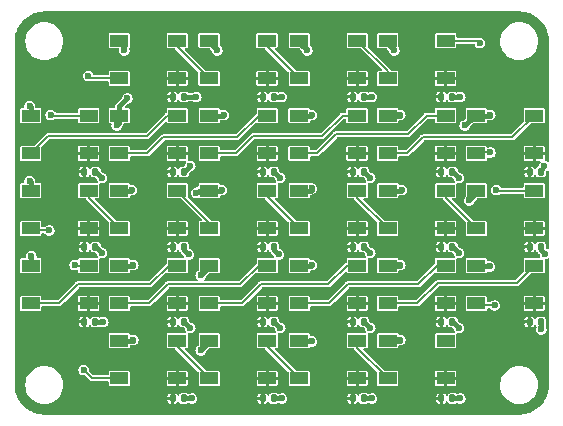
<source format=gtl>
G04 #@! TF.GenerationSoftware,KiCad,Pcbnew,(6.0.0)*
G04 #@! TF.CreationDate,2022-04-16T23:03:05-07:00*
G04 #@! TF.ProjectId,YellCubeLights,59656c6c-4375-4626-954c-69676874732e,rev?*
G04 #@! TF.SameCoordinates,Original*
G04 #@! TF.FileFunction,Copper,L1,Top*
G04 #@! TF.FilePolarity,Positive*
%FSLAX46Y46*%
G04 Gerber Fmt 4.6, Leading zero omitted, Abs format (unit mm)*
G04 Created by KiCad (PCBNEW (6.0.0)) date 2022-04-16 23:03:05*
%MOMM*%
%LPD*%
G01*
G04 APERTURE LIST*
G04 Aperture macros list*
%AMRoundRect*
0 Rectangle with rounded corners*
0 $1 Rounding radius*
0 $2 $3 $4 $5 $6 $7 $8 $9 X,Y pos of 4 corners*
0 Add a 4 corners polygon primitive as box body*
4,1,4,$2,$3,$4,$5,$6,$7,$8,$9,$2,$3,0*
0 Add four circle primitives for the rounded corners*
1,1,$1+$1,$2,$3*
1,1,$1+$1,$4,$5*
1,1,$1+$1,$6,$7*
1,1,$1+$1,$8,$9*
0 Add four rect primitives between the rounded corners*
20,1,$1+$1,$2,$3,$4,$5,0*
20,1,$1+$1,$4,$5,$6,$7,0*
20,1,$1+$1,$6,$7,$8,$9,0*
20,1,$1+$1,$8,$9,$2,$3,0*%
G04 Aperture macros list end*
G04 #@! TA.AperFunction,SMDPad,CuDef*
%ADD10R,1.500000X1.000000*%
G04 #@! TD*
G04 #@! TA.AperFunction,SMDPad,CuDef*
%ADD11RoundRect,0.140000X-0.140000X-0.170000X0.140000X-0.170000X0.140000X0.170000X-0.140000X0.170000X0*%
G04 #@! TD*
G04 #@! TA.AperFunction,ViaPad*
%ADD12C,0.600000*%
G04 #@! TD*
G04 #@! TA.AperFunction,Conductor*
%ADD13C,0.381000*%
G04 #@! TD*
G04 #@! TA.AperFunction,Conductor*
%ADD14C,0.200000*%
G04 #@! TD*
G04 APERTURE END LIST*
D10*
X159602000Y-94412000D03*
X159602000Y-97612000D03*
X164502000Y-97612000D03*
X164502000Y-94412000D03*
X136869000Y-107112000D03*
X136869000Y-110312000D03*
X141769000Y-110312000D03*
X141769000Y-107112000D03*
X144489000Y-107112000D03*
X144489000Y-110312000D03*
X149389000Y-110312000D03*
X149389000Y-107112000D03*
D11*
X171605000Y-105537000D03*
X172565000Y-105537000D03*
D10*
X144489000Y-94412000D03*
X144489000Y-97612000D03*
X149389000Y-97612000D03*
X149389000Y-94412000D03*
D11*
X171605000Y-99187000D03*
X172565000Y-99187000D03*
D10*
X159602000Y-107112000D03*
X159602000Y-110312000D03*
X164502000Y-110312000D03*
X164502000Y-107112000D03*
X159602000Y-81712000D03*
X159602000Y-84912000D03*
X164502000Y-84912000D03*
X164502000Y-81712000D03*
D11*
X148999000Y-92837000D03*
X149959000Y-92837000D03*
X171605000Y-92837000D03*
X172565000Y-92837000D03*
D10*
X136869000Y-81712000D03*
X136869000Y-84912000D03*
X141769000Y-84912000D03*
X141769000Y-81712000D03*
D11*
X148999000Y-112014000D03*
X149959000Y-112014000D03*
X164112000Y-105537000D03*
X165072000Y-105537000D03*
X156619000Y-92837000D03*
X157579000Y-92837000D03*
X148999000Y-86487000D03*
X149959000Y-86487000D03*
D10*
X167095000Y-94412000D03*
X167095000Y-97612000D03*
X171995000Y-97612000D03*
X171995000Y-94412000D03*
X136869000Y-88062000D03*
X136869000Y-91262000D03*
X141769000Y-91262000D03*
X141769000Y-88062000D03*
D11*
X164112000Y-99187000D03*
X165072000Y-99187000D03*
D10*
X136869000Y-94412000D03*
X136869000Y-97612000D03*
X141769000Y-97612000D03*
X141769000Y-94412000D03*
X129376000Y-100762000D03*
X129376000Y-103962000D03*
X134276000Y-103962000D03*
X134276000Y-100762000D03*
X144489000Y-100762000D03*
X144489000Y-103962000D03*
X149389000Y-103962000D03*
X149389000Y-100762000D03*
X144489000Y-88062000D03*
X144489000Y-91262000D03*
X149389000Y-91262000D03*
X149389000Y-88062000D03*
D11*
X156619000Y-99187000D03*
X157579000Y-99187000D03*
X156619000Y-112014000D03*
X157579000Y-112014000D03*
D10*
X152092500Y-88062000D03*
X152092500Y-91262000D03*
X156992500Y-91262000D03*
X156992500Y-88062000D03*
X152109000Y-94412000D03*
X152109000Y-97612000D03*
X157009000Y-97612000D03*
X157009000Y-94412000D03*
D11*
X133886000Y-105537000D03*
X134846000Y-105537000D03*
D10*
X136869000Y-100762000D03*
X136869000Y-103962000D03*
X141769000Y-103962000D03*
X141769000Y-100762000D03*
D11*
X141379000Y-86487000D03*
X142339000Y-86487000D03*
D10*
X152109000Y-81712000D03*
X152109000Y-84912000D03*
X157009000Y-84912000D03*
X157009000Y-81712000D03*
D11*
X133886000Y-92837000D03*
X134846000Y-92837000D03*
X164112000Y-112014000D03*
X165072000Y-112014000D03*
D10*
X159585500Y-88062000D03*
X159585500Y-91262000D03*
X164485500Y-91262000D03*
X164485500Y-88062000D03*
D11*
X156619000Y-105537000D03*
X157579000Y-105537000D03*
D10*
X152109000Y-107112000D03*
X152109000Y-110312000D03*
X157009000Y-110312000D03*
X157009000Y-107112000D03*
D11*
X148999000Y-99187000D03*
X149959000Y-99187000D03*
D10*
X152109000Y-100762000D03*
X152109000Y-103962000D03*
X157009000Y-103962000D03*
X157009000Y-100762000D03*
D11*
X164112000Y-92837000D03*
X165072000Y-92837000D03*
X164112000Y-86487000D03*
X165072000Y-86487000D03*
X133886000Y-99187000D03*
X134846000Y-99187000D03*
D10*
X144472500Y-81712000D03*
X144472500Y-84912000D03*
X149372500Y-84912000D03*
X149372500Y-81712000D03*
X129376000Y-94412000D03*
X129376000Y-97612000D03*
X134276000Y-97612000D03*
X134276000Y-94412000D03*
D11*
X141379000Y-105537000D03*
X142339000Y-105537000D03*
D10*
X129376000Y-88062000D03*
X129376000Y-91262000D03*
X134276000Y-91262000D03*
X134276000Y-88062000D03*
D11*
X141379000Y-92837000D03*
X142339000Y-92837000D03*
X148999000Y-105537000D03*
X149959000Y-105537000D03*
D10*
X167095000Y-88062000D03*
X167095000Y-91262000D03*
X171995000Y-91262000D03*
X171995000Y-88062000D03*
D11*
X156619000Y-86487000D03*
X157579000Y-86487000D03*
X141379000Y-112014000D03*
X142339000Y-112014000D03*
D10*
X159585500Y-100762000D03*
X159585500Y-103962000D03*
X164485500Y-103962000D03*
X164485500Y-100762000D03*
D11*
X141379000Y-99187000D03*
X142339000Y-99187000D03*
D10*
X167095000Y-100762000D03*
X167095000Y-103962000D03*
X171995000Y-103962000D03*
X171995000Y-100762000D03*
D12*
X145161000Y-105664000D03*
X145034000Y-99187000D03*
X143256000Y-93345000D03*
X146177000Y-86487000D03*
X145034000Y-112141000D03*
X142748000Y-99822000D03*
X137922000Y-94361000D03*
X142875000Y-106045000D03*
X172593000Y-106172000D03*
X145690895Y-88011000D03*
X152781000Y-82550000D03*
X143383000Y-86487000D03*
X143383000Y-94615000D03*
X158242000Y-112014000D03*
X136652000Y-88900000D03*
X137287000Y-82550000D03*
X172904419Y-99750411D03*
X138049000Y-107061000D03*
X129286000Y-87249000D03*
X165608000Y-99695000D03*
X153162000Y-94234000D03*
X158115000Y-99695000D03*
X158115000Y-106045000D03*
X165735000Y-86487000D03*
X135509000Y-105537000D03*
X137541000Y-86614000D03*
X168275000Y-88011000D03*
X160782000Y-94361000D03*
X143764000Y-107950000D03*
X165608000Y-106045000D03*
X158242000Y-86487000D03*
X153162000Y-88011000D03*
X160655000Y-100711000D03*
X150622000Y-112014000D03*
X150622000Y-86487000D03*
X165608000Y-93345000D03*
X145542000Y-94361000D03*
X145161000Y-82550000D03*
X135382000Y-93345000D03*
X138049000Y-100711000D03*
X135382000Y-99695000D03*
X160655000Y-88011000D03*
X150495000Y-106045000D03*
X153162000Y-100711000D03*
X129286000Y-93599000D03*
X143002000Y-112014000D03*
X129413000Y-99949000D03*
X143764000Y-101600000D03*
X165735000Y-112014000D03*
X168231100Y-100838000D03*
X158115000Y-93345000D03*
X160655000Y-107061000D03*
X153162000Y-107188000D03*
X160147000Y-82550000D03*
X150368000Y-99822000D03*
X150495000Y-93345000D03*
X142875000Y-92329000D03*
X166497000Y-95250000D03*
X166116000Y-88900000D03*
X172866694Y-92348394D03*
X134239000Y-84709000D03*
X167386000Y-81915000D03*
X168275000Y-91186000D03*
X131064000Y-88011000D03*
X130937000Y-97790000D03*
X168783000Y-94361000D03*
X168656000Y-104140000D03*
X133858000Y-109601000D03*
X133096000Y-100711000D03*
D13*
X152109000Y-81712000D02*
X152109000Y-81878000D01*
X142339000Y-86487000D02*
X143383000Y-86487000D01*
X142339000Y-92837000D02*
X142367000Y-92837000D01*
X167095000Y-88062000D02*
X166954000Y-88062000D01*
X136869000Y-94412000D02*
X137871000Y-94412000D01*
X144489000Y-100762000D02*
X144489000Y-100875000D01*
X157607000Y-92837000D02*
X158115000Y-93345000D01*
X160604000Y-88062000D02*
X160655000Y-88011000D01*
X142339000Y-99187000D02*
X142339000Y-99413000D01*
X136869000Y-87286000D02*
X137541000Y-86614000D01*
X157579000Y-112014000D02*
X158242000Y-112014000D01*
X152109000Y-107112000D02*
X153086000Y-107112000D01*
X172904419Y-99750411D02*
X172565000Y-99410992D01*
X149959000Y-105537000D02*
X149987000Y-105537000D01*
X149987000Y-92837000D02*
X150495000Y-93345000D01*
X144489000Y-107225000D02*
X143764000Y-107950000D01*
X160731000Y-94412000D02*
X160782000Y-94361000D01*
X142367000Y-105537000D02*
X142875000Y-106045000D01*
X137287000Y-82550000D02*
X137287000Y-82130000D01*
X149959000Y-86487000D02*
X150622000Y-86487000D01*
X152109000Y-94412000D02*
X153086000Y-94412000D01*
X136869000Y-88062000D02*
X136869000Y-87286000D01*
X167095000Y-94412000D02*
X167095000Y-94652000D01*
X134846000Y-92837000D02*
X134874000Y-92837000D01*
X152109000Y-100762000D02*
X153111000Y-100762000D01*
X157579000Y-105537000D02*
X157607000Y-105537000D01*
X157607000Y-105537000D02*
X158115000Y-106045000D01*
X134846000Y-99187000D02*
X134874000Y-99187000D01*
X172565000Y-105537000D02*
X172565000Y-106144000D01*
X145639895Y-88062000D02*
X145690895Y-88011000D01*
X168224000Y-88062000D02*
X168275000Y-88011000D01*
X172565000Y-92650088D02*
X172565000Y-92837000D01*
X165072000Y-86487000D02*
X165735000Y-86487000D01*
X142367000Y-92837000D02*
X142875000Y-92329000D01*
X160604000Y-100762000D02*
X160655000Y-100711000D01*
X144489000Y-107112000D02*
X144489000Y-107225000D01*
X136869000Y-100762000D02*
X137998000Y-100762000D01*
X152092500Y-88062000D02*
X153111000Y-88062000D01*
X142339000Y-105537000D02*
X142367000Y-105537000D01*
X157579000Y-86487000D02*
X158242000Y-86487000D01*
X136869000Y-88062000D02*
X136869000Y-88683000D01*
X159585500Y-100762000D02*
X160604000Y-100762000D01*
X129376000Y-94412000D02*
X129376000Y-93689000D01*
X152109000Y-81878000D02*
X152781000Y-82550000D01*
X149987000Y-105537000D02*
X150495000Y-106045000D01*
X157607000Y-99187000D02*
X158115000Y-99695000D01*
X153111000Y-88062000D02*
X153162000Y-88011000D01*
X134874000Y-92837000D02*
X135382000Y-93345000D01*
X159602000Y-94412000D02*
X160731000Y-94412000D01*
X165072000Y-112014000D02*
X165735000Y-112014000D01*
X144489000Y-88062000D02*
X145639895Y-88062000D01*
X153162000Y-94336000D02*
X153162000Y-94234000D01*
X157579000Y-99187000D02*
X157607000Y-99187000D01*
X165072000Y-99187000D02*
X165100000Y-99187000D01*
X144472500Y-81712000D02*
X144472500Y-81861500D01*
X149959000Y-99413000D02*
X150368000Y-99822000D01*
X153086000Y-107112000D02*
X153162000Y-107188000D01*
X129376000Y-88062000D02*
X129376000Y-87339000D01*
X160604000Y-107112000D02*
X160655000Y-107061000D01*
X159602000Y-82005000D02*
X160147000Y-82550000D01*
X144472500Y-81861500D02*
X145161000Y-82550000D01*
X172565000Y-106144000D02*
X172593000Y-106172000D01*
X129376000Y-93689000D02*
X129286000Y-93599000D01*
X166954000Y-88062000D02*
X166116000Y-88900000D01*
X168155100Y-100762000D02*
X168231100Y-100838000D01*
X165100000Y-105537000D02*
X165608000Y-106045000D01*
X153111000Y-100762000D02*
X153162000Y-100711000D01*
X134846000Y-105537000D02*
X135509000Y-105537000D01*
X157579000Y-92837000D02*
X157607000Y-92837000D01*
X136869000Y-107112000D02*
X137998000Y-107112000D01*
X159602000Y-81712000D02*
X159602000Y-82005000D01*
X137998000Y-100762000D02*
X138049000Y-100711000D01*
X165100000Y-92837000D02*
X165608000Y-93345000D01*
X167095000Y-88062000D02*
X168224000Y-88062000D01*
X145491000Y-94412000D02*
X145542000Y-94361000D01*
X149959000Y-112014000D02*
X150622000Y-112014000D01*
X149959000Y-99187000D02*
X149959000Y-99413000D01*
X142339000Y-99413000D02*
X142748000Y-99822000D01*
X137287000Y-82130000D02*
X136869000Y-81712000D01*
X153086000Y-94412000D02*
X153162000Y-94336000D01*
X142339000Y-112014000D02*
X143002000Y-112014000D01*
X137998000Y-107112000D02*
X138049000Y-107061000D01*
X136869000Y-88683000D02*
X136652000Y-88900000D01*
X159585500Y-88062000D02*
X160604000Y-88062000D01*
X165072000Y-105537000D02*
X165100000Y-105537000D01*
X149959000Y-92837000D02*
X149987000Y-92837000D01*
X144489000Y-94412000D02*
X145491000Y-94412000D01*
X165100000Y-99187000D02*
X165608000Y-99695000D01*
X129376000Y-87339000D02*
X129286000Y-87249000D01*
X172866694Y-92348394D02*
X172565000Y-92650088D01*
X144489000Y-94412000D02*
X143586000Y-94412000D01*
X167095000Y-94652000D02*
X166497000Y-95250000D01*
X172565000Y-99410992D02*
X172565000Y-99187000D01*
X129376000Y-100762000D02*
X129376000Y-99986000D01*
X159602000Y-107112000D02*
X160604000Y-107112000D01*
X144489000Y-100875000D02*
X143764000Y-101600000D01*
X137871000Y-94412000D02*
X137922000Y-94361000D01*
X167095000Y-100762000D02*
X168155100Y-100762000D01*
X134874000Y-99187000D02*
X135382000Y-99695000D01*
X143586000Y-94412000D02*
X143383000Y-94615000D01*
X165072000Y-92837000D02*
X165100000Y-92837000D01*
X129376000Y-99986000D02*
X129413000Y-99949000D01*
D14*
X134442000Y-84912000D02*
X136869000Y-84912000D01*
X134239000Y-84709000D02*
X134442000Y-84912000D01*
X141769000Y-82208500D02*
X144472500Y-84912000D01*
X141769000Y-81712000D02*
X141769000Y-82208500D01*
X149372500Y-81712000D02*
X149372500Y-82175500D01*
X149372500Y-82175500D02*
X152109000Y-84912000D01*
X159602000Y-84305000D02*
X159602000Y-84912000D01*
X157009000Y-81712000D02*
X159602000Y-84305000D01*
X164502000Y-81712000D02*
X167183000Y-81712000D01*
X168275000Y-91186000D02*
X167171000Y-91186000D01*
X167171000Y-91186000D02*
X167095000Y-91262000D01*
X167183000Y-81712000D02*
X167386000Y-81915000D01*
X170141000Y-89916000D02*
X162560000Y-89916000D01*
X162560000Y-89916000D02*
X161214000Y-91262000D01*
X171995000Y-88062000D02*
X170141000Y-89916000D01*
X161214000Y-91262000D02*
X159585500Y-91262000D01*
X155194000Y-89662000D02*
X153594000Y-91262000D01*
X164485500Y-88062000D02*
X162890000Y-88062000D01*
X161290000Y-89662000D02*
X155194000Y-89662000D01*
X153594000Y-91262000D02*
X152092500Y-91262000D01*
X162890000Y-88062000D02*
X161290000Y-89662000D01*
X146736000Y-91262000D02*
X144489000Y-91262000D01*
X156992500Y-88062000D02*
X155778000Y-88062000D01*
X155778000Y-88062000D02*
X154051000Y-89789000D01*
X148209000Y-89789000D02*
X146736000Y-91262000D01*
X154051000Y-89789000D02*
X148209000Y-89789000D01*
X140589000Y-89916000D02*
X139243000Y-91262000D01*
X146812000Y-89916000D02*
X140589000Y-89916000D01*
X148666000Y-88062000D02*
X146812000Y-89916000D01*
X149389000Y-88062000D02*
X148666000Y-88062000D01*
X139243000Y-91262000D02*
X136869000Y-91262000D01*
X139192000Y-89789000D02*
X130849000Y-89789000D01*
X130849000Y-89789000D02*
X129376000Y-91262000D01*
X141769000Y-88062000D02*
X140919000Y-88062000D01*
X140919000Y-88062000D02*
X139192000Y-89789000D01*
X131115000Y-88062000D02*
X131064000Y-88011000D01*
X130937000Y-97790000D02*
X129554000Y-97790000D01*
X134276000Y-88062000D02*
X131115000Y-88062000D01*
X129554000Y-97790000D02*
X129376000Y-97612000D01*
X134276000Y-95019000D02*
X136869000Y-97612000D01*
X134276000Y-94412000D02*
X134276000Y-95019000D01*
X141769000Y-94412000D02*
X144489000Y-97132000D01*
X144489000Y-97132000D02*
X144489000Y-97612000D01*
X149389000Y-94892000D02*
X152109000Y-97612000D01*
X149389000Y-94412000D02*
X149389000Y-94892000D01*
X157009000Y-94412000D02*
X157009000Y-95019000D01*
X157009000Y-95019000D02*
X159602000Y-97612000D01*
X164502000Y-95019000D02*
X167095000Y-97612000D01*
X164502000Y-94412000D02*
X164502000Y-95019000D01*
X168656000Y-104140000D02*
X167273000Y-104140000D01*
X167273000Y-104140000D02*
X167095000Y-103962000D01*
X168834000Y-94412000D02*
X168783000Y-94361000D01*
X171995000Y-94412000D02*
X168834000Y-94412000D01*
X171995000Y-100762000D02*
X170522000Y-102235000D01*
X163830000Y-102235000D02*
X162103000Y-103962000D01*
X170522000Y-102235000D02*
X163830000Y-102235000D01*
X162103000Y-103962000D02*
X159585500Y-103962000D01*
X163779000Y-100762000D02*
X164485500Y-100762000D01*
X156210000Y-102362000D02*
X162179000Y-102362000D01*
X154610000Y-103962000D02*
X156210000Y-102362000D01*
X152109000Y-103962000D02*
X154610000Y-103962000D01*
X162179000Y-102362000D02*
X163779000Y-100762000D01*
X147244000Y-103962000D02*
X144489000Y-103962000D01*
X154559000Y-102362000D02*
X148844000Y-102362000D01*
X157009000Y-100762000D02*
X156159000Y-100762000D01*
X148844000Y-102362000D02*
X147244000Y-103962000D01*
X156159000Y-100762000D02*
X154559000Y-102362000D01*
X149389000Y-100762000D02*
X148666000Y-100762000D01*
X139370000Y-103962000D02*
X136869000Y-103962000D01*
X147066000Y-102362000D02*
X140970000Y-102362000D01*
X148666000Y-100762000D02*
X147066000Y-102362000D01*
X140970000Y-102362000D02*
X139370000Y-103962000D01*
X141769000Y-100762000D02*
X141046000Y-100762000D01*
X139446000Y-102362000D02*
X133350000Y-102362000D01*
X133350000Y-102362000D02*
X131750000Y-103962000D01*
X131750000Y-103962000D02*
X129376000Y-103962000D01*
X141046000Y-100762000D02*
X139446000Y-102362000D01*
X134569000Y-110312000D02*
X136869000Y-110312000D01*
X133858000Y-109601000D02*
X134569000Y-110312000D01*
X133147000Y-100762000D02*
X133096000Y-100711000D01*
X134276000Y-100762000D02*
X133147000Y-100762000D01*
X141769000Y-107112000D02*
X141769000Y-107592000D01*
X141769000Y-107592000D02*
X144489000Y-110312000D01*
X149389000Y-107112000D02*
X149389000Y-107592000D01*
X149389000Y-107592000D02*
X152109000Y-110312000D01*
X157009000Y-107719000D02*
X159602000Y-110312000D01*
X157009000Y-107112000D02*
X157009000Y-107719000D01*
G04 #@! TA.AperFunction,Conductor*
G36*
X170697862Y-79248926D02*
G01*
X170722000Y-79252749D01*
X170727846Y-79251823D01*
X170727849Y-79251823D01*
X170735590Y-79250597D01*
X170751894Y-79249808D01*
X171021095Y-79266092D01*
X171030109Y-79267187D01*
X171320360Y-79320377D01*
X171329177Y-79322550D01*
X171455575Y-79361937D01*
X171610911Y-79410342D01*
X171619391Y-79413558D01*
X171888491Y-79534670D01*
X171896527Y-79538887D01*
X172149074Y-79691557D01*
X172156533Y-79696706D01*
X172388827Y-79878697D01*
X172395624Y-79884719D01*
X172604281Y-80093376D01*
X172610303Y-80100173D01*
X172792294Y-80332467D01*
X172797443Y-80339926D01*
X172874962Y-80468158D01*
X172950112Y-80592471D01*
X172954330Y-80600509D01*
X173053605Y-80821087D01*
X173075440Y-80869603D01*
X173078660Y-80878094D01*
X173166450Y-81159823D01*
X173168623Y-81168640D01*
X173221813Y-81458891D01*
X173222908Y-81467905D01*
X173239192Y-81737106D01*
X173238403Y-81753410D01*
X173237177Y-81761151D01*
X173236251Y-81767000D01*
X173237177Y-81772846D01*
X173240074Y-81791137D01*
X173241000Y-81802901D01*
X173241000Y-91912891D01*
X173223407Y-91961229D01*
X173178858Y-91986949D01*
X173124898Y-91975995D01*
X173063110Y-91935946D01*
X173063109Y-91935945D01*
X173058617Y-91933034D01*
X173053486Y-91931500D01*
X173053485Y-91931499D01*
X172942718Y-91898373D01*
X172901447Y-91867668D01*
X172889570Y-91817618D01*
X172890509Y-91811655D01*
X172896679Y-91780637D01*
X172897400Y-91773316D01*
X172897400Y-91402259D01*
X172893703Y-91392102D01*
X172888331Y-91389000D01*
X172135259Y-91389000D01*
X172125102Y-91392697D01*
X172122000Y-91398069D01*
X172122000Y-91901141D01*
X172125697Y-91911298D01*
X172131069Y-91914400D01*
X172478951Y-91914400D01*
X172527289Y-91931993D01*
X172553009Y-91976542D01*
X172544076Y-92027200D01*
X172535317Y-92039379D01*
X172484264Y-92097185D01*
X172429130Y-92214617D01*
X172420122Y-92272477D01*
X172417102Y-92291871D01*
X172395971Y-92333476D01*
X172359283Y-92370164D01*
X172336636Y-92385715D01*
X172256226Y-92421432D01*
X172217469Y-92460256D01*
X172184460Y-92493324D01*
X172179138Y-92498655D01*
X172176331Y-92505005D01*
X172176330Y-92505006D01*
X172153513Y-92556616D01*
X172117877Y-92593712D01*
X172066733Y-92599222D01*
X172024012Y-92570569D01*
X172016010Y-92556735D01*
X171992967Y-92504858D01*
X171985238Y-92493612D01*
X171917972Y-92426463D01*
X171906707Y-92418750D01*
X171818605Y-92379800D01*
X171807814Y-92376858D01*
X171790608Y-92374852D01*
X171786269Y-92374600D01*
X171745259Y-92374600D01*
X171735102Y-92378297D01*
X171732000Y-92383669D01*
X171732000Y-93286140D01*
X171735697Y-93296297D01*
X171741069Y-93299399D01*
X171786227Y-93299399D01*
X171790644Y-93299137D01*
X171808337Y-93297033D01*
X171819092Y-93294077D01*
X171907144Y-93254966D01*
X171918388Y-93247238D01*
X171985537Y-93179972D01*
X171993250Y-93168707D01*
X172015940Y-93117384D01*
X172051576Y-93080288D01*
X172102720Y-93074778D01*
X172145441Y-93103431D01*
X172153443Y-93117265D01*
X172179432Y-93175774D01*
X172184343Y-93180676D01*
X172251441Y-93247657D01*
X172256655Y-93252862D01*
X172356451Y-93296982D01*
X172362069Y-93297637D01*
X172379317Y-93299648D01*
X172379318Y-93299648D01*
X172381479Y-93299900D01*
X172563287Y-93299900D01*
X172748520Y-93299899D01*
X172774055Y-93296862D01*
X172873774Y-93252568D01*
X172939675Y-93186552D01*
X172945957Y-93180259D01*
X172945958Y-93180258D01*
X172950862Y-93175345D01*
X172994982Y-93075549D01*
X172997900Y-93050521D01*
X172997899Y-92838746D01*
X173015492Y-92790410D01*
X173043235Y-92769731D01*
X173043239Y-92769729D01*
X173048412Y-92768319D01*
X173126453Y-92720402D01*
X173176850Y-92710102D01*
X173222078Y-92734608D01*
X173241000Y-92784486D01*
X173241000Y-99290456D01*
X173223407Y-99338794D01*
X173178858Y-99364514D01*
X173124898Y-99353560D01*
X173100838Y-99337965D01*
X173100837Y-99337965D01*
X173096342Y-99335051D01*
X173051553Y-99321657D01*
X173010284Y-99290952D01*
X172997900Y-99249610D01*
X172997899Y-98975697D01*
X172997899Y-98973480D01*
X172994862Y-98947945D01*
X172950568Y-98848226D01*
X172878979Y-98776762D01*
X172878259Y-98776043D01*
X172878258Y-98776042D01*
X172873345Y-98771138D01*
X172773549Y-98727018D01*
X172767931Y-98726363D01*
X172750683Y-98724352D01*
X172750682Y-98724352D01*
X172748521Y-98724100D01*
X172566713Y-98724100D01*
X172381480Y-98724101D01*
X172355945Y-98727138D01*
X172256226Y-98771432D01*
X172217469Y-98810256D01*
X172184460Y-98843324D01*
X172179138Y-98848655D01*
X172176331Y-98855005D01*
X172176330Y-98855006D01*
X172153513Y-98906616D01*
X172117877Y-98943712D01*
X172066733Y-98949222D01*
X172024012Y-98920569D01*
X172016010Y-98906735D01*
X171992967Y-98854858D01*
X171985238Y-98843612D01*
X171917972Y-98776463D01*
X171906707Y-98768750D01*
X171818605Y-98729800D01*
X171807814Y-98726858D01*
X171790608Y-98724852D01*
X171786269Y-98724600D01*
X171745259Y-98724600D01*
X171735102Y-98728297D01*
X171732000Y-98733669D01*
X171732000Y-99636140D01*
X171735697Y-99646297D01*
X171741069Y-99649399D01*
X171786227Y-99649399D01*
X171790644Y-99649137D01*
X171808337Y-99647033D01*
X171819092Y-99644077D01*
X171907144Y-99604966D01*
X171918388Y-99597238D01*
X171985537Y-99529972D01*
X171993250Y-99518707D01*
X172015940Y-99467384D01*
X172051576Y-99430288D01*
X172102720Y-99424778D01*
X172145441Y-99453431D01*
X172153443Y-99467265D01*
X172179432Y-99525774D01*
X172256655Y-99602862D01*
X172263003Y-99605668D01*
X172263005Y-99605670D01*
X172265550Y-99606795D01*
X172292749Y-99627234D01*
X172294593Y-99629431D01*
X172297883Y-99635130D01*
X172302924Y-99639360D01*
X172302925Y-99639361D01*
X172330264Y-99662301D01*
X172335100Y-99666733D01*
X172433891Y-99765524D01*
X172455281Y-99808947D01*
X172463717Y-99873457D01*
X172465876Y-99878363D01*
X172465876Y-99878364D01*
X172504410Y-99965938D01*
X172515966Y-99992202D01*
X172518237Y-99994903D01*
X172528688Y-100044494D01*
X172504460Y-100089871D01*
X172454238Y-100109100D01*
X171259379Y-100109101D01*
X171229944Y-100109101D01*
X171185342Y-100117972D01*
X171134766Y-100151766D01*
X171100972Y-100202342D01*
X171092100Y-100246943D01*
X171092100Y-100250639D01*
X171092101Y-101276096D01*
X171074508Y-101324434D01*
X171070075Y-101329270D01*
X170439271Y-101960074D01*
X170392651Y-101981814D01*
X170386097Y-101982100D01*
X163862316Y-101982100D01*
X163847648Y-101980655D01*
X163830000Y-101977145D01*
X163822735Y-101978590D01*
X163805089Y-101982100D01*
X163738591Y-101995327D01*
X163738590Y-101995328D01*
X163731323Y-101996773D01*
X163647669Y-102052669D01*
X163643555Y-102058826D01*
X163637671Y-102067632D01*
X163628319Y-102079027D01*
X162020271Y-103687074D01*
X161973651Y-103708814D01*
X161967097Y-103709100D01*
X160563599Y-103709100D01*
X160515261Y-103691507D01*
X160489541Y-103646958D01*
X160488399Y-103633900D01*
X160488399Y-103446944D01*
X160479528Y-103402342D01*
X160445734Y-103351766D01*
X160402472Y-103322859D01*
X160401317Y-103322087D01*
X160401316Y-103322086D01*
X160395158Y-103317972D01*
X160368665Y-103312702D01*
X160354182Y-103309821D01*
X160354181Y-103309821D01*
X160350557Y-103309100D01*
X159585604Y-103309100D01*
X158820444Y-103309101D01*
X158775842Y-103317972D01*
X158725266Y-103351766D01*
X158691472Y-103402342D01*
X158682600Y-103446943D01*
X158682601Y-104477056D01*
X158691472Y-104521658D01*
X158725266Y-104572234D01*
X158731423Y-104576348D01*
X158769683Y-104601913D01*
X158769684Y-104601914D01*
X158775842Y-104606028D01*
X158783106Y-104607473D01*
X158814305Y-104613679D01*
X158820443Y-104614900D01*
X159585396Y-104614900D01*
X160350556Y-104614899D01*
X160395158Y-104606028D01*
X160445734Y-104572234D01*
X160479528Y-104521658D01*
X160488400Y-104477057D01*
X160488400Y-104473316D01*
X163583100Y-104473316D01*
X163583821Y-104480637D01*
X163590497Y-104514198D01*
X163596058Y-104527623D01*
X163621514Y-104565720D01*
X163631780Y-104575986D01*
X163669877Y-104601442D01*
X163683302Y-104607003D01*
X163716863Y-104613679D01*
X163724184Y-104614400D01*
X164345241Y-104614400D01*
X164355398Y-104610703D01*
X164358500Y-104605331D01*
X164358500Y-104601141D01*
X164612500Y-104601141D01*
X164616197Y-104611298D01*
X164621569Y-104614400D01*
X165246816Y-104614400D01*
X165254137Y-104613679D01*
X165287698Y-104607003D01*
X165301123Y-104601442D01*
X165339220Y-104575986D01*
X165349486Y-104565720D01*
X165374942Y-104527623D01*
X165380503Y-104514198D01*
X165387179Y-104480637D01*
X165387900Y-104473316D01*
X165387900Y-104102259D01*
X165384203Y-104092102D01*
X165378831Y-104089000D01*
X164625759Y-104089000D01*
X164615602Y-104092697D01*
X164612500Y-104098069D01*
X164612500Y-104601141D01*
X164358500Y-104601141D01*
X164358500Y-104102259D01*
X164354803Y-104092102D01*
X164349431Y-104089000D01*
X163596359Y-104089000D01*
X163586202Y-104092697D01*
X163583100Y-104098069D01*
X163583100Y-104473316D01*
X160488400Y-104473316D01*
X160488400Y-104290100D01*
X160505993Y-104241762D01*
X160550542Y-104216042D01*
X160563600Y-104214900D01*
X162070684Y-104214900D01*
X162085352Y-104216345D01*
X162103000Y-104219855D01*
X162110265Y-104218410D01*
X162194414Y-104201672D01*
X162194415Y-104201671D01*
X162201677Y-104200227D01*
X162264213Y-104158442D01*
X162264214Y-104158441D01*
X162285331Y-104144331D01*
X162295330Y-104129367D01*
X162304682Y-104117973D01*
X162600914Y-103821741D01*
X163583100Y-103821741D01*
X163586797Y-103831898D01*
X163592169Y-103835000D01*
X164345241Y-103835000D01*
X164355398Y-103831303D01*
X164358500Y-103825931D01*
X164358500Y-103821741D01*
X164612500Y-103821741D01*
X164616197Y-103831898D01*
X164621569Y-103835000D01*
X165374641Y-103835000D01*
X165384798Y-103831303D01*
X165387900Y-103825931D01*
X165387900Y-103450684D01*
X165387532Y-103446943D01*
X166192100Y-103446943D01*
X166192101Y-104477056D01*
X166200972Y-104521658D01*
X166234766Y-104572234D01*
X166240923Y-104576348D01*
X166279183Y-104601913D01*
X166279184Y-104601914D01*
X166285342Y-104606028D01*
X166292606Y-104607473D01*
X166323805Y-104613679D01*
X166329943Y-104614900D01*
X167094896Y-104614900D01*
X167860056Y-104614899D01*
X167904658Y-104606028D01*
X167955234Y-104572234D01*
X167989028Y-104521658D01*
X167997900Y-104477057D01*
X167997900Y-104468100D01*
X168015493Y-104419762D01*
X168060042Y-104394042D01*
X168073100Y-104392900D01*
X168241859Y-104392900D01*
X168290197Y-104410493D01*
X168299422Y-104419711D01*
X168351023Y-104481098D01*
X168459017Y-104552984D01*
X168582845Y-104591671D01*
X168649716Y-104592896D01*
X168707193Y-104593950D01*
X168707195Y-104593950D01*
X168712555Y-104594048D01*
X168717726Y-104592638D01*
X168717728Y-104592638D01*
X168815152Y-104566077D01*
X168837718Y-104559925D01*
X168948273Y-104492044D01*
X168951865Y-104488076D01*
X168951867Y-104488074D01*
X168965225Y-104473316D01*
X171092600Y-104473316D01*
X171093321Y-104480637D01*
X171099997Y-104514198D01*
X171105558Y-104527623D01*
X171131014Y-104565720D01*
X171141280Y-104575986D01*
X171179377Y-104601442D01*
X171192802Y-104607003D01*
X171226363Y-104613679D01*
X171233684Y-104614400D01*
X171854741Y-104614400D01*
X171864898Y-104610703D01*
X171868000Y-104605331D01*
X171868000Y-104601141D01*
X172122000Y-104601141D01*
X172125697Y-104611298D01*
X172131069Y-104614400D01*
X172756316Y-104614400D01*
X172763637Y-104613679D01*
X172797198Y-104607003D01*
X172810623Y-104601442D01*
X172848720Y-104575986D01*
X172858986Y-104565720D01*
X172884442Y-104527623D01*
X172890003Y-104514198D01*
X172896679Y-104480637D01*
X172897400Y-104473316D01*
X172897400Y-104102259D01*
X172893703Y-104092102D01*
X172888331Y-104089000D01*
X172135259Y-104089000D01*
X172125102Y-104092697D01*
X172122000Y-104098069D01*
X172122000Y-104601141D01*
X171868000Y-104601141D01*
X171868000Y-104102259D01*
X171864303Y-104092102D01*
X171858931Y-104089000D01*
X171105859Y-104089000D01*
X171095702Y-104092697D01*
X171092600Y-104098069D01*
X171092600Y-104473316D01*
X168965225Y-104473316D01*
X168988481Y-104447623D01*
X169035332Y-104395863D01*
X169065887Y-104332796D01*
X169089559Y-104283938D01*
X169089559Y-104283937D01*
X169091897Y-104279112D01*
X169113420Y-104151179D01*
X169113557Y-104140000D01*
X169106698Y-104092102D01*
X169095925Y-104016876D01*
X169095924Y-104016873D01*
X169095166Y-104011579D01*
X169041470Y-103893482D01*
X168987894Y-103831303D01*
X168979655Y-103821741D01*
X171092600Y-103821741D01*
X171096297Y-103831898D01*
X171101669Y-103835000D01*
X171854741Y-103835000D01*
X171864898Y-103831303D01*
X171868000Y-103825931D01*
X171868000Y-103821741D01*
X172122000Y-103821741D01*
X172125697Y-103831898D01*
X172131069Y-103835000D01*
X172884141Y-103835000D01*
X172894298Y-103831303D01*
X172897400Y-103825931D01*
X172897400Y-103450684D01*
X172896679Y-103443363D01*
X172890003Y-103409802D01*
X172884442Y-103396377D01*
X172858986Y-103358280D01*
X172848720Y-103348014D01*
X172810623Y-103322558D01*
X172797198Y-103316997D01*
X172763637Y-103310321D01*
X172756316Y-103309600D01*
X172135259Y-103309600D01*
X172125102Y-103313297D01*
X172122000Y-103318669D01*
X172122000Y-103821741D01*
X171868000Y-103821741D01*
X171868000Y-103322859D01*
X171864303Y-103312702D01*
X171858931Y-103309600D01*
X171233684Y-103309600D01*
X171226363Y-103310321D01*
X171192802Y-103316997D01*
X171179377Y-103322558D01*
X171141280Y-103348014D01*
X171131014Y-103358280D01*
X171105558Y-103396377D01*
X171099997Y-103409802D01*
X171093321Y-103443363D01*
X171092600Y-103450684D01*
X171092600Y-103821741D01*
X168979655Y-103821741D01*
X168960282Y-103799258D01*
X168960281Y-103799257D01*
X168956787Y-103795202D01*
X168951157Y-103791553D01*
X168852416Y-103727552D01*
X168852415Y-103727551D01*
X168847923Y-103724640D01*
X168795004Y-103708814D01*
X168728765Y-103689004D01*
X168728762Y-103689004D01*
X168723631Y-103687469D01*
X168718276Y-103687436D01*
X168718274Y-103687436D01*
X168660164Y-103687081D01*
X168593902Y-103686676D01*
X168469166Y-103722326D01*
X168359448Y-103791553D01*
X168355904Y-103795566D01*
X168297513Y-103861680D01*
X168252328Y-103886264D01*
X168241148Y-103887100D01*
X168073099Y-103887100D01*
X168024761Y-103869507D01*
X167999041Y-103824958D01*
X167997899Y-103811900D01*
X167997899Y-103446944D01*
X167989028Y-103402342D01*
X167955234Y-103351766D01*
X167911972Y-103322859D01*
X167910817Y-103322087D01*
X167910816Y-103322086D01*
X167904658Y-103317972D01*
X167878165Y-103312702D01*
X167863682Y-103309821D01*
X167863681Y-103309821D01*
X167860057Y-103309100D01*
X167095104Y-103309100D01*
X166329944Y-103309101D01*
X166285342Y-103317972D01*
X166234766Y-103351766D01*
X166200972Y-103402342D01*
X166192100Y-103446943D01*
X165387532Y-103446943D01*
X165387179Y-103443363D01*
X165380503Y-103409802D01*
X165374942Y-103396377D01*
X165349486Y-103358280D01*
X165339220Y-103348014D01*
X165301123Y-103322558D01*
X165287698Y-103316997D01*
X165254137Y-103310321D01*
X165246816Y-103309600D01*
X164625759Y-103309600D01*
X164615602Y-103313297D01*
X164612500Y-103318669D01*
X164612500Y-103821741D01*
X164358500Y-103821741D01*
X164358500Y-103322859D01*
X164354803Y-103312702D01*
X164349431Y-103309600D01*
X163724184Y-103309600D01*
X163716863Y-103310321D01*
X163683302Y-103316997D01*
X163669877Y-103322558D01*
X163631780Y-103348014D01*
X163621514Y-103358280D01*
X163596058Y-103396377D01*
X163590497Y-103409802D01*
X163583821Y-103443363D01*
X163583100Y-103450684D01*
X163583100Y-103821741D01*
X162600914Y-103821741D01*
X163106128Y-103316527D01*
X163912728Y-102509926D01*
X163959348Y-102488186D01*
X163965902Y-102487900D01*
X170489684Y-102487900D01*
X170504352Y-102489345D01*
X170522000Y-102492855D01*
X170529265Y-102491410D01*
X170613414Y-102474672D01*
X170613415Y-102474671D01*
X170620677Y-102473227D01*
X170683213Y-102431442D01*
X170683214Y-102431441D01*
X170704331Y-102417331D01*
X170714327Y-102402371D01*
X170723679Y-102390976D01*
X171677729Y-101436926D01*
X171724349Y-101415186D01*
X171730903Y-101414900D01*
X172647560Y-101414899D01*
X172760056Y-101414899D01*
X172804658Y-101406028D01*
X172855234Y-101372234D01*
X172859348Y-101366077D01*
X172884913Y-101327817D01*
X172884914Y-101327815D01*
X172889028Y-101321658D01*
X172890474Y-101314391D01*
X172897179Y-101280682D01*
X172897179Y-101280681D01*
X172897900Y-101277057D01*
X172897899Y-100277964D01*
X172915492Y-100229626D01*
X172961075Y-100204828D01*
X172960974Y-100204459D01*
X172962534Y-100204034D01*
X172962535Y-100204033D01*
X173086137Y-100170336D01*
X173126453Y-100145582D01*
X173176851Y-100135283D01*
X173222078Y-100159789D01*
X173241000Y-100209667D01*
X173241000Y-110831099D01*
X173240074Y-110842862D01*
X173236251Y-110867000D01*
X173237177Y-110872846D01*
X173237177Y-110872849D01*
X173238403Y-110880590D01*
X173239192Y-110896894D01*
X173222908Y-111166095D01*
X173221813Y-111175109D01*
X173168623Y-111465360D01*
X173166450Y-111474177D01*
X173138192Y-111564860D01*
X173085569Y-111733735D01*
X173078660Y-111755906D01*
X173075442Y-111764391D01*
X172956780Y-112028049D01*
X172954332Y-112033488D01*
X172950113Y-112041527D01*
X172797443Y-112294074D01*
X172792294Y-112301533D01*
X172629165Y-112509752D01*
X172610303Y-112533827D01*
X172604281Y-112540624D01*
X172395624Y-112749281D01*
X172388827Y-112755303D01*
X172156533Y-112937294D01*
X172149074Y-112942443D01*
X171896529Y-113095112D01*
X171888491Y-113099330D01*
X171619391Y-113220442D01*
X171610911Y-113223658D01*
X171455575Y-113272063D01*
X171329177Y-113311450D01*
X171320360Y-113313623D01*
X171030109Y-113366813D01*
X171021095Y-113367908D01*
X170751894Y-113384192D01*
X170735590Y-113383403D01*
X170727849Y-113382177D01*
X170727846Y-113382177D01*
X170722000Y-113381251D01*
X170700300Y-113384688D01*
X170697863Y-113385074D01*
X170686099Y-113386000D01*
X130557901Y-113386000D01*
X130546137Y-113385074D01*
X130543700Y-113384688D01*
X130522000Y-113381251D01*
X130516154Y-113382177D01*
X130516151Y-113382177D01*
X130508410Y-113383403D01*
X130492106Y-113384192D01*
X130222905Y-113367908D01*
X130213891Y-113366813D01*
X129923640Y-113313623D01*
X129914823Y-113311450D01*
X129788425Y-113272063D01*
X129633089Y-113223658D01*
X129624609Y-113220442D01*
X129355509Y-113099330D01*
X129347471Y-113095112D01*
X129094926Y-112942443D01*
X129087467Y-112937294D01*
X128855173Y-112755303D01*
X128848376Y-112749281D01*
X128639719Y-112540624D01*
X128633697Y-112533827D01*
X128614835Y-112509752D01*
X128451706Y-112301533D01*
X128446557Y-112294074D01*
X128293887Y-112041527D01*
X128289668Y-112033488D01*
X128287220Y-112028049D01*
X128168558Y-111764391D01*
X128165340Y-111755906D01*
X128158432Y-111733735D01*
X128105808Y-111564860D01*
X128077550Y-111474177D01*
X128075377Y-111465360D01*
X128022187Y-111175109D01*
X128021092Y-111166095D01*
X128004808Y-110896894D01*
X128005597Y-110880590D01*
X128006823Y-110872849D01*
X128006823Y-110872846D01*
X128007747Y-110867012D01*
X128916540Y-110867012D01*
X128916772Y-110869960D01*
X128923961Y-110961298D01*
X128936306Y-111118160D01*
X128995116Y-111363123D01*
X129091523Y-111595871D01*
X129093068Y-111598393D01*
X129093070Y-111598396D01*
X129175933Y-111733616D01*
X129223153Y-111810671D01*
X129386765Y-112002236D01*
X129578330Y-112165848D01*
X129580853Y-112167394D01*
X129790605Y-112295931D01*
X129790608Y-112295933D01*
X129793130Y-112297478D01*
X129802937Y-112301540D01*
X130023144Y-112392753D01*
X130023149Y-112392755D01*
X130025878Y-112393885D01*
X130028755Y-112394576D01*
X130028759Y-112394577D01*
X130255557Y-112449026D01*
X130270841Y-112452695D01*
X130273785Y-112452927D01*
X130273787Y-112452927D01*
X130457629Y-112467396D01*
X130457637Y-112467396D01*
X130459107Y-112467512D01*
X130584871Y-112467512D01*
X130586341Y-112467396D01*
X130586349Y-112467396D01*
X130770191Y-112452927D01*
X130770193Y-112452927D01*
X130773137Y-112452695D01*
X130788421Y-112449026D01*
X131015219Y-112394577D01*
X131015223Y-112394576D01*
X131018100Y-112393885D01*
X131020829Y-112392755D01*
X131020834Y-112392753D01*
X131241041Y-112301540D01*
X131250848Y-112297478D01*
X131253370Y-112295933D01*
X131253373Y-112295931D01*
X131368751Y-112225227D01*
X140946601Y-112225227D01*
X140946863Y-112229644D01*
X140948967Y-112247337D01*
X140951923Y-112258092D01*
X140991034Y-112346144D01*
X140998762Y-112357388D01*
X141066028Y-112424537D01*
X141077293Y-112432250D01*
X141165395Y-112471200D01*
X141176186Y-112474142D01*
X141193392Y-112476148D01*
X141197731Y-112476400D01*
X141238741Y-112476400D01*
X141248898Y-112472703D01*
X141252000Y-112467331D01*
X141252000Y-112463140D01*
X141506000Y-112463140D01*
X141509697Y-112473297D01*
X141515069Y-112476399D01*
X141560227Y-112476399D01*
X141564644Y-112476137D01*
X141582337Y-112474033D01*
X141593092Y-112471077D01*
X141681144Y-112431966D01*
X141692388Y-112424238D01*
X141759537Y-112356972D01*
X141767250Y-112345707D01*
X141789940Y-112294384D01*
X141825576Y-112257288D01*
X141876720Y-112251778D01*
X141919441Y-112280431D01*
X141927443Y-112294265D01*
X141953432Y-112352774D01*
X141969533Y-112368847D01*
X142025441Y-112424657D01*
X142030655Y-112429862D01*
X142130451Y-112473982D01*
X142136069Y-112474637D01*
X142153317Y-112476648D01*
X142153318Y-112476648D01*
X142155479Y-112476900D01*
X142337287Y-112476900D01*
X142522520Y-112476899D01*
X142548055Y-112473862D01*
X142647774Y-112429568D01*
X142668535Y-112408771D01*
X142715135Y-112386990D01*
X142763426Y-112399299D01*
X142805017Y-112426984D01*
X142928845Y-112465671D01*
X142995716Y-112466896D01*
X143053193Y-112467950D01*
X143053195Y-112467950D01*
X143058555Y-112468048D01*
X143063726Y-112466638D01*
X143063728Y-112466638D01*
X143131058Y-112448282D01*
X143183718Y-112433925D01*
X143294273Y-112366044D01*
X143297865Y-112362076D01*
X143297867Y-112362074D01*
X143357736Y-112295931D01*
X143381332Y-112269863D01*
X143402958Y-112225227D01*
X148566601Y-112225227D01*
X148566863Y-112229644D01*
X148568967Y-112247337D01*
X148571923Y-112258092D01*
X148611034Y-112346144D01*
X148618762Y-112357388D01*
X148686028Y-112424537D01*
X148697293Y-112432250D01*
X148785395Y-112471200D01*
X148796186Y-112474142D01*
X148813392Y-112476148D01*
X148817731Y-112476400D01*
X148858741Y-112476400D01*
X148868898Y-112472703D01*
X148872000Y-112467331D01*
X148872000Y-112463140D01*
X149126000Y-112463140D01*
X149129697Y-112473297D01*
X149135069Y-112476399D01*
X149180227Y-112476399D01*
X149184644Y-112476137D01*
X149202337Y-112474033D01*
X149213092Y-112471077D01*
X149301144Y-112431966D01*
X149312388Y-112424238D01*
X149379537Y-112356972D01*
X149387250Y-112345707D01*
X149409940Y-112294384D01*
X149445576Y-112257288D01*
X149496720Y-112251778D01*
X149539441Y-112280431D01*
X149547443Y-112294265D01*
X149573432Y-112352774D01*
X149589533Y-112368847D01*
X149645441Y-112424657D01*
X149650655Y-112429862D01*
X149750451Y-112473982D01*
X149756069Y-112474637D01*
X149773317Y-112476648D01*
X149773318Y-112476648D01*
X149775479Y-112476900D01*
X149957287Y-112476900D01*
X150142520Y-112476899D01*
X150168055Y-112473862D01*
X150267774Y-112429568D01*
X150288535Y-112408771D01*
X150335135Y-112386990D01*
X150383426Y-112399299D01*
X150425017Y-112426984D01*
X150548845Y-112465671D01*
X150615716Y-112466896D01*
X150673193Y-112467950D01*
X150673195Y-112467950D01*
X150678555Y-112468048D01*
X150683726Y-112466638D01*
X150683728Y-112466638D01*
X150751058Y-112448282D01*
X150803718Y-112433925D01*
X150914273Y-112366044D01*
X150917865Y-112362076D01*
X150917867Y-112362074D01*
X150977736Y-112295931D01*
X151001332Y-112269863D01*
X151022958Y-112225227D01*
X156186601Y-112225227D01*
X156186863Y-112229644D01*
X156188967Y-112247337D01*
X156191923Y-112258092D01*
X156231034Y-112346144D01*
X156238762Y-112357388D01*
X156306028Y-112424537D01*
X156317293Y-112432250D01*
X156405395Y-112471200D01*
X156416186Y-112474142D01*
X156433392Y-112476148D01*
X156437731Y-112476400D01*
X156478741Y-112476400D01*
X156488898Y-112472703D01*
X156492000Y-112467331D01*
X156492000Y-112463140D01*
X156746000Y-112463140D01*
X156749697Y-112473297D01*
X156755069Y-112476399D01*
X156800227Y-112476399D01*
X156804644Y-112476137D01*
X156822337Y-112474033D01*
X156833092Y-112471077D01*
X156921144Y-112431966D01*
X156932388Y-112424238D01*
X156999537Y-112356972D01*
X157007250Y-112345707D01*
X157029940Y-112294384D01*
X157065576Y-112257288D01*
X157116720Y-112251778D01*
X157159441Y-112280431D01*
X157167443Y-112294265D01*
X157193432Y-112352774D01*
X157209533Y-112368847D01*
X157265441Y-112424657D01*
X157270655Y-112429862D01*
X157370451Y-112473982D01*
X157376069Y-112474637D01*
X157393317Y-112476648D01*
X157393318Y-112476648D01*
X157395479Y-112476900D01*
X157577287Y-112476900D01*
X157762520Y-112476899D01*
X157788055Y-112473862D01*
X157887774Y-112429568D01*
X157908535Y-112408771D01*
X157955135Y-112386990D01*
X158003426Y-112399299D01*
X158045017Y-112426984D01*
X158168845Y-112465671D01*
X158235716Y-112466896D01*
X158293193Y-112467950D01*
X158293195Y-112467950D01*
X158298555Y-112468048D01*
X158303726Y-112466638D01*
X158303728Y-112466638D01*
X158371058Y-112448282D01*
X158423718Y-112433925D01*
X158534273Y-112366044D01*
X158537865Y-112362076D01*
X158537867Y-112362074D01*
X158597736Y-112295931D01*
X158621332Y-112269863D01*
X158642958Y-112225227D01*
X163679601Y-112225227D01*
X163679863Y-112229644D01*
X163681967Y-112247337D01*
X163684923Y-112258092D01*
X163724034Y-112346144D01*
X163731762Y-112357388D01*
X163799028Y-112424537D01*
X163810293Y-112432250D01*
X163898395Y-112471200D01*
X163909186Y-112474142D01*
X163926392Y-112476148D01*
X163930731Y-112476400D01*
X163971741Y-112476400D01*
X163981898Y-112472703D01*
X163985000Y-112467331D01*
X163985000Y-112463140D01*
X164239000Y-112463140D01*
X164242697Y-112473297D01*
X164248069Y-112476399D01*
X164293227Y-112476399D01*
X164297644Y-112476137D01*
X164315337Y-112474033D01*
X164326092Y-112471077D01*
X164414144Y-112431966D01*
X164425388Y-112424238D01*
X164492537Y-112356972D01*
X164500250Y-112345707D01*
X164522940Y-112294384D01*
X164558576Y-112257288D01*
X164609720Y-112251778D01*
X164652441Y-112280431D01*
X164660443Y-112294265D01*
X164686432Y-112352774D01*
X164702533Y-112368847D01*
X164758441Y-112424657D01*
X164763655Y-112429862D01*
X164863451Y-112473982D01*
X164869069Y-112474637D01*
X164886317Y-112476648D01*
X164886318Y-112476648D01*
X164888479Y-112476900D01*
X165070287Y-112476900D01*
X165255520Y-112476899D01*
X165281055Y-112473862D01*
X165380774Y-112429568D01*
X165401535Y-112408771D01*
X165448135Y-112386990D01*
X165496426Y-112399299D01*
X165538017Y-112426984D01*
X165661845Y-112465671D01*
X165728716Y-112466896D01*
X165786193Y-112467950D01*
X165786195Y-112467950D01*
X165791555Y-112468048D01*
X165796726Y-112466638D01*
X165796728Y-112466638D01*
X165864058Y-112448282D01*
X165916718Y-112433925D01*
X166027273Y-112366044D01*
X166030865Y-112362076D01*
X166030867Y-112362074D01*
X166090736Y-112295931D01*
X166114332Y-112269863D01*
X166146564Y-112203335D01*
X166168559Y-112157938D01*
X166168559Y-112157937D01*
X166170897Y-112153112D01*
X166192420Y-112025179D01*
X166192557Y-112014000D01*
X166192145Y-112011122D01*
X166174925Y-111890876D01*
X166174924Y-111890873D01*
X166174166Y-111885579D01*
X166120470Y-111767482D01*
X166091290Y-111733616D01*
X166039282Y-111673258D01*
X166039281Y-111673257D01*
X166035787Y-111669202D01*
X166024532Y-111661907D01*
X165931416Y-111601552D01*
X165931415Y-111601551D01*
X165926923Y-111598640D01*
X165884367Y-111585913D01*
X165807765Y-111563004D01*
X165807762Y-111563004D01*
X165802631Y-111561469D01*
X165797276Y-111561436D01*
X165797274Y-111561436D01*
X165739164Y-111561081D01*
X165672902Y-111560676D01*
X165548166Y-111596326D01*
X165494995Y-111629874D01*
X165444727Y-111640788D01*
X165401740Y-111619495D01*
X165385262Y-111603045D01*
X165385258Y-111603042D01*
X165380345Y-111598138D01*
X165372920Y-111594855D01*
X165349995Y-111584720D01*
X165280549Y-111554018D01*
X165274931Y-111553363D01*
X165257683Y-111551352D01*
X165257682Y-111551352D01*
X165255521Y-111551100D01*
X165073713Y-111551100D01*
X164888480Y-111551101D01*
X164862945Y-111554138D01*
X164763226Y-111598432D01*
X164742200Y-111619495D01*
X164692580Y-111669202D01*
X164686138Y-111675655D01*
X164683331Y-111682005D01*
X164683330Y-111682006D01*
X164660513Y-111733616D01*
X164624877Y-111770712D01*
X164573733Y-111776222D01*
X164531012Y-111747569D01*
X164523010Y-111733735D01*
X164499967Y-111681858D01*
X164492238Y-111670612D01*
X164424972Y-111603463D01*
X164413707Y-111595750D01*
X164325605Y-111556800D01*
X164314814Y-111553858D01*
X164297608Y-111551852D01*
X164293269Y-111551600D01*
X164252259Y-111551600D01*
X164242102Y-111555297D01*
X164239000Y-111560669D01*
X164239000Y-112463140D01*
X163985000Y-112463140D01*
X163985000Y-112154259D01*
X163981303Y-112144102D01*
X163975931Y-112141000D01*
X163692860Y-112141000D01*
X163682703Y-112144697D01*
X163679601Y-112150069D01*
X163679601Y-112225227D01*
X158642958Y-112225227D01*
X158653564Y-112203335D01*
X158675559Y-112157938D01*
X158675559Y-112157937D01*
X158677897Y-112153112D01*
X158699420Y-112025179D01*
X158699557Y-112014000D01*
X158699145Y-112011122D01*
X158681925Y-111890876D01*
X158681924Y-111890873D01*
X158681166Y-111885579D01*
X158675784Y-111873741D01*
X163679600Y-111873741D01*
X163683297Y-111883898D01*
X163688669Y-111887000D01*
X163971741Y-111887000D01*
X163981898Y-111883303D01*
X163985000Y-111877931D01*
X163985000Y-111564860D01*
X163981303Y-111554703D01*
X163975931Y-111551601D01*
X163930773Y-111551601D01*
X163926356Y-111551863D01*
X163908663Y-111553967D01*
X163897908Y-111556923D01*
X163809856Y-111596034D01*
X163798612Y-111603762D01*
X163731463Y-111671028D01*
X163723750Y-111682293D01*
X163684800Y-111770395D01*
X163681858Y-111781186D01*
X163679852Y-111798392D01*
X163679600Y-111802731D01*
X163679600Y-111873741D01*
X158675784Y-111873741D01*
X158627470Y-111767482D01*
X158598290Y-111733616D01*
X158546282Y-111673258D01*
X158546281Y-111673257D01*
X158542787Y-111669202D01*
X158531532Y-111661907D01*
X158438416Y-111601552D01*
X158438415Y-111601551D01*
X158433923Y-111598640D01*
X158391367Y-111585913D01*
X158314765Y-111563004D01*
X158314762Y-111563004D01*
X158309631Y-111561469D01*
X158304276Y-111561436D01*
X158304274Y-111561436D01*
X158246164Y-111561081D01*
X158179902Y-111560676D01*
X158055166Y-111596326D01*
X158001995Y-111629874D01*
X157951727Y-111640788D01*
X157908740Y-111619495D01*
X157892262Y-111603045D01*
X157892258Y-111603042D01*
X157887345Y-111598138D01*
X157879920Y-111594855D01*
X157856995Y-111584720D01*
X157787549Y-111554018D01*
X157781931Y-111553363D01*
X157764683Y-111551352D01*
X157764682Y-111551352D01*
X157762521Y-111551100D01*
X157580713Y-111551100D01*
X157395480Y-111551101D01*
X157369945Y-111554138D01*
X157270226Y-111598432D01*
X157249200Y-111619495D01*
X157199580Y-111669202D01*
X157193138Y-111675655D01*
X157190331Y-111682005D01*
X157190330Y-111682006D01*
X157167513Y-111733616D01*
X157131877Y-111770712D01*
X157080733Y-111776222D01*
X157038012Y-111747569D01*
X157030010Y-111733735D01*
X157006967Y-111681858D01*
X156999238Y-111670612D01*
X156931972Y-111603463D01*
X156920707Y-111595750D01*
X156832605Y-111556800D01*
X156821814Y-111553858D01*
X156804608Y-111551852D01*
X156800269Y-111551600D01*
X156759259Y-111551600D01*
X156749102Y-111555297D01*
X156746000Y-111560669D01*
X156746000Y-112463140D01*
X156492000Y-112463140D01*
X156492000Y-112154259D01*
X156488303Y-112144102D01*
X156482931Y-112141000D01*
X156199860Y-112141000D01*
X156189703Y-112144697D01*
X156186601Y-112150069D01*
X156186601Y-112225227D01*
X151022958Y-112225227D01*
X151033564Y-112203335D01*
X151055559Y-112157938D01*
X151055559Y-112157937D01*
X151057897Y-112153112D01*
X151079420Y-112025179D01*
X151079557Y-112014000D01*
X151079145Y-112011122D01*
X151061925Y-111890876D01*
X151061924Y-111890873D01*
X151061166Y-111885579D01*
X151055784Y-111873741D01*
X156186600Y-111873741D01*
X156190297Y-111883898D01*
X156195669Y-111887000D01*
X156478741Y-111887000D01*
X156488898Y-111883303D01*
X156492000Y-111877931D01*
X156492000Y-111564860D01*
X156488303Y-111554703D01*
X156482931Y-111551601D01*
X156437773Y-111551601D01*
X156433356Y-111551863D01*
X156415663Y-111553967D01*
X156404908Y-111556923D01*
X156316856Y-111596034D01*
X156305612Y-111603762D01*
X156238463Y-111671028D01*
X156230750Y-111682293D01*
X156191800Y-111770395D01*
X156188858Y-111781186D01*
X156186852Y-111798392D01*
X156186600Y-111802731D01*
X156186600Y-111873741D01*
X151055784Y-111873741D01*
X151007470Y-111767482D01*
X150978290Y-111733616D01*
X150926282Y-111673258D01*
X150926281Y-111673257D01*
X150922787Y-111669202D01*
X150911532Y-111661907D01*
X150818416Y-111601552D01*
X150818415Y-111601551D01*
X150813923Y-111598640D01*
X150771367Y-111585913D01*
X150694765Y-111563004D01*
X150694762Y-111563004D01*
X150689631Y-111561469D01*
X150684276Y-111561436D01*
X150684274Y-111561436D01*
X150626164Y-111561081D01*
X150559902Y-111560676D01*
X150435166Y-111596326D01*
X150381995Y-111629874D01*
X150331727Y-111640788D01*
X150288740Y-111619495D01*
X150272262Y-111603045D01*
X150272258Y-111603042D01*
X150267345Y-111598138D01*
X150259920Y-111594855D01*
X150236995Y-111584720D01*
X150167549Y-111554018D01*
X150161931Y-111553363D01*
X150144683Y-111551352D01*
X150144682Y-111551352D01*
X150142521Y-111551100D01*
X149960713Y-111551100D01*
X149775480Y-111551101D01*
X149749945Y-111554138D01*
X149650226Y-111598432D01*
X149629200Y-111619495D01*
X149579580Y-111669202D01*
X149573138Y-111675655D01*
X149570331Y-111682005D01*
X149570330Y-111682006D01*
X149547513Y-111733616D01*
X149511877Y-111770712D01*
X149460733Y-111776222D01*
X149418012Y-111747569D01*
X149410010Y-111733735D01*
X149386967Y-111681858D01*
X149379238Y-111670612D01*
X149311972Y-111603463D01*
X149300707Y-111595750D01*
X149212605Y-111556800D01*
X149201814Y-111553858D01*
X149184608Y-111551852D01*
X149180269Y-111551600D01*
X149139259Y-111551600D01*
X149129102Y-111555297D01*
X149126000Y-111560669D01*
X149126000Y-112463140D01*
X148872000Y-112463140D01*
X148872000Y-112154259D01*
X148868303Y-112144102D01*
X148862931Y-112141000D01*
X148579860Y-112141000D01*
X148569703Y-112144697D01*
X148566601Y-112150069D01*
X148566601Y-112225227D01*
X143402958Y-112225227D01*
X143413564Y-112203335D01*
X143435559Y-112157938D01*
X143435559Y-112157937D01*
X143437897Y-112153112D01*
X143459420Y-112025179D01*
X143459557Y-112014000D01*
X143459145Y-112011122D01*
X143441925Y-111890876D01*
X143441924Y-111890873D01*
X143441166Y-111885579D01*
X143435784Y-111873741D01*
X148566600Y-111873741D01*
X148570297Y-111883898D01*
X148575669Y-111887000D01*
X148858741Y-111887000D01*
X148868898Y-111883303D01*
X148872000Y-111877931D01*
X148872000Y-111564860D01*
X148868303Y-111554703D01*
X148862931Y-111551601D01*
X148817773Y-111551601D01*
X148813356Y-111551863D01*
X148795663Y-111553967D01*
X148784908Y-111556923D01*
X148696856Y-111596034D01*
X148685612Y-111603762D01*
X148618463Y-111671028D01*
X148610750Y-111682293D01*
X148571800Y-111770395D01*
X148568858Y-111781186D01*
X148566852Y-111798392D01*
X148566600Y-111802731D01*
X148566600Y-111873741D01*
X143435784Y-111873741D01*
X143387470Y-111767482D01*
X143358290Y-111733616D01*
X143306282Y-111673258D01*
X143306281Y-111673257D01*
X143302787Y-111669202D01*
X143291532Y-111661907D01*
X143198416Y-111601552D01*
X143198415Y-111601551D01*
X143193923Y-111598640D01*
X143151367Y-111585913D01*
X143074765Y-111563004D01*
X143074762Y-111563004D01*
X143069631Y-111561469D01*
X143064276Y-111561436D01*
X143064274Y-111561436D01*
X143006164Y-111561081D01*
X142939902Y-111560676D01*
X142815166Y-111596326D01*
X142761995Y-111629874D01*
X142711727Y-111640788D01*
X142668740Y-111619495D01*
X142652262Y-111603045D01*
X142652258Y-111603042D01*
X142647345Y-111598138D01*
X142639920Y-111594855D01*
X142616995Y-111584720D01*
X142547549Y-111554018D01*
X142541931Y-111553363D01*
X142524683Y-111551352D01*
X142524682Y-111551352D01*
X142522521Y-111551100D01*
X142340713Y-111551100D01*
X142155480Y-111551101D01*
X142129945Y-111554138D01*
X142030226Y-111598432D01*
X142009200Y-111619495D01*
X141959580Y-111669202D01*
X141953138Y-111675655D01*
X141950331Y-111682005D01*
X141950330Y-111682006D01*
X141927513Y-111733616D01*
X141891877Y-111770712D01*
X141840733Y-111776222D01*
X141798012Y-111747569D01*
X141790010Y-111733735D01*
X141766967Y-111681858D01*
X141759238Y-111670612D01*
X141691972Y-111603463D01*
X141680707Y-111595750D01*
X141592605Y-111556800D01*
X141581814Y-111553858D01*
X141564608Y-111551852D01*
X141560269Y-111551600D01*
X141519259Y-111551600D01*
X141509102Y-111555297D01*
X141506000Y-111560669D01*
X141506000Y-112463140D01*
X141252000Y-112463140D01*
X141252000Y-112154259D01*
X141248303Y-112144102D01*
X141242931Y-112141000D01*
X140959860Y-112141000D01*
X140949703Y-112144697D01*
X140946601Y-112150069D01*
X140946601Y-112225227D01*
X131368751Y-112225227D01*
X131463125Y-112167394D01*
X131465648Y-112165848D01*
X131657213Y-112002236D01*
X131766958Y-111873741D01*
X140946600Y-111873741D01*
X140950297Y-111883898D01*
X140955669Y-111887000D01*
X141238741Y-111887000D01*
X141248898Y-111883303D01*
X141252000Y-111877931D01*
X141252000Y-111564860D01*
X141248303Y-111554703D01*
X141242931Y-111551601D01*
X141197773Y-111551601D01*
X141193356Y-111551863D01*
X141175663Y-111553967D01*
X141164908Y-111556923D01*
X141076856Y-111596034D01*
X141065612Y-111603762D01*
X140998463Y-111671028D01*
X140990750Y-111682293D01*
X140951800Y-111770395D01*
X140948858Y-111781186D01*
X140946852Y-111798392D01*
X140946600Y-111802731D01*
X140946600Y-111873741D01*
X131766958Y-111873741D01*
X131820825Y-111810671D01*
X131868045Y-111733616D01*
X131950908Y-111598396D01*
X131950910Y-111598393D01*
X131952455Y-111595871D01*
X132048862Y-111363123D01*
X132107672Y-111118160D01*
X132120018Y-110961298D01*
X132127206Y-110869960D01*
X132127438Y-110867012D01*
X132123999Y-110823316D01*
X132107904Y-110618810D01*
X132107904Y-110618808D01*
X132107672Y-110615864D01*
X132090926Y-110546112D01*
X132049554Y-110373782D01*
X132049553Y-110373778D01*
X132048862Y-110370901D01*
X131952455Y-110138153D01*
X131900132Y-110052769D01*
X131822371Y-109925876D01*
X131820825Y-109923353D01*
X131657213Y-109731788D01*
X131497535Y-109595410D01*
X133400477Y-109595410D01*
X133401171Y-109600717D01*
X133401171Y-109600720D01*
X133410057Y-109668669D01*
X133417298Y-109724046D01*
X133419457Y-109728952D01*
X133419457Y-109728953D01*
X133451019Y-109800684D01*
X133469547Y-109842791D01*
X133553023Y-109942098D01*
X133661017Y-110013984D01*
X133784845Y-110052671D01*
X133853873Y-110053936D01*
X133909194Y-110054950D01*
X133909196Y-110054950D01*
X133914555Y-110055048D01*
X133914859Y-110054965D01*
X133962962Y-110065980D01*
X133975292Y-110075947D01*
X134367319Y-110467973D01*
X134376671Y-110479368D01*
X134386669Y-110494331D01*
X134392825Y-110498444D01*
X134407787Y-110508441D01*
X134407788Y-110508442D01*
X134464164Y-110546112D01*
X134464165Y-110546113D01*
X134470323Y-110550227D01*
X134477587Y-110551672D01*
X134561735Y-110568410D01*
X134569000Y-110569855D01*
X134586648Y-110566345D01*
X134601316Y-110564900D01*
X135890901Y-110564900D01*
X135939239Y-110582493D01*
X135964959Y-110627042D01*
X135966101Y-110640100D01*
X135966101Y-110827056D01*
X135974972Y-110871658D01*
X136008766Y-110922234D01*
X136014923Y-110926348D01*
X136053183Y-110951913D01*
X136053184Y-110951914D01*
X136059342Y-110956028D01*
X136066606Y-110957473D01*
X136097805Y-110963679D01*
X136103943Y-110964900D01*
X136868896Y-110964900D01*
X137634056Y-110964899D01*
X137678658Y-110956028D01*
X137729234Y-110922234D01*
X137763028Y-110871658D01*
X137764539Y-110864064D01*
X137771179Y-110830682D01*
X137771179Y-110830681D01*
X137771900Y-110827057D01*
X137771900Y-110823316D01*
X140866600Y-110823316D01*
X140867321Y-110830637D01*
X140873997Y-110864198D01*
X140879558Y-110877623D01*
X140905014Y-110915720D01*
X140915280Y-110925986D01*
X140953377Y-110951442D01*
X140966802Y-110957003D01*
X141000363Y-110963679D01*
X141007684Y-110964400D01*
X141628741Y-110964400D01*
X141638898Y-110960703D01*
X141642000Y-110955331D01*
X141642000Y-110951141D01*
X141896000Y-110951141D01*
X141899697Y-110961298D01*
X141905069Y-110964400D01*
X142530316Y-110964400D01*
X142537637Y-110963679D01*
X142571198Y-110957003D01*
X142584623Y-110951442D01*
X142622720Y-110925986D01*
X142632986Y-110915720D01*
X142658442Y-110877623D01*
X142664003Y-110864198D01*
X142670679Y-110830637D01*
X142671400Y-110823316D01*
X142671400Y-110452259D01*
X142667703Y-110442102D01*
X142662331Y-110439000D01*
X141909259Y-110439000D01*
X141899102Y-110442697D01*
X141896000Y-110448069D01*
X141896000Y-110951141D01*
X141642000Y-110951141D01*
X141642000Y-110452259D01*
X141638303Y-110442102D01*
X141632931Y-110439000D01*
X140879859Y-110439000D01*
X140869702Y-110442697D01*
X140866600Y-110448069D01*
X140866600Y-110823316D01*
X137771900Y-110823316D01*
X137771899Y-110171741D01*
X140866600Y-110171741D01*
X140870297Y-110181898D01*
X140875669Y-110185000D01*
X141628741Y-110185000D01*
X141638898Y-110181303D01*
X141642000Y-110175931D01*
X141642000Y-110171741D01*
X141896000Y-110171741D01*
X141899697Y-110181898D01*
X141905069Y-110185000D01*
X142658141Y-110185000D01*
X142668298Y-110181303D01*
X142671400Y-110175931D01*
X142671400Y-109800684D01*
X142670679Y-109793363D01*
X142664003Y-109759802D01*
X142658442Y-109746377D01*
X142632986Y-109708280D01*
X142622720Y-109698014D01*
X142584623Y-109672558D01*
X142571198Y-109666997D01*
X142537637Y-109660321D01*
X142530316Y-109659600D01*
X141909259Y-109659600D01*
X141899102Y-109663297D01*
X141896000Y-109668669D01*
X141896000Y-110171741D01*
X141642000Y-110171741D01*
X141642000Y-109672859D01*
X141638303Y-109662702D01*
X141632931Y-109659600D01*
X141007684Y-109659600D01*
X141000363Y-109660321D01*
X140966802Y-109666997D01*
X140953377Y-109672558D01*
X140915280Y-109698014D01*
X140905014Y-109708280D01*
X140879558Y-109746377D01*
X140873997Y-109759802D01*
X140867321Y-109793363D01*
X140866600Y-109800684D01*
X140866600Y-110171741D01*
X137771899Y-110171741D01*
X137771899Y-109796944D01*
X137763028Y-109752342D01*
X137729234Y-109701766D01*
X137685972Y-109672859D01*
X137684817Y-109672087D01*
X137684816Y-109672086D01*
X137678658Y-109667972D01*
X137652165Y-109662702D01*
X137637682Y-109659821D01*
X137637681Y-109659821D01*
X137634057Y-109659100D01*
X136869104Y-109659100D01*
X136103944Y-109659101D01*
X136059342Y-109667972D01*
X136008766Y-109701766D01*
X136004652Y-109707923D01*
X135980060Y-109744728D01*
X135974972Y-109752342D01*
X135966100Y-109796943D01*
X135966100Y-109983900D01*
X135948507Y-110032238D01*
X135903958Y-110057958D01*
X135890900Y-110059100D01*
X134704903Y-110059100D01*
X134656565Y-110041507D01*
X134651728Y-110037074D01*
X134330078Y-109715423D01*
X134308339Y-109668803D01*
X134309095Y-109649777D01*
X134315420Y-109612179D01*
X134315557Y-109601000D01*
X134315145Y-109598122D01*
X134297925Y-109477876D01*
X134297924Y-109477873D01*
X134297166Y-109472579D01*
X134280783Y-109436546D01*
X134245689Y-109359362D01*
X134245688Y-109359361D01*
X134243470Y-109354482D01*
X134235969Y-109345776D01*
X134162282Y-109260258D01*
X134162281Y-109260257D01*
X134158787Y-109256202D01*
X134153157Y-109252553D01*
X134054416Y-109188552D01*
X134054415Y-109188551D01*
X134049923Y-109185640D01*
X134007367Y-109172913D01*
X133930765Y-109150004D01*
X133930762Y-109150004D01*
X133925631Y-109148469D01*
X133920276Y-109148436D01*
X133920274Y-109148436D01*
X133862164Y-109148081D01*
X133795902Y-109147676D01*
X133671166Y-109183326D01*
X133561448Y-109252553D01*
X133475570Y-109349791D01*
X133420436Y-109467223D01*
X133400477Y-109595410D01*
X131497535Y-109595410D01*
X131465648Y-109568176D01*
X131413588Y-109536273D01*
X131253373Y-109438093D01*
X131253370Y-109438091D01*
X131250848Y-109436546D01*
X131064509Y-109359362D01*
X131020834Y-109341271D01*
X131020829Y-109341269D01*
X131018100Y-109340139D01*
X131015223Y-109339448D01*
X131015219Y-109339447D01*
X130776011Y-109282019D01*
X130773137Y-109281329D01*
X130770193Y-109281097D01*
X130770191Y-109281097D01*
X130586349Y-109266628D01*
X130586341Y-109266628D01*
X130584871Y-109266512D01*
X130459107Y-109266512D01*
X130457637Y-109266628D01*
X130457629Y-109266628D01*
X130273787Y-109281097D01*
X130273785Y-109281097D01*
X130270841Y-109281329D01*
X130267967Y-109282019D01*
X130028759Y-109339447D01*
X130028755Y-109339448D01*
X130025878Y-109340139D01*
X130023149Y-109341269D01*
X130023144Y-109341271D01*
X129979469Y-109359362D01*
X129793130Y-109436546D01*
X129790608Y-109438091D01*
X129790605Y-109438093D01*
X129630390Y-109536273D01*
X129578330Y-109568176D01*
X129386765Y-109731788D01*
X129223153Y-109923353D01*
X129221607Y-109925876D01*
X129143847Y-110052769D01*
X129091523Y-110138153D01*
X128995116Y-110370901D01*
X128994425Y-110373778D01*
X128994424Y-110373782D01*
X128953052Y-110546112D01*
X128936306Y-110615864D01*
X128936074Y-110618808D01*
X128936074Y-110618810D01*
X128919979Y-110823316D01*
X128916540Y-110867012D01*
X128007747Y-110867012D01*
X128007749Y-110867000D01*
X128003926Y-110842862D01*
X128003000Y-110831099D01*
X128003000Y-106596943D01*
X135966100Y-106596943D01*
X135966101Y-107627056D01*
X135974972Y-107671658D01*
X136008766Y-107722234D01*
X136014923Y-107726348D01*
X136053183Y-107751913D01*
X136053184Y-107751914D01*
X136059342Y-107756028D01*
X136103943Y-107764900D01*
X136868896Y-107764900D01*
X137634056Y-107764899D01*
X137678658Y-107756028D01*
X137729234Y-107722234D01*
X137763028Y-107671658D01*
X137768918Y-107642048D01*
X137771179Y-107630682D01*
X137771179Y-107630681D01*
X137771900Y-107627057D01*
X137771900Y-107551232D01*
X137789493Y-107502894D01*
X137834042Y-107477174D01*
X137869525Y-107479454D01*
X137878743Y-107482334D01*
X137975845Y-107512671D01*
X138042716Y-107513896D01*
X138100193Y-107514950D01*
X138100195Y-107514950D01*
X138105555Y-107515048D01*
X138110726Y-107513638D01*
X138110728Y-107513638D01*
X138214971Y-107485218D01*
X138230718Y-107480925D01*
X138341273Y-107413044D01*
X138344865Y-107409076D01*
X138344867Y-107409074D01*
X138381481Y-107368623D01*
X138428332Y-107316863D01*
X138484897Y-107200112D01*
X138506420Y-107072179D01*
X138506557Y-107061000D01*
X138488166Y-106932579D01*
X138485950Y-106927705D01*
X138436689Y-106819362D01*
X138436688Y-106819361D01*
X138434470Y-106814482D01*
X138387378Y-106759828D01*
X138353282Y-106720258D01*
X138353281Y-106720257D01*
X138349787Y-106716202D01*
X138240923Y-106645640D01*
X138198082Y-106632828D01*
X138121765Y-106610004D01*
X138121762Y-106610004D01*
X138116631Y-106608469D01*
X138111276Y-106608436D01*
X138111274Y-106608436D01*
X138053164Y-106608081D01*
X137986902Y-106607676D01*
X137981751Y-106609148D01*
X137981752Y-106609148D01*
X137898898Y-106632828D01*
X137863978Y-106642808D01*
X137812667Y-106639175D01*
X137775695Y-106603410D01*
X137773519Y-106596943D01*
X140866100Y-106596943D01*
X140866101Y-107627056D01*
X140874972Y-107671658D01*
X140908766Y-107722234D01*
X140914923Y-107726348D01*
X140953183Y-107751913D01*
X140953184Y-107751914D01*
X140959342Y-107756028D01*
X141003943Y-107764900D01*
X141549743Y-107764900D01*
X141591521Y-107777573D01*
X141601630Y-107784328D01*
X141613024Y-107793679D01*
X143564074Y-109744728D01*
X143585814Y-109791348D01*
X143586100Y-109797902D01*
X143586101Y-110827056D01*
X143594972Y-110871658D01*
X143628766Y-110922234D01*
X143634923Y-110926348D01*
X143673183Y-110951913D01*
X143673184Y-110951914D01*
X143679342Y-110956028D01*
X143686606Y-110957473D01*
X143717805Y-110963679D01*
X143723943Y-110964900D01*
X144488896Y-110964900D01*
X145254056Y-110964899D01*
X145298658Y-110956028D01*
X145349234Y-110922234D01*
X145383028Y-110871658D01*
X145384539Y-110864064D01*
X145391179Y-110830682D01*
X145391179Y-110830681D01*
X145391900Y-110827057D01*
X145391900Y-110823316D01*
X148486600Y-110823316D01*
X148487321Y-110830637D01*
X148493997Y-110864198D01*
X148499558Y-110877623D01*
X148525014Y-110915720D01*
X148535280Y-110925986D01*
X148573377Y-110951442D01*
X148586802Y-110957003D01*
X148620363Y-110963679D01*
X148627684Y-110964400D01*
X149248741Y-110964400D01*
X149258898Y-110960703D01*
X149262000Y-110955331D01*
X149262000Y-110951141D01*
X149516000Y-110951141D01*
X149519697Y-110961298D01*
X149525069Y-110964400D01*
X150150316Y-110964400D01*
X150157637Y-110963679D01*
X150191198Y-110957003D01*
X150204623Y-110951442D01*
X150242720Y-110925986D01*
X150252986Y-110915720D01*
X150278442Y-110877623D01*
X150284003Y-110864198D01*
X150290679Y-110830637D01*
X150291400Y-110823316D01*
X150291400Y-110452259D01*
X150287703Y-110442102D01*
X150282331Y-110439000D01*
X149529259Y-110439000D01*
X149519102Y-110442697D01*
X149516000Y-110448069D01*
X149516000Y-110951141D01*
X149262000Y-110951141D01*
X149262000Y-110452259D01*
X149258303Y-110442102D01*
X149252931Y-110439000D01*
X148499859Y-110439000D01*
X148489702Y-110442697D01*
X148486600Y-110448069D01*
X148486600Y-110823316D01*
X145391900Y-110823316D01*
X145391899Y-110171741D01*
X148486600Y-110171741D01*
X148490297Y-110181898D01*
X148495669Y-110185000D01*
X149248741Y-110185000D01*
X149258898Y-110181303D01*
X149262000Y-110175931D01*
X149262000Y-110171741D01*
X149516000Y-110171741D01*
X149519697Y-110181898D01*
X149525069Y-110185000D01*
X150278141Y-110185000D01*
X150288298Y-110181303D01*
X150291400Y-110175931D01*
X150291400Y-109800684D01*
X150290679Y-109793363D01*
X150284003Y-109759802D01*
X150278442Y-109746377D01*
X150252986Y-109708280D01*
X150242720Y-109698014D01*
X150204623Y-109672558D01*
X150191198Y-109666997D01*
X150157637Y-109660321D01*
X150150316Y-109659600D01*
X149529259Y-109659600D01*
X149519102Y-109663297D01*
X149516000Y-109668669D01*
X149516000Y-110171741D01*
X149262000Y-110171741D01*
X149262000Y-109672859D01*
X149258303Y-109662702D01*
X149252931Y-109659600D01*
X148627684Y-109659600D01*
X148620363Y-109660321D01*
X148586802Y-109666997D01*
X148573377Y-109672558D01*
X148535280Y-109698014D01*
X148525014Y-109708280D01*
X148499558Y-109746377D01*
X148493997Y-109759802D01*
X148487321Y-109793363D01*
X148486600Y-109800684D01*
X148486600Y-110171741D01*
X145391899Y-110171741D01*
X145391899Y-109796944D01*
X145383028Y-109752342D01*
X145349234Y-109701766D01*
X145305972Y-109672859D01*
X145304817Y-109672087D01*
X145304816Y-109672086D01*
X145298658Y-109667972D01*
X145272165Y-109662702D01*
X145257682Y-109659821D01*
X145257681Y-109659821D01*
X145254057Y-109659100D01*
X145141588Y-109659100D01*
X144224903Y-109659101D01*
X144176565Y-109641508D01*
X144171729Y-109637075D01*
X142479065Y-107944410D01*
X143306477Y-107944410D01*
X143323298Y-108073046D01*
X143375547Y-108191791D01*
X143459023Y-108291098D01*
X143567017Y-108362984D01*
X143690845Y-108401671D01*
X143757716Y-108402896D01*
X143815193Y-108403950D01*
X143815195Y-108403950D01*
X143820555Y-108404048D01*
X143825726Y-108402638D01*
X143825728Y-108402638D01*
X143893058Y-108384282D01*
X143945718Y-108369925D01*
X144056273Y-108302044D01*
X144059865Y-108298076D01*
X144059867Y-108298074D01*
X144096481Y-108257623D01*
X144143332Y-108205863D01*
X144199897Y-108089112D01*
X144213986Y-108005369D01*
X144234970Y-107964671D01*
X144412715Y-107786926D01*
X144459335Y-107765186D01*
X144465889Y-107764900D01*
X145167128Y-107764899D01*
X145254056Y-107764899D01*
X145298658Y-107756028D01*
X145349234Y-107722234D01*
X145383028Y-107671658D01*
X145388918Y-107642048D01*
X145391179Y-107630682D01*
X145391179Y-107630681D01*
X145391900Y-107627057D01*
X145391899Y-106596944D01*
X145391899Y-106596943D01*
X148486100Y-106596943D01*
X148486101Y-107627056D01*
X148494972Y-107671658D01*
X148528766Y-107722234D01*
X148534923Y-107726348D01*
X148573183Y-107751913D01*
X148573184Y-107751914D01*
X148579342Y-107756028D01*
X148623943Y-107764900D01*
X149169743Y-107764900D01*
X149211521Y-107777573D01*
X149221630Y-107784328D01*
X149233024Y-107793679D01*
X151184074Y-109744728D01*
X151205814Y-109791348D01*
X151206100Y-109797902D01*
X151206101Y-110827056D01*
X151214972Y-110871658D01*
X151248766Y-110922234D01*
X151254923Y-110926348D01*
X151293183Y-110951913D01*
X151293184Y-110951914D01*
X151299342Y-110956028D01*
X151306606Y-110957473D01*
X151337805Y-110963679D01*
X151343943Y-110964900D01*
X152108896Y-110964900D01*
X152874056Y-110964899D01*
X152918658Y-110956028D01*
X152969234Y-110922234D01*
X153003028Y-110871658D01*
X153004539Y-110864064D01*
X153011179Y-110830682D01*
X153011179Y-110830681D01*
X153011900Y-110827057D01*
X153011900Y-110823316D01*
X156106600Y-110823316D01*
X156107321Y-110830637D01*
X156113997Y-110864198D01*
X156119558Y-110877623D01*
X156145014Y-110915720D01*
X156155280Y-110925986D01*
X156193377Y-110951442D01*
X156206802Y-110957003D01*
X156240363Y-110963679D01*
X156247684Y-110964400D01*
X156868741Y-110964400D01*
X156878898Y-110960703D01*
X156882000Y-110955331D01*
X156882000Y-110951141D01*
X157136000Y-110951141D01*
X157139697Y-110961298D01*
X157145069Y-110964400D01*
X157770316Y-110964400D01*
X157777637Y-110963679D01*
X157811198Y-110957003D01*
X157824623Y-110951442D01*
X157862720Y-110925986D01*
X157872986Y-110915720D01*
X157898442Y-110877623D01*
X157904003Y-110864198D01*
X157910679Y-110830637D01*
X157911400Y-110823316D01*
X157911400Y-110452259D01*
X157907703Y-110442102D01*
X157902331Y-110439000D01*
X157149259Y-110439000D01*
X157139102Y-110442697D01*
X157136000Y-110448069D01*
X157136000Y-110951141D01*
X156882000Y-110951141D01*
X156882000Y-110452259D01*
X156878303Y-110442102D01*
X156872931Y-110439000D01*
X156119859Y-110439000D01*
X156109702Y-110442697D01*
X156106600Y-110448069D01*
X156106600Y-110823316D01*
X153011900Y-110823316D01*
X153011899Y-110171741D01*
X156106600Y-110171741D01*
X156110297Y-110181898D01*
X156115669Y-110185000D01*
X156868741Y-110185000D01*
X156878898Y-110181303D01*
X156882000Y-110175931D01*
X156882000Y-110171741D01*
X157136000Y-110171741D01*
X157139697Y-110181898D01*
X157145069Y-110185000D01*
X157898141Y-110185000D01*
X157908298Y-110181303D01*
X157911400Y-110175931D01*
X157911400Y-109800684D01*
X157910679Y-109793363D01*
X157904003Y-109759802D01*
X157898442Y-109746377D01*
X157872986Y-109708280D01*
X157862720Y-109698014D01*
X157824623Y-109672558D01*
X157811198Y-109666997D01*
X157777637Y-109660321D01*
X157770316Y-109659600D01*
X157149259Y-109659600D01*
X157139102Y-109663297D01*
X157136000Y-109668669D01*
X157136000Y-110171741D01*
X156882000Y-110171741D01*
X156882000Y-109672859D01*
X156878303Y-109662702D01*
X156872931Y-109659600D01*
X156247684Y-109659600D01*
X156240363Y-109660321D01*
X156206802Y-109666997D01*
X156193377Y-109672558D01*
X156155280Y-109698014D01*
X156145014Y-109708280D01*
X156119558Y-109746377D01*
X156113997Y-109759802D01*
X156107321Y-109793363D01*
X156106600Y-109800684D01*
X156106600Y-110171741D01*
X153011899Y-110171741D01*
X153011899Y-109796944D01*
X153003028Y-109752342D01*
X152969234Y-109701766D01*
X152925972Y-109672859D01*
X152924817Y-109672087D01*
X152924816Y-109672086D01*
X152918658Y-109667972D01*
X152892165Y-109662702D01*
X152877682Y-109659821D01*
X152877681Y-109659821D01*
X152874057Y-109659100D01*
X152761588Y-109659100D01*
X151844903Y-109659101D01*
X151796565Y-109641508D01*
X151791729Y-109637075D01*
X150047928Y-107893273D01*
X150026188Y-107846653D01*
X150039502Y-107796966D01*
X150081639Y-107767461D01*
X150101102Y-107764899D01*
X150154056Y-107764899D01*
X150198658Y-107756028D01*
X150249234Y-107722234D01*
X150283028Y-107671658D01*
X150288918Y-107642048D01*
X150291179Y-107630682D01*
X150291179Y-107630681D01*
X150291900Y-107627057D01*
X150291899Y-106596944D01*
X150291899Y-106596943D01*
X151206100Y-106596943D01*
X151206101Y-107627056D01*
X151214972Y-107671658D01*
X151248766Y-107722234D01*
X151254923Y-107726348D01*
X151293183Y-107751913D01*
X151293184Y-107751914D01*
X151299342Y-107756028D01*
X151343943Y-107764900D01*
X152108896Y-107764900D01*
X152874056Y-107764899D01*
X152918658Y-107756028D01*
X152969234Y-107722234D01*
X153003028Y-107671658D01*
X153005484Y-107673299D01*
X153031658Y-107644735D01*
X153078217Y-107638605D01*
X153078442Y-107637216D01*
X153083727Y-107638072D01*
X153088845Y-107639671D01*
X153151538Y-107640820D01*
X153213193Y-107641950D01*
X153213195Y-107641950D01*
X153218555Y-107642048D01*
X153223726Y-107640638D01*
X153223728Y-107640638D01*
X153315452Y-107615631D01*
X153343718Y-107607925D01*
X153454273Y-107540044D01*
X153457865Y-107536076D01*
X153457867Y-107536074D01*
X153503899Y-107485218D01*
X153541332Y-107443863D01*
X153597897Y-107327112D01*
X153619420Y-107199179D01*
X153619557Y-107188000D01*
X153619145Y-107185122D01*
X153601925Y-107064876D01*
X153601924Y-107064873D01*
X153601166Y-107059579D01*
X153547470Y-106941482D01*
X153462787Y-106843202D01*
X153458296Y-106840291D01*
X153358416Y-106775552D01*
X153358415Y-106775551D01*
X153353923Y-106772640D01*
X153311082Y-106759828D01*
X153234765Y-106737004D01*
X153234762Y-106737004D01*
X153229631Y-106735469D01*
X153224276Y-106735436D01*
X153224274Y-106735436D01*
X153166164Y-106735081D01*
X153099902Y-106734676D01*
X153096549Y-106735634D01*
X153047028Y-106724928D01*
X153015499Y-106684283D01*
X153011899Y-106661294D01*
X153011899Y-106596944D01*
X153011899Y-106596943D01*
X156106100Y-106596943D01*
X156106101Y-107627056D01*
X156114972Y-107671658D01*
X156148766Y-107722234D01*
X156154923Y-107726348D01*
X156193183Y-107751913D01*
X156193184Y-107751914D01*
X156199342Y-107756028D01*
X156243943Y-107764900D01*
X156700229Y-107764900D01*
X156748567Y-107782493D01*
X156769436Y-107810955D01*
X156770773Y-107817677D01*
X156826669Y-107901331D01*
X156832826Y-107905445D01*
X156841629Y-107911327D01*
X156853024Y-107920679D01*
X158677074Y-109744728D01*
X158698814Y-109791348D01*
X158699100Y-109797902D01*
X158699101Y-110827056D01*
X158707972Y-110871658D01*
X158741766Y-110922234D01*
X158747923Y-110926348D01*
X158786183Y-110951913D01*
X158786184Y-110951914D01*
X158792342Y-110956028D01*
X158799606Y-110957473D01*
X158830805Y-110963679D01*
X158836943Y-110964900D01*
X159601896Y-110964900D01*
X160367056Y-110964899D01*
X160411658Y-110956028D01*
X160462234Y-110922234D01*
X160496028Y-110871658D01*
X160497539Y-110864064D01*
X160504179Y-110830682D01*
X160504179Y-110830681D01*
X160504900Y-110827057D01*
X160504900Y-110823316D01*
X163599600Y-110823316D01*
X163600321Y-110830637D01*
X163606997Y-110864198D01*
X163612558Y-110877623D01*
X163638014Y-110915720D01*
X163648280Y-110925986D01*
X163686377Y-110951442D01*
X163699802Y-110957003D01*
X163733363Y-110963679D01*
X163740684Y-110964400D01*
X164361741Y-110964400D01*
X164371898Y-110960703D01*
X164375000Y-110955331D01*
X164375000Y-110951141D01*
X164629000Y-110951141D01*
X164632697Y-110961298D01*
X164638069Y-110964400D01*
X165263316Y-110964400D01*
X165270637Y-110963679D01*
X165304198Y-110957003D01*
X165317623Y-110951442D01*
X165355720Y-110925986D01*
X165365986Y-110915720D01*
X165391442Y-110877623D01*
X165395837Y-110867012D01*
X169116562Y-110867012D01*
X169116794Y-110869960D01*
X169123983Y-110961298D01*
X169136328Y-111118160D01*
X169195138Y-111363123D01*
X169291545Y-111595871D01*
X169293090Y-111598393D01*
X169293092Y-111598396D01*
X169375955Y-111733616D01*
X169423175Y-111810671D01*
X169586787Y-112002236D01*
X169778352Y-112165848D01*
X169780875Y-112167394D01*
X169990627Y-112295931D01*
X169990630Y-112295933D01*
X169993152Y-112297478D01*
X170002959Y-112301540D01*
X170223166Y-112392753D01*
X170223171Y-112392755D01*
X170225900Y-112393885D01*
X170228777Y-112394576D01*
X170228781Y-112394577D01*
X170455579Y-112449026D01*
X170470863Y-112452695D01*
X170473807Y-112452927D01*
X170473809Y-112452927D01*
X170657651Y-112467396D01*
X170657659Y-112467396D01*
X170659129Y-112467512D01*
X170784893Y-112467512D01*
X170786363Y-112467396D01*
X170786371Y-112467396D01*
X170970213Y-112452927D01*
X170970215Y-112452927D01*
X170973159Y-112452695D01*
X170988443Y-112449026D01*
X171215241Y-112394577D01*
X171215245Y-112394576D01*
X171218122Y-112393885D01*
X171220851Y-112392755D01*
X171220856Y-112392753D01*
X171441063Y-112301540D01*
X171450870Y-112297478D01*
X171453392Y-112295933D01*
X171453395Y-112295931D01*
X171663147Y-112167394D01*
X171665670Y-112165848D01*
X171857235Y-112002236D01*
X172020847Y-111810671D01*
X172068067Y-111733616D01*
X172150930Y-111598396D01*
X172150932Y-111598393D01*
X172152477Y-111595871D01*
X172248884Y-111363123D01*
X172307694Y-111118160D01*
X172320040Y-110961298D01*
X172327228Y-110869960D01*
X172327460Y-110867012D01*
X172324021Y-110823316D01*
X172307926Y-110618810D01*
X172307926Y-110618808D01*
X172307694Y-110615864D01*
X172290948Y-110546112D01*
X172249576Y-110373782D01*
X172249575Y-110373778D01*
X172248884Y-110370901D01*
X172152477Y-110138153D01*
X172100154Y-110052769D01*
X172022393Y-109925876D01*
X172020847Y-109923353D01*
X171857235Y-109731788D01*
X171665670Y-109568176D01*
X171613610Y-109536273D01*
X171453395Y-109438093D01*
X171453392Y-109438091D01*
X171450870Y-109436546D01*
X171264531Y-109359362D01*
X171220856Y-109341271D01*
X171220851Y-109341269D01*
X171218122Y-109340139D01*
X171215245Y-109339448D01*
X171215241Y-109339447D01*
X170976033Y-109282019D01*
X170973159Y-109281329D01*
X170970215Y-109281097D01*
X170970213Y-109281097D01*
X170786371Y-109266628D01*
X170786363Y-109266628D01*
X170784893Y-109266512D01*
X170659129Y-109266512D01*
X170657659Y-109266628D01*
X170657651Y-109266628D01*
X170473809Y-109281097D01*
X170473807Y-109281097D01*
X170470863Y-109281329D01*
X170467989Y-109282019D01*
X170228781Y-109339447D01*
X170228777Y-109339448D01*
X170225900Y-109340139D01*
X170223171Y-109341269D01*
X170223166Y-109341271D01*
X170179491Y-109359362D01*
X169993152Y-109436546D01*
X169990630Y-109438091D01*
X169990627Y-109438093D01*
X169830412Y-109536273D01*
X169778352Y-109568176D01*
X169586787Y-109731788D01*
X169423175Y-109923353D01*
X169421629Y-109925876D01*
X169343869Y-110052769D01*
X169291545Y-110138153D01*
X169195138Y-110370901D01*
X169194447Y-110373778D01*
X169194446Y-110373782D01*
X169153074Y-110546112D01*
X169136328Y-110615864D01*
X169136096Y-110618808D01*
X169136096Y-110618810D01*
X169120001Y-110823316D01*
X169116562Y-110867012D01*
X165395837Y-110867012D01*
X165397003Y-110864198D01*
X165403679Y-110830637D01*
X165404400Y-110823316D01*
X165404400Y-110452259D01*
X165400703Y-110442102D01*
X165395331Y-110439000D01*
X164642259Y-110439000D01*
X164632102Y-110442697D01*
X164629000Y-110448069D01*
X164629000Y-110951141D01*
X164375000Y-110951141D01*
X164375000Y-110452259D01*
X164371303Y-110442102D01*
X164365931Y-110439000D01*
X163612859Y-110439000D01*
X163602702Y-110442697D01*
X163599600Y-110448069D01*
X163599600Y-110823316D01*
X160504900Y-110823316D01*
X160504899Y-110171741D01*
X163599600Y-110171741D01*
X163603297Y-110181898D01*
X163608669Y-110185000D01*
X164361741Y-110185000D01*
X164371898Y-110181303D01*
X164375000Y-110175931D01*
X164375000Y-110171741D01*
X164629000Y-110171741D01*
X164632697Y-110181898D01*
X164638069Y-110185000D01*
X165391141Y-110185000D01*
X165401298Y-110181303D01*
X165404400Y-110175931D01*
X165404400Y-109800684D01*
X165403679Y-109793363D01*
X165397003Y-109759802D01*
X165391442Y-109746377D01*
X165365986Y-109708280D01*
X165355720Y-109698014D01*
X165317623Y-109672558D01*
X165304198Y-109666997D01*
X165270637Y-109660321D01*
X165263316Y-109659600D01*
X164642259Y-109659600D01*
X164632102Y-109663297D01*
X164629000Y-109668669D01*
X164629000Y-110171741D01*
X164375000Y-110171741D01*
X164375000Y-109672859D01*
X164371303Y-109662702D01*
X164365931Y-109659600D01*
X163740684Y-109659600D01*
X163733363Y-109660321D01*
X163699802Y-109666997D01*
X163686377Y-109672558D01*
X163648280Y-109698014D01*
X163638014Y-109708280D01*
X163612558Y-109746377D01*
X163606997Y-109759802D01*
X163600321Y-109793363D01*
X163599600Y-109800684D01*
X163599600Y-110171741D01*
X160504899Y-110171741D01*
X160504899Y-109796944D01*
X160496028Y-109752342D01*
X160462234Y-109701766D01*
X160418972Y-109672859D01*
X160417817Y-109672087D01*
X160417816Y-109672086D01*
X160411658Y-109667972D01*
X160385165Y-109662702D01*
X160370682Y-109659821D01*
X160370681Y-109659821D01*
X160367057Y-109659100D01*
X160254588Y-109659100D01*
X159337903Y-109659101D01*
X159289565Y-109641508D01*
X159284729Y-109637075D01*
X157540928Y-107893273D01*
X157519188Y-107846653D01*
X157532502Y-107796966D01*
X157574639Y-107767461D01*
X157594102Y-107764899D01*
X157774056Y-107764899D01*
X157818658Y-107756028D01*
X157869234Y-107722234D01*
X157903028Y-107671658D01*
X157908918Y-107642048D01*
X157911179Y-107630682D01*
X157911179Y-107630681D01*
X157911900Y-107627057D01*
X157911899Y-106596944D01*
X157911899Y-106596943D01*
X158699100Y-106596943D01*
X158699101Y-107627056D01*
X158707972Y-107671658D01*
X158741766Y-107722234D01*
X158747923Y-107726348D01*
X158786183Y-107751913D01*
X158786184Y-107751914D01*
X158792342Y-107756028D01*
X158836943Y-107764900D01*
X159601896Y-107764900D01*
X160367056Y-107764899D01*
X160411658Y-107756028D01*
X160462234Y-107722234D01*
X160496028Y-107671658D01*
X160501918Y-107642048D01*
X160504179Y-107630682D01*
X160504179Y-107630681D01*
X160504900Y-107627057D01*
X160504900Y-107587799D01*
X160522493Y-107539461D01*
X160567042Y-107513741D01*
X160581827Y-107513629D01*
X160581845Y-107512671D01*
X160706193Y-107514950D01*
X160706195Y-107514950D01*
X160711555Y-107515048D01*
X160716726Y-107513638D01*
X160716728Y-107513638D01*
X160820971Y-107485218D01*
X160836718Y-107480925D01*
X160947273Y-107413044D01*
X160950865Y-107409076D01*
X160950867Y-107409074D01*
X160987481Y-107368623D01*
X161034332Y-107316863D01*
X161090897Y-107200112D01*
X161112420Y-107072179D01*
X161112557Y-107061000D01*
X161094166Y-106932579D01*
X161091950Y-106927705D01*
X161042689Y-106819362D01*
X161042688Y-106819361D01*
X161040470Y-106814482D01*
X160993378Y-106759828D01*
X160959282Y-106720258D01*
X160959281Y-106720257D01*
X160955787Y-106716202D01*
X160846923Y-106645640D01*
X160804082Y-106632828D01*
X160727765Y-106610004D01*
X160727762Y-106610004D01*
X160722631Y-106608469D01*
X160717276Y-106608436D01*
X160717274Y-106608436D01*
X160659164Y-106608081D01*
X160592902Y-106607676D01*
X160587752Y-106609148D01*
X160582444Y-106609875D01*
X160582188Y-106608003D01*
X160538547Y-106604915D01*
X160530788Y-106596943D01*
X163599100Y-106596943D01*
X163599101Y-107627056D01*
X163607972Y-107671658D01*
X163641766Y-107722234D01*
X163647923Y-107726348D01*
X163686183Y-107751913D01*
X163686184Y-107751914D01*
X163692342Y-107756028D01*
X163736943Y-107764900D01*
X164501896Y-107764900D01*
X165267056Y-107764899D01*
X165311658Y-107756028D01*
X165362234Y-107722234D01*
X165396028Y-107671658D01*
X165401918Y-107642048D01*
X165404179Y-107630682D01*
X165404179Y-107630681D01*
X165404900Y-107627057D01*
X165404899Y-106596944D01*
X165399730Y-106570954D01*
X165407556Y-106520113D01*
X165446232Y-106486197D01*
X165495908Y-106484506D01*
X165534845Y-106496671D01*
X165601716Y-106497896D01*
X165659193Y-106498950D01*
X165659195Y-106498950D01*
X165664555Y-106499048D01*
X165669726Y-106497638D01*
X165669728Y-106497638D01*
X165763444Y-106472088D01*
X165789718Y-106464925D01*
X165900273Y-106397044D01*
X165903865Y-106393076D01*
X165903867Y-106393074D01*
X165955969Y-106335512D01*
X165987332Y-106300863D01*
X166043897Y-106184112D01*
X166065420Y-106056179D01*
X166065557Y-106045000D01*
X166064656Y-106038705D01*
X166047925Y-105921876D01*
X166047924Y-105921873D01*
X166047166Y-105916579D01*
X166035921Y-105891847D01*
X165995689Y-105803362D01*
X165995688Y-105803361D01*
X165993470Y-105798482D01*
X165988629Y-105792863D01*
X165950168Y-105748227D01*
X171172601Y-105748227D01*
X171172863Y-105752644D01*
X171174967Y-105770337D01*
X171177923Y-105781092D01*
X171217034Y-105869144D01*
X171224762Y-105880388D01*
X171292028Y-105947537D01*
X171303293Y-105955250D01*
X171391395Y-105994200D01*
X171402186Y-105997142D01*
X171419392Y-105999148D01*
X171423731Y-105999400D01*
X171464741Y-105999400D01*
X171474898Y-105995703D01*
X171478000Y-105990331D01*
X171478000Y-105986140D01*
X171732000Y-105986140D01*
X171735697Y-105996297D01*
X171741069Y-105999399D01*
X171786227Y-105999399D01*
X171790644Y-105999137D01*
X171808337Y-105997033D01*
X171819092Y-105994077D01*
X171907144Y-105954966D01*
X171918388Y-105947238D01*
X171985537Y-105879972D01*
X171993250Y-105868707D01*
X172015940Y-105817384D01*
X172051576Y-105780288D01*
X172102720Y-105774778D01*
X172145441Y-105803431D01*
X172153443Y-105817265D01*
X172176612Y-105869427D01*
X172176614Y-105869430D01*
X172179432Y-105875774D01*
X172184346Y-105880679D01*
X172186697Y-105884100D01*
X172199577Y-105933901D01*
X172192794Y-105958652D01*
X172155436Y-106038223D01*
X172135477Y-106166410D01*
X172136171Y-106171717D01*
X172136171Y-106171720D01*
X172138045Y-106186049D01*
X172152298Y-106295046D01*
X172154457Y-106299952D01*
X172154457Y-106299953D01*
X172156605Y-106304834D01*
X172204547Y-106413791D01*
X172288023Y-106513098D01*
X172396017Y-106584984D01*
X172519845Y-106623671D01*
X172586716Y-106624896D01*
X172644193Y-106625950D01*
X172644195Y-106625950D01*
X172649555Y-106626048D01*
X172654726Y-106624638D01*
X172654728Y-106624638D01*
X172732591Y-106603410D01*
X172774718Y-106591925D01*
X172885273Y-106524044D01*
X172888865Y-106520076D01*
X172888867Y-106520074D01*
X172937335Y-106466527D01*
X172972332Y-106427863D01*
X173028897Y-106311112D01*
X173050420Y-106183179D01*
X173050557Y-106172000D01*
X173049991Y-106168046D01*
X173032925Y-106048876D01*
X173032924Y-106048873D01*
X173032166Y-106043579D01*
X172978470Y-105925482D01*
X172974971Y-105921422D01*
X172972085Y-105916908D01*
X172973770Y-105915830D01*
X172958382Y-105875220D01*
X172964797Y-105843824D01*
X172994982Y-105775549D01*
X172997900Y-105750521D01*
X172997899Y-105323480D01*
X172994862Y-105297945D01*
X172950568Y-105198226D01*
X172905137Y-105152874D01*
X172878259Y-105126043D01*
X172878258Y-105126042D01*
X172873345Y-105121138D01*
X172865920Y-105117855D01*
X172842995Y-105107720D01*
X172773549Y-105077018D01*
X172767931Y-105076363D01*
X172750683Y-105074352D01*
X172750682Y-105074352D01*
X172748521Y-105074100D01*
X172566713Y-105074100D01*
X172381480Y-105074101D01*
X172355945Y-105077138D01*
X172256226Y-105121432D01*
X172235200Y-105142495D01*
X172184460Y-105193324D01*
X172179138Y-105198655D01*
X172176331Y-105205005D01*
X172176330Y-105205006D01*
X172153513Y-105256616D01*
X172117877Y-105293712D01*
X172066733Y-105299222D01*
X172024012Y-105270569D01*
X172016010Y-105256735D01*
X171992967Y-105204858D01*
X171985238Y-105193612D01*
X171917972Y-105126463D01*
X171906707Y-105118750D01*
X171818605Y-105079800D01*
X171807814Y-105076858D01*
X171790608Y-105074852D01*
X171786269Y-105074600D01*
X171745259Y-105074600D01*
X171735102Y-105078297D01*
X171732000Y-105083669D01*
X171732000Y-105986140D01*
X171478000Y-105986140D01*
X171478000Y-105677259D01*
X171474303Y-105667102D01*
X171468931Y-105664000D01*
X171185860Y-105664000D01*
X171175703Y-105667697D01*
X171172601Y-105673069D01*
X171172601Y-105748227D01*
X165950168Y-105748227D01*
X165912282Y-105704258D01*
X165912281Y-105704257D01*
X165908787Y-105700202D01*
X165866926Y-105673069D01*
X165804416Y-105632552D01*
X165804415Y-105632551D01*
X165799923Y-105629640D01*
X165757367Y-105616913D01*
X165680765Y-105594004D01*
X165680762Y-105594004D01*
X165675631Y-105592469D01*
X165670275Y-105592436D01*
X165664973Y-105591644D01*
X165665217Y-105590014D01*
X165623540Y-105574550D01*
X165619061Y-105570420D01*
X165526925Y-105478284D01*
X165505185Y-105431664D01*
X165504899Y-105425110D01*
X165504899Y-105396741D01*
X171172600Y-105396741D01*
X171176297Y-105406898D01*
X171181669Y-105410000D01*
X171464741Y-105410000D01*
X171474898Y-105406303D01*
X171478000Y-105400931D01*
X171478000Y-105087860D01*
X171474303Y-105077703D01*
X171468931Y-105074601D01*
X171423773Y-105074601D01*
X171419356Y-105074863D01*
X171401663Y-105076967D01*
X171390908Y-105079923D01*
X171302856Y-105119034D01*
X171291612Y-105126762D01*
X171224463Y-105194028D01*
X171216750Y-105205293D01*
X171177800Y-105293395D01*
X171174858Y-105304186D01*
X171172852Y-105321392D01*
X171172600Y-105325731D01*
X171172600Y-105396741D01*
X165504899Y-105396741D01*
X165504899Y-105323480D01*
X165501862Y-105297945D01*
X165457568Y-105198226D01*
X165412137Y-105152874D01*
X165385259Y-105126043D01*
X165385258Y-105126042D01*
X165380345Y-105121138D01*
X165372920Y-105117855D01*
X165349995Y-105107720D01*
X165280549Y-105077018D01*
X165274931Y-105076363D01*
X165257683Y-105074352D01*
X165257682Y-105074352D01*
X165255521Y-105074100D01*
X165073713Y-105074100D01*
X164888480Y-105074101D01*
X164862945Y-105077138D01*
X164763226Y-105121432D01*
X164742200Y-105142495D01*
X164691460Y-105193324D01*
X164686138Y-105198655D01*
X164683331Y-105205005D01*
X164683330Y-105205006D01*
X164660513Y-105256616D01*
X164624877Y-105293712D01*
X164573733Y-105299222D01*
X164531012Y-105270569D01*
X164523010Y-105256735D01*
X164499967Y-105204858D01*
X164492238Y-105193612D01*
X164424972Y-105126463D01*
X164413707Y-105118750D01*
X164325605Y-105079800D01*
X164314814Y-105076858D01*
X164297608Y-105074852D01*
X164293269Y-105074600D01*
X164252259Y-105074600D01*
X164242102Y-105078297D01*
X164239000Y-105083669D01*
X164239000Y-105986140D01*
X164242697Y-105996297D01*
X164248069Y-105999399D01*
X164293227Y-105999399D01*
X164297644Y-105999137D01*
X164315337Y-105997033D01*
X164326092Y-105994077D01*
X164414144Y-105954966D01*
X164425388Y-105947238D01*
X164492537Y-105879972D01*
X164500250Y-105868707D01*
X164522940Y-105817384D01*
X164558576Y-105780288D01*
X164609720Y-105774778D01*
X164652441Y-105803431D01*
X164660443Y-105817265D01*
X164686432Y-105875774D01*
X164702533Y-105891847D01*
X164758441Y-105947657D01*
X164763655Y-105952862D01*
X164770005Y-105955669D01*
X164770006Y-105955670D01*
X164794005Y-105966280D01*
X164863451Y-105996982D01*
X164869069Y-105997637D01*
X164886317Y-105999648D01*
X164886318Y-105999648D01*
X164888479Y-105999900D01*
X164900806Y-105999900D01*
X165046110Y-105999899D01*
X165094447Y-106017492D01*
X165099284Y-106021925D01*
X165137472Y-106060113D01*
X165158862Y-106103536D01*
X165167298Y-106168046D01*
X165169457Y-106172952D01*
X165169457Y-106172953D01*
X165176491Y-106188938D01*
X165219547Y-106286791D01*
X165260503Y-106335514D01*
X165278137Y-106383835D01*
X165260586Y-106432188D01*
X165216060Y-106457946D01*
X165202937Y-106459100D01*
X163820357Y-106459101D01*
X163736944Y-106459101D01*
X163692342Y-106467972D01*
X163641766Y-106501766D01*
X163607972Y-106552342D01*
X163599100Y-106596943D01*
X160530788Y-106596943D01*
X160499714Y-106565018D01*
X160497473Y-106559607D01*
X160496028Y-106552342D01*
X160462234Y-106501766D01*
X160452216Y-106495072D01*
X160417817Y-106472087D01*
X160417816Y-106472086D01*
X160411658Y-106467972D01*
X160403424Y-106466334D01*
X160370682Y-106459821D01*
X160370681Y-106459821D01*
X160367057Y-106459100D01*
X159602104Y-106459100D01*
X158836944Y-106459101D01*
X158792342Y-106467972D01*
X158741766Y-106501766D01*
X158707972Y-106552342D01*
X158699100Y-106596943D01*
X157911899Y-106596943D01*
X157906730Y-106570954D01*
X157914556Y-106520113D01*
X157953232Y-106486197D01*
X158002908Y-106484506D01*
X158041845Y-106496671D01*
X158108716Y-106497896D01*
X158166193Y-106498950D01*
X158166195Y-106498950D01*
X158171555Y-106499048D01*
X158176726Y-106497638D01*
X158176728Y-106497638D01*
X158270444Y-106472088D01*
X158296718Y-106464925D01*
X158407273Y-106397044D01*
X158410865Y-106393076D01*
X158410867Y-106393074D01*
X158462969Y-106335512D01*
X158494332Y-106300863D01*
X158550897Y-106184112D01*
X158572420Y-106056179D01*
X158572557Y-106045000D01*
X158571656Y-106038705D01*
X158554925Y-105921876D01*
X158554924Y-105921873D01*
X158554166Y-105916579D01*
X158542921Y-105891847D01*
X158502689Y-105803362D01*
X158502688Y-105803361D01*
X158500470Y-105798482D01*
X158495629Y-105792863D01*
X158457168Y-105748227D01*
X163679601Y-105748227D01*
X163679863Y-105752644D01*
X163681967Y-105770337D01*
X163684923Y-105781092D01*
X163724034Y-105869144D01*
X163731762Y-105880388D01*
X163799028Y-105947537D01*
X163810293Y-105955250D01*
X163898395Y-105994200D01*
X163909186Y-105997142D01*
X163926392Y-105999148D01*
X163930731Y-105999400D01*
X163971741Y-105999400D01*
X163981898Y-105995703D01*
X163985000Y-105990331D01*
X163985000Y-105677259D01*
X163981303Y-105667102D01*
X163975931Y-105664000D01*
X163692860Y-105664000D01*
X163682703Y-105667697D01*
X163679601Y-105673069D01*
X163679601Y-105748227D01*
X158457168Y-105748227D01*
X158419282Y-105704258D01*
X158419281Y-105704257D01*
X158415787Y-105700202D01*
X158373926Y-105673069D01*
X158311416Y-105632552D01*
X158311415Y-105632551D01*
X158306923Y-105629640D01*
X158264367Y-105616913D01*
X158187765Y-105594004D01*
X158187762Y-105594004D01*
X158182631Y-105592469D01*
X158177275Y-105592436D01*
X158171973Y-105591644D01*
X158172217Y-105590014D01*
X158130540Y-105574550D01*
X158126061Y-105570420D01*
X158033925Y-105478284D01*
X158012185Y-105431664D01*
X158011899Y-105425110D01*
X158011899Y-105396741D01*
X163679600Y-105396741D01*
X163683297Y-105406898D01*
X163688669Y-105410000D01*
X163971741Y-105410000D01*
X163981898Y-105406303D01*
X163985000Y-105400931D01*
X163985000Y-105087860D01*
X163981303Y-105077703D01*
X163975931Y-105074601D01*
X163930773Y-105074601D01*
X163926356Y-105074863D01*
X163908663Y-105076967D01*
X163897908Y-105079923D01*
X163809856Y-105119034D01*
X163798612Y-105126762D01*
X163731463Y-105194028D01*
X163723750Y-105205293D01*
X163684800Y-105293395D01*
X163681858Y-105304186D01*
X163679852Y-105321392D01*
X163679600Y-105325731D01*
X163679600Y-105396741D01*
X158011899Y-105396741D01*
X158011899Y-105323480D01*
X158008862Y-105297945D01*
X157964568Y-105198226D01*
X157919137Y-105152874D01*
X157892259Y-105126043D01*
X157892258Y-105126042D01*
X157887345Y-105121138D01*
X157879920Y-105117855D01*
X157856995Y-105107720D01*
X157787549Y-105077018D01*
X157781931Y-105076363D01*
X157764683Y-105074352D01*
X157764682Y-105074352D01*
X157762521Y-105074100D01*
X157580713Y-105074100D01*
X157395480Y-105074101D01*
X157369945Y-105077138D01*
X157270226Y-105121432D01*
X157249200Y-105142495D01*
X157198460Y-105193324D01*
X157193138Y-105198655D01*
X157190331Y-105205005D01*
X157190330Y-105205006D01*
X157167513Y-105256616D01*
X157131877Y-105293712D01*
X157080733Y-105299222D01*
X157038012Y-105270569D01*
X157030010Y-105256735D01*
X157006967Y-105204858D01*
X156999238Y-105193612D01*
X156931972Y-105126463D01*
X156920707Y-105118750D01*
X156832605Y-105079800D01*
X156821814Y-105076858D01*
X156804608Y-105074852D01*
X156800269Y-105074600D01*
X156759259Y-105074600D01*
X156749102Y-105078297D01*
X156746000Y-105083669D01*
X156746000Y-105986140D01*
X156749697Y-105996297D01*
X156755069Y-105999399D01*
X156800227Y-105999399D01*
X156804644Y-105999137D01*
X156822337Y-105997033D01*
X156833092Y-105994077D01*
X156921144Y-105954966D01*
X156932388Y-105947238D01*
X156999537Y-105879972D01*
X157007250Y-105868707D01*
X157029940Y-105817384D01*
X157065576Y-105780288D01*
X157116720Y-105774778D01*
X157159441Y-105803431D01*
X157167443Y-105817265D01*
X157193432Y-105875774D01*
X157209533Y-105891847D01*
X157265441Y-105947657D01*
X157270655Y-105952862D01*
X157277005Y-105955669D01*
X157277006Y-105955670D01*
X157301005Y-105966280D01*
X157370451Y-105996982D01*
X157376069Y-105997637D01*
X157393317Y-105999648D01*
X157393318Y-105999648D01*
X157395479Y-105999900D01*
X157407806Y-105999900D01*
X157553110Y-105999899D01*
X157601447Y-106017492D01*
X157606284Y-106021925D01*
X157644472Y-106060113D01*
X157665862Y-106103536D01*
X157674298Y-106168046D01*
X157676457Y-106172952D01*
X157676457Y-106172953D01*
X157683491Y-106188938D01*
X157726547Y-106286791D01*
X157767503Y-106335514D01*
X157785137Y-106383835D01*
X157767586Y-106432188D01*
X157723060Y-106457946D01*
X157709937Y-106459100D01*
X156327357Y-106459101D01*
X156243944Y-106459101D01*
X156199342Y-106467972D01*
X156148766Y-106501766D01*
X156114972Y-106552342D01*
X156106100Y-106596943D01*
X153011899Y-106596943D01*
X153003028Y-106552342D01*
X152969234Y-106501766D01*
X152959216Y-106495072D01*
X152924817Y-106472087D01*
X152924816Y-106472086D01*
X152918658Y-106467972D01*
X152910424Y-106466334D01*
X152877682Y-106459821D01*
X152877681Y-106459821D01*
X152874057Y-106459100D01*
X152109104Y-106459100D01*
X151343944Y-106459101D01*
X151299342Y-106467972D01*
X151248766Y-106501766D01*
X151214972Y-106552342D01*
X151206100Y-106596943D01*
X150291899Y-106596943D01*
X150286730Y-106570954D01*
X150294556Y-106520113D01*
X150333232Y-106486197D01*
X150382908Y-106484506D01*
X150421845Y-106496671D01*
X150488716Y-106497896D01*
X150546193Y-106498950D01*
X150546195Y-106498950D01*
X150551555Y-106499048D01*
X150556726Y-106497638D01*
X150556728Y-106497638D01*
X150650444Y-106472088D01*
X150676718Y-106464925D01*
X150787273Y-106397044D01*
X150790865Y-106393076D01*
X150790867Y-106393074D01*
X150842969Y-106335512D01*
X150874332Y-106300863D01*
X150930897Y-106184112D01*
X150952420Y-106056179D01*
X150952557Y-106045000D01*
X150951656Y-106038705D01*
X150934925Y-105921876D01*
X150934924Y-105921873D01*
X150934166Y-105916579D01*
X150922921Y-105891847D01*
X150882689Y-105803362D01*
X150882688Y-105803361D01*
X150880470Y-105798482D01*
X150875629Y-105792863D01*
X150837168Y-105748227D01*
X156186601Y-105748227D01*
X156186863Y-105752644D01*
X156188967Y-105770337D01*
X156191923Y-105781092D01*
X156231034Y-105869144D01*
X156238762Y-105880388D01*
X156306028Y-105947537D01*
X156317293Y-105955250D01*
X156405395Y-105994200D01*
X156416186Y-105997142D01*
X156433392Y-105999148D01*
X156437731Y-105999400D01*
X156478741Y-105999400D01*
X156488898Y-105995703D01*
X156492000Y-105990331D01*
X156492000Y-105677259D01*
X156488303Y-105667102D01*
X156482931Y-105664000D01*
X156199860Y-105664000D01*
X156189703Y-105667697D01*
X156186601Y-105673069D01*
X156186601Y-105748227D01*
X150837168Y-105748227D01*
X150799282Y-105704258D01*
X150799281Y-105704257D01*
X150795787Y-105700202D01*
X150753926Y-105673069D01*
X150691416Y-105632552D01*
X150691415Y-105632551D01*
X150686923Y-105629640D01*
X150644367Y-105616913D01*
X150567765Y-105594004D01*
X150567762Y-105594004D01*
X150562631Y-105592469D01*
X150557275Y-105592436D01*
X150551973Y-105591644D01*
X150552217Y-105590014D01*
X150510540Y-105574550D01*
X150506061Y-105570420D01*
X150413925Y-105478284D01*
X150392185Y-105431664D01*
X150391899Y-105425110D01*
X150391899Y-105396741D01*
X156186600Y-105396741D01*
X156190297Y-105406898D01*
X156195669Y-105410000D01*
X156478741Y-105410000D01*
X156488898Y-105406303D01*
X156492000Y-105400931D01*
X156492000Y-105087860D01*
X156488303Y-105077703D01*
X156482931Y-105074601D01*
X156437773Y-105074601D01*
X156433356Y-105074863D01*
X156415663Y-105076967D01*
X156404908Y-105079923D01*
X156316856Y-105119034D01*
X156305612Y-105126762D01*
X156238463Y-105194028D01*
X156230750Y-105205293D01*
X156191800Y-105293395D01*
X156188858Y-105304186D01*
X156186852Y-105321392D01*
X156186600Y-105325731D01*
X156186600Y-105396741D01*
X150391899Y-105396741D01*
X150391899Y-105323480D01*
X150388862Y-105297945D01*
X150344568Y-105198226D01*
X150299137Y-105152874D01*
X150272259Y-105126043D01*
X150272258Y-105126042D01*
X150267345Y-105121138D01*
X150259920Y-105117855D01*
X150236995Y-105107720D01*
X150167549Y-105077018D01*
X150161931Y-105076363D01*
X150144683Y-105074352D01*
X150144682Y-105074352D01*
X150142521Y-105074100D01*
X149960713Y-105074100D01*
X149775480Y-105074101D01*
X149749945Y-105077138D01*
X149650226Y-105121432D01*
X149629200Y-105142495D01*
X149578460Y-105193324D01*
X149573138Y-105198655D01*
X149570331Y-105205005D01*
X149570330Y-105205006D01*
X149547513Y-105256616D01*
X149511877Y-105293712D01*
X149460733Y-105299222D01*
X149418012Y-105270569D01*
X149410010Y-105256735D01*
X149386967Y-105204858D01*
X149379238Y-105193612D01*
X149311972Y-105126463D01*
X149300707Y-105118750D01*
X149212605Y-105079800D01*
X149201814Y-105076858D01*
X149184608Y-105074852D01*
X149180269Y-105074600D01*
X149139259Y-105074600D01*
X149129102Y-105078297D01*
X149126000Y-105083669D01*
X149126000Y-105986140D01*
X149129697Y-105996297D01*
X149135069Y-105999399D01*
X149180227Y-105999399D01*
X149184644Y-105999137D01*
X149202337Y-105997033D01*
X149213092Y-105994077D01*
X149301144Y-105954966D01*
X149312388Y-105947238D01*
X149379537Y-105879972D01*
X149387250Y-105868707D01*
X149409940Y-105817384D01*
X149445576Y-105780288D01*
X149496720Y-105774778D01*
X149539441Y-105803431D01*
X149547443Y-105817265D01*
X149573432Y-105875774D01*
X149589533Y-105891847D01*
X149645441Y-105947657D01*
X149650655Y-105952862D01*
X149657005Y-105955669D01*
X149657006Y-105955670D01*
X149681005Y-105966280D01*
X149750451Y-105996982D01*
X149756069Y-105997637D01*
X149773317Y-105999648D01*
X149773318Y-105999648D01*
X149775479Y-105999900D01*
X149787806Y-105999900D01*
X149933110Y-105999899D01*
X149981447Y-106017492D01*
X149986284Y-106021925D01*
X150024472Y-106060113D01*
X150045862Y-106103536D01*
X150054298Y-106168046D01*
X150056457Y-106172952D01*
X150056457Y-106172953D01*
X150063491Y-106188938D01*
X150106547Y-106286791D01*
X150147503Y-106335514D01*
X150165137Y-106383835D01*
X150147586Y-106432188D01*
X150103060Y-106457946D01*
X150089937Y-106459100D01*
X148707357Y-106459101D01*
X148623944Y-106459101D01*
X148579342Y-106467972D01*
X148528766Y-106501766D01*
X148494972Y-106552342D01*
X148486100Y-106596943D01*
X145391899Y-106596943D01*
X145383028Y-106552342D01*
X145349234Y-106501766D01*
X145339216Y-106495072D01*
X145304817Y-106472087D01*
X145304816Y-106472086D01*
X145298658Y-106467972D01*
X145290424Y-106466334D01*
X145257682Y-106459821D01*
X145257681Y-106459821D01*
X145254057Y-106459100D01*
X144489104Y-106459100D01*
X143723944Y-106459101D01*
X143679342Y-106467972D01*
X143628766Y-106501766D01*
X143594972Y-106552342D01*
X143586100Y-106596943D01*
X143586101Y-107061000D01*
X143586101Y-107485218D01*
X143568508Y-107533556D01*
X143551029Y-107548817D01*
X143489247Y-107587799D01*
X143467448Y-107601553D01*
X143381570Y-107698791D01*
X143379294Y-107703638D01*
X143379293Y-107703640D01*
X143337020Y-107793679D01*
X143326436Y-107816223D01*
X143306477Y-107944410D01*
X142479065Y-107944410D01*
X142427928Y-107893273D01*
X142406188Y-107846653D01*
X142419502Y-107796966D01*
X142461639Y-107767461D01*
X142481102Y-107764899D01*
X142534056Y-107764899D01*
X142578658Y-107756028D01*
X142629234Y-107722234D01*
X142663028Y-107671658D01*
X142668918Y-107642048D01*
X142671179Y-107630682D01*
X142671179Y-107630681D01*
X142671900Y-107627057D01*
X142671899Y-106596944D01*
X142666730Y-106570954D01*
X142674556Y-106520113D01*
X142713232Y-106486197D01*
X142762908Y-106484506D01*
X142801845Y-106496671D01*
X142868716Y-106497896D01*
X142926193Y-106498950D01*
X142926195Y-106498950D01*
X142931555Y-106499048D01*
X142936726Y-106497638D01*
X142936728Y-106497638D01*
X143030444Y-106472088D01*
X143056718Y-106464925D01*
X143167273Y-106397044D01*
X143170865Y-106393076D01*
X143170867Y-106393074D01*
X143222969Y-106335512D01*
X143254332Y-106300863D01*
X143310897Y-106184112D01*
X143332420Y-106056179D01*
X143332557Y-106045000D01*
X143331656Y-106038705D01*
X143314925Y-105921876D01*
X143314924Y-105921873D01*
X143314166Y-105916579D01*
X143302921Y-105891847D01*
X143262689Y-105803362D01*
X143262688Y-105803361D01*
X143260470Y-105798482D01*
X143255629Y-105792863D01*
X143217168Y-105748227D01*
X148566601Y-105748227D01*
X148566863Y-105752644D01*
X148568967Y-105770337D01*
X148571923Y-105781092D01*
X148611034Y-105869144D01*
X148618762Y-105880388D01*
X148686028Y-105947537D01*
X148697293Y-105955250D01*
X148785395Y-105994200D01*
X148796186Y-105997142D01*
X148813392Y-105999148D01*
X148817731Y-105999400D01*
X148858741Y-105999400D01*
X148868898Y-105995703D01*
X148872000Y-105990331D01*
X148872000Y-105677259D01*
X148868303Y-105667102D01*
X148862931Y-105664000D01*
X148579860Y-105664000D01*
X148569703Y-105667697D01*
X148566601Y-105673069D01*
X148566601Y-105748227D01*
X143217168Y-105748227D01*
X143179282Y-105704258D01*
X143179281Y-105704257D01*
X143175787Y-105700202D01*
X143133926Y-105673069D01*
X143071416Y-105632552D01*
X143071415Y-105632551D01*
X143066923Y-105629640D01*
X143024367Y-105616913D01*
X142947765Y-105594004D01*
X142947762Y-105594004D01*
X142942631Y-105592469D01*
X142937275Y-105592436D01*
X142931973Y-105591644D01*
X142932217Y-105590014D01*
X142890540Y-105574550D01*
X142886061Y-105570420D01*
X142793925Y-105478284D01*
X142772185Y-105431664D01*
X142771899Y-105425110D01*
X142771899Y-105396741D01*
X148566600Y-105396741D01*
X148570297Y-105406898D01*
X148575669Y-105410000D01*
X148858741Y-105410000D01*
X148868898Y-105406303D01*
X148872000Y-105400931D01*
X148872000Y-105087860D01*
X148868303Y-105077703D01*
X148862931Y-105074601D01*
X148817773Y-105074601D01*
X148813356Y-105074863D01*
X148795663Y-105076967D01*
X148784908Y-105079923D01*
X148696856Y-105119034D01*
X148685612Y-105126762D01*
X148618463Y-105194028D01*
X148610750Y-105205293D01*
X148571800Y-105293395D01*
X148568858Y-105304186D01*
X148566852Y-105321392D01*
X148566600Y-105325731D01*
X148566600Y-105396741D01*
X142771899Y-105396741D01*
X142771899Y-105323480D01*
X142768862Y-105297945D01*
X142724568Y-105198226D01*
X142679137Y-105152874D01*
X142652259Y-105126043D01*
X142652258Y-105126042D01*
X142647345Y-105121138D01*
X142639920Y-105117855D01*
X142616995Y-105107720D01*
X142547549Y-105077018D01*
X142541931Y-105076363D01*
X142524683Y-105074352D01*
X142524682Y-105074352D01*
X142522521Y-105074100D01*
X142340713Y-105074100D01*
X142155480Y-105074101D01*
X142129945Y-105077138D01*
X142030226Y-105121432D01*
X142009200Y-105142495D01*
X141958460Y-105193324D01*
X141953138Y-105198655D01*
X141950331Y-105205005D01*
X141950330Y-105205006D01*
X141927513Y-105256616D01*
X141891877Y-105293712D01*
X141840733Y-105299222D01*
X141798012Y-105270569D01*
X141790010Y-105256735D01*
X141766967Y-105204858D01*
X141759238Y-105193612D01*
X141691972Y-105126463D01*
X141680707Y-105118750D01*
X141592605Y-105079800D01*
X141581814Y-105076858D01*
X141564608Y-105074852D01*
X141560269Y-105074600D01*
X141519259Y-105074600D01*
X141509102Y-105078297D01*
X141506000Y-105083669D01*
X141506000Y-105986140D01*
X141509697Y-105996297D01*
X141515069Y-105999399D01*
X141560227Y-105999399D01*
X141564644Y-105999137D01*
X141582337Y-105997033D01*
X141593092Y-105994077D01*
X141681144Y-105954966D01*
X141692388Y-105947238D01*
X141759537Y-105879972D01*
X141767250Y-105868707D01*
X141789940Y-105817384D01*
X141825576Y-105780288D01*
X141876720Y-105774778D01*
X141919441Y-105803431D01*
X141927443Y-105817265D01*
X141953432Y-105875774D01*
X141969533Y-105891847D01*
X142025441Y-105947657D01*
X142030655Y-105952862D01*
X142037005Y-105955669D01*
X142037006Y-105955670D01*
X142061005Y-105966280D01*
X142130451Y-105996982D01*
X142136069Y-105997637D01*
X142153317Y-105999648D01*
X142153318Y-105999648D01*
X142155479Y-105999900D01*
X142167806Y-105999900D01*
X142313110Y-105999899D01*
X142361447Y-106017492D01*
X142366284Y-106021925D01*
X142404472Y-106060113D01*
X142425862Y-106103536D01*
X142434298Y-106168046D01*
X142436457Y-106172952D01*
X142436457Y-106172953D01*
X142443491Y-106188938D01*
X142486547Y-106286791D01*
X142527503Y-106335514D01*
X142545137Y-106383835D01*
X142527586Y-106432188D01*
X142483060Y-106457946D01*
X142469937Y-106459100D01*
X141087357Y-106459101D01*
X141003944Y-106459101D01*
X140959342Y-106467972D01*
X140908766Y-106501766D01*
X140874972Y-106552342D01*
X140866100Y-106596943D01*
X137773519Y-106596943D01*
X137769558Y-106585173D01*
X137764473Y-106559608D01*
X137763028Y-106552342D01*
X137729234Y-106501766D01*
X137719216Y-106495072D01*
X137684817Y-106472087D01*
X137684816Y-106472086D01*
X137678658Y-106467972D01*
X137670424Y-106466334D01*
X137637682Y-106459821D01*
X137637681Y-106459821D01*
X137634057Y-106459100D01*
X136869104Y-106459100D01*
X136103944Y-106459101D01*
X136059342Y-106467972D01*
X136008766Y-106501766D01*
X135974972Y-106552342D01*
X135966100Y-106596943D01*
X128003000Y-106596943D01*
X128003000Y-105748227D01*
X133453601Y-105748227D01*
X133453863Y-105752644D01*
X133455967Y-105770337D01*
X133458923Y-105781092D01*
X133498034Y-105869144D01*
X133505762Y-105880388D01*
X133573028Y-105947537D01*
X133584293Y-105955250D01*
X133672395Y-105994200D01*
X133683186Y-105997142D01*
X133700392Y-105999148D01*
X133704731Y-105999400D01*
X133745741Y-105999400D01*
X133755898Y-105995703D01*
X133759000Y-105990331D01*
X133759000Y-105986140D01*
X134013000Y-105986140D01*
X134016697Y-105996297D01*
X134022069Y-105999399D01*
X134067227Y-105999399D01*
X134071644Y-105999137D01*
X134089337Y-105997033D01*
X134100092Y-105994077D01*
X134188144Y-105954966D01*
X134199388Y-105947238D01*
X134266537Y-105879972D01*
X134274250Y-105868707D01*
X134296940Y-105817384D01*
X134332576Y-105780288D01*
X134383720Y-105774778D01*
X134426441Y-105803431D01*
X134434443Y-105817265D01*
X134460432Y-105875774D01*
X134476533Y-105891847D01*
X134532441Y-105947657D01*
X134537655Y-105952862D01*
X134544005Y-105955669D01*
X134544006Y-105955670D01*
X134568005Y-105966280D01*
X134637451Y-105996982D01*
X134643069Y-105997637D01*
X134660317Y-105999648D01*
X134660318Y-105999648D01*
X134662479Y-105999900D01*
X134844287Y-105999900D01*
X135029520Y-105999899D01*
X135055055Y-105996862D01*
X135154774Y-105952568D01*
X135175535Y-105931771D01*
X135222135Y-105909990D01*
X135270426Y-105922299D01*
X135312017Y-105949984D01*
X135435845Y-105988671D01*
X135502716Y-105989896D01*
X135560193Y-105990950D01*
X135560195Y-105990950D01*
X135565555Y-105991048D01*
X135570726Y-105989638D01*
X135570728Y-105989638D01*
X135638058Y-105971282D01*
X135690718Y-105956925D01*
X135801273Y-105889044D01*
X135804865Y-105885076D01*
X135804867Y-105885074D01*
X135842204Y-105843824D01*
X135888332Y-105792863D01*
X135909957Y-105748227D01*
X140946601Y-105748227D01*
X140946863Y-105752644D01*
X140948967Y-105770337D01*
X140951923Y-105781092D01*
X140991034Y-105869144D01*
X140998762Y-105880388D01*
X141066028Y-105947537D01*
X141077293Y-105955250D01*
X141165395Y-105994200D01*
X141176186Y-105997142D01*
X141193392Y-105999148D01*
X141197731Y-105999400D01*
X141238741Y-105999400D01*
X141248898Y-105995703D01*
X141252000Y-105990331D01*
X141252000Y-105677259D01*
X141248303Y-105667102D01*
X141242931Y-105664000D01*
X140959860Y-105664000D01*
X140949703Y-105667697D01*
X140946601Y-105673069D01*
X140946601Y-105748227D01*
X135909957Y-105748227D01*
X135918887Y-105729796D01*
X135942559Y-105680938D01*
X135942559Y-105680937D01*
X135944897Y-105676112D01*
X135966420Y-105548179D01*
X135966557Y-105537000D01*
X135966145Y-105534122D01*
X135948925Y-105413876D01*
X135948924Y-105413873D01*
X135948166Y-105408579D01*
X135942784Y-105396741D01*
X140946600Y-105396741D01*
X140950297Y-105406898D01*
X140955669Y-105410000D01*
X141238741Y-105410000D01*
X141248898Y-105406303D01*
X141252000Y-105400931D01*
X141252000Y-105087860D01*
X141248303Y-105077703D01*
X141242931Y-105074601D01*
X141197773Y-105074601D01*
X141193356Y-105074863D01*
X141175663Y-105076967D01*
X141164908Y-105079923D01*
X141076856Y-105119034D01*
X141065612Y-105126762D01*
X140998463Y-105194028D01*
X140990750Y-105205293D01*
X140951800Y-105293395D01*
X140948858Y-105304186D01*
X140946852Y-105321392D01*
X140946600Y-105325731D01*
X140946600Y-105396741D01*
X135942784Y-105396741D01*
X135910497Y-105325731D01*
X135896689Y-105295362D01*
X135896688Y-105295361D01*
X135894470Y-105290482D01*
X135865290Y-105256616D01*
X135813282Y-105196258D01*
X135813281Y-105196257D01*
X135809787Y-105192202D01*
X135798532Y-105184907D01*
X135705416Y-105124552D01*
X135705415Y-105124551D01*
X135700923Y-105121640D01*
X135658367Y-105108913D01*
X135581765Y-105086004D01*
X135581762Y-105086004D01*
X135576631Y-105084469D01*
X135571276Y-105084436D01*
X135571274Y-105084436D01*
X135513164Y-105084081D01*
X135446902Y-105083676D01*
X135322166Y-105119326D01*
X135268995Y-105152874D01*
X135218727Y-105163788D01*
X135175740Y-105142495D01*
X135159262Y-105126045D01*
X135159258Y-105126042D01*
X135154345Y-105121138D01*
X135146920Y-105117855D01*
X135123995Y-105107720D01*
X135054549Y-105077018D01*
X135048931Y-105076363D01*
X135031683Y-105074352D01*
X135031682Y-105074352D01*
X135029521Y-105074100D01*
X134847713Y-105074100D01*
X134662480Y-105074101D01*
X134636945Y-105077138D01*
X134537226Y-105121432D01*
X134516200Y-105142495D01*
X134465460Y-105193324D01*
X134460138Y-105198655D01*
X134457331Y-105205005D01*
X134457330Y-105205006D01*
X134434513Y-105256616D01*
X134398877Y-105293712D01*
X134347733Y-105299222D01*
X134305012Y-105270569D01*
X134297010Y-105256735D01*
X134273967Y-105204858D01*
X134266238Y-105193612D01*
X134198972Y-105126463D01*
X134187707Y-105118750D01*
X134099605Y-105079800D01*
X134088814Y-105076858D01*
X134071608Y-105074852D01*
X134067269Y-105074600D01*
X134026259Y-105074600D01*
X134016102Y-105078297D01*
X134013000Y-105083669D01*
X134013000Y-105986140D01*
X133759000Y-105986140D01*
X133759000Y-105677259D01*
X133755303Y-105667102D01*
X133749931Y-105664000D01*
X133466860Y-105664000D01*
X133456703Y-105667697D01*
X133453601Y-105673069D01*
X133453601Y-105748227D01*
X128003000Y-105748227D01*
X128003000Y-105396741D01*
X133453600Y-105396741D01*
X133457297Y-105406898D01*
X133462669Y-105410000D01*
X133745741Y-105410000D01*
X133755898Y-105406303D01*
X133759000Y-105400931D01*
X133759000Y-105087860D01*
X133755303Y-105077703D01*
X133749931Y-105074601D01*
X133704773Y-105074601D01*
X133700356Y-105074863D01*
X133682663Y-105076967D01*
X133671908Y-105079923D01*
X133583856Y-105119034D01*
X133572612Y-105126762D01*
X133505463Y-105194028D01*
X133497750Y-105205293D01*
X133458800Y-105293395D01*
X133455858Y-105304186D01*
X133453852Y-105321392D01*
X133453600Y-105325731D01*
X133453600Y-105396741D01*
X128003000Y-105396741D01*
X128003000Y-103446943D01*
X128473100Y-103446943D01*
X128473101Y-104477056D01*
X128481972Y-104521658D01*
X128515766Y-104572234D01*
X128521923Y-104576348D01*
X128560183Y-104601913D01*
X128560184Y-104601914D01*
X128566342Y-104606028D01*
X128573606Y-104607473D01*
X128604805Y-104613679D01*
X128610943Y-104614900D01*
X129375896Y-104614900D01*
X130141056Y-104614899D01*
X130185658Y-104606028D01*
X130236234Y-104572234D01*
X130270028Y-104521658D01*
X130278900Y-104477057D01*
X130278900Y-104473316D01*
X133373600Y-104473316D01*
X133374321Y-104480637D01*
X133380997Y-104514198D01*
X133386558Y-104527623D01*
X133412014Y-104565720D01*
X133422280Y-104575986D01*
X133460377Y-104601442D01*
X133473802Y-104607003D01*
X133507363Y-104613679D01*
X133514684Y-104614400D01*
X134135741Y-104614400D01*
X134145898Y-104610703D01*
X134149000Y-104605331D01*
X134149000Y-104601141D01*
X134403000Y-104601141D01*
X134406697Y-104611298D01*
X134412069Y-104614400D01*
X135037316Y-104614400D01*
X135044637Y-104613679D01*
X135078198Y-104607003D01*
X135091623Y-104601442D01*
X135129720Y-104575986D01*
X135139986Y-104565720D01*
X135165442Y-104527623D01*
X135171003Y-104514198D01*
X135177679Y-104480637D01*
X135178400Y-104473316D01*
X135178400Y-104102259D01*
X135174703Y-104092102D01*
X135169331Y-104089000D01*
X134416259Y-104089000D01*
X134406102Y-104092697D01*
X134403000Y-104098069D01*
X134403000Y-104601141D01*
X134149000Y-104601141D01*
X134149000Y-104102259D01*
X134145303Y-104092102D01*
X134139931Y-104089000D01*
X133386859Y-104089000D01*
X133376702Y-104092697D01*
X133373600Y-104098069D01*
X133373600Y-104473316D01*
X130278900Y-104473316D01*
X130278900Y-104290100D01*
X130296493Y-104241762D01*
X130341042Y-104216042D01*
X130354100Y-104214900D01*
X131717684Y-104214900D01*
X131732352Y-104216345D01*
X131750000Y-104219855D01*
X131757265Y-104218410D01*
X131841414Y-104201672D01*
X131841415Y-104201671D01*
X131848677Y-104200227D01*
X131911213Y-104158442D01*
X131911214Y-104158441D01*
X131932331Y-104144331D01*
X131942330Y-104129367D01*
X131951682Y-104117973D01*
X132247914Y-103821741D01*
X133373600Y-103821741D01*
X133377297Y-103831898D01*
X133382669Y-103835000D01*
X134135741Y-103835000D01*
X134145898Y-103831303D01*
X134149000Y-103825931D01*
X134149000Y-103821741D01*
X134403000Y-103821741D01*
X134406697Y-103831898D01*
X134412069Y-103835000D01*
X135165141Y-103835000D01*
X135175298Y-103831303D01*
X135178400Y-103825931D01*
X135178400Y-103450684D01*
X135178032Y-103446943D01*
X135966100Y-103446943D01*
X135966101Y-104477056D01*
X135974972Y-104521658D01*
X136008766Y-104572234D01*
X136014923Y-104576348D01*
X136053183Y-104601913D01*
X136053184Y-104601914D01*
X136059342Y-104606028D01*
X136066606Y-104607473D01*
X136097805Y-104613679D01*
X136103943Y-104614900D01*
X136868896Y-104614900D01*
X137634056Y-104614899D01*
X137678658Y-104606028D01*
X137729234Y-104572234D01*
X137763028Y-104521658D01*
X137771900Y-104477057D01*
X137771900Y-104473316D01*
X140866600Y-104473316D01*
X140867321Y-104480637D01*
X140873997Y-104514198D01*
X140879558Y-104527623D01*
X140905014Y-104565720D01*
X140915280Y-104575986D01*
X140953377Y-104601442D01*
X140966802Y-104607003D01*
X141000363Y-104613679D01*
X141007684Y-104614400D01*
X141628741Y-104614400D01*
X141638898Y-104610703D01*
X141642000Y-104605331D01*
X141642000Y-104601141D01*
X141896000Y-104601141D01*
X141899697Y-104611298D01*
X141905069Y-104614400D01*
X142530316Y-104614400D01*
X142537637Y-104613679D01*
X142571198Y-104607003D01*
X142584623Y-104601442D01*
X142622720Y-104575986D01*
X142632986Y-104565720D01*
X142658442Y-104527623D01*
X142664003Y-104514198D01*
X142670679Y-104480637D01*
X142671400Y-104473316D01*
X142671400Y-104102259D01*
X142667703Y-104092102D01*
X142662331Y-104089000D01*
X141909259Y-104089000D01*
X141899102Y-104092697D01*
X141896000Y-104098069D01*
X141896000Y-104601141D01*
X141642000Y-104601141D01*
X141642000Y-104102259D01*
X141638303Y-104092102D01*
X141632931Y-104089000D01*
X140879859Y-104089000D01*
X140869702Y-104092697D01*
X140866600Y-104098069D01*
X140866600Y-104473316D01*
X137771900Y-104473316D01*
X137771900Y-104290100D01*
X137789493Y-104241762D01*
X137834042Y-104216042D01*
X137847100Y-104214900D01*
X139337684Y-104214900D01*
X139352352Y-104216345D01*
X139370000Y-104219855D01*
X139377265Y-104218410D01*
X139461414Y-104201672D01*
X139461415Y-104201671D01*
X139468677Y-104200227D01*
X139531213Y-104158442D01*
X139531214Y-104158441D01*
X139552331Y-104144331D01*
X139562330Y-104129367D01*
X139571682Y-104117973D01*
X139867914Y-103821741D01*
X140866600Y-103821741D01*
X140870297Y-103831898D01*
X140875669Y-103835000D01*
X141628741Y-103835000D01*
X141638898Y-103831303D01*
X141642000Y-103825931D01*
X141642000Y-103821741D01*
X141896000Y-103821741D01*
X141899697Y-103831898D01*
X141905069Y-103835000D01*
X142658141Y-103835000D01*
X142668298Y-103831303D01*
X142671400Y-103825931D01*
X142671400Y-103450684D01*
X142671032Y-103446943D01*
X143586100Y-103446943D01*
X143586101Y-104477056D01*
X143594972Y-104521658D01*
X143628766Y-104572234D01*
X143634923Y-104576348D01*
X143673183Y-104601913D01*
X143673184Y-104601914D01*
X143679342Y-104606028D01*
X143686606Y-104607473D01*
X143717805Y-104613679D01*
X143723943Y-104614900D01*
X144488896Y-104614900D01*
X145254056Y-104614899D01*
X145298658Y-104606028D01*
X145349234Y-104572234D01*
X145383028Y-104521658D01*
X145391900Y-104477057D01*
X145391900Y-104473316D01*
X148486600Y-104473316D01*
X148487321Y-104480637D01*
X148493997Y-104514198D01*
X148499558Y-104527623D01*
X148525014Y-104565720D01*
X148535280Y-104575986D01*
X148573377Y-104601442D01*
X148586802Y-104607003D01*
X148620363Y-104613679D01*
X148627684Y-104614400D01*
X149248741Y-104614400D01*
X149258898Y-104610703D01*
X149262000Y-104605331D01*
X149262000Y-104601141D01*
X149516000Y-104601141D01*
X149519697Y-104611298D01*
X149525069Y-104614400D01*
X150150316Y-104614400D01*
X150157637Y-104613679D01*
X150191198Y-104607003D01*
X150204623Y-104601442D01*
X150242720Y-104575986D01*
X150252986Y-104565720D01*
X150278442Y-104527623D01*
X150284003Y-104514198D01*
X150290679Y-104480637D01*
X150291400Y-104473316D01*
X150291400Y-104102259D01*
X150287703Y-104092102D01*
X150282331Y-104089000D01*
X149529259Y-104089000D01*
X149519102Y-104092697D01*
X149516000Y-104098069D01*
X149516000Y-104601141D01*
X149262000Y-104601141D01*
X149262000Y-104102259D01*
X149258303Y-104092102D01*
X149252931Y-104089000D01*
X148499859Y-104089000D01*
X148489702Y-104092697D01*
X148486600Y-104098069D01*
X148486600Y-104473316D01*
X145391900Y-104473316D01*
X145391900Y-104290100D01*
X145409493Y-104241762D01*
X145454042Y-104216042D01*
X145467100Y-104214900D01*
X147211684Y-104214900D01*
X147226352Y-104216345D01*
X147244000Y-104219855D01*
X147251265Y-104218410D01*
X147335414Y-104201672D01*
X147335415Y-104201671D01*
X147342677Y-104200227D01*
X147405213Y-104158442D01*
X147405214Y-104158441D01*
X147426331Y-104144331D01*
X147436330Y-104129367D01*
X147445682Y-104117973D01*
X147741914Y-103821741D01*
X148486600Y-103821741D01*
X148490297Y-103831898D01*
X148495669Y-103835000D01*
X149248741Y-103835000D01*
X149258898Y-103831303D01*
X149262000Y-103825931D01*
X149262000Y-103821741D01*
X149516000Y-103821741D01*
X149519697Y-103831898D01*
X149525069Y-103835000D01*
X150278141Y-103835000D01*
X150288298Y-103831303D01*
X150291400Y-103825931D01*
X150291400Y-103450684D01*
X150291032Y-103446943D01*
X151206100Y-103446943D01*
X151206101Y-104477056D01*
X151214972Y-104521658D01*
X151248766Y-104572234D01*
X151254923Y-104576348D01*
X151293183Y-104601913D01*
X151293184Y-104601914D01*
X151299342Y-104606028D01*
X151306606Y-104607473D01*
X151337805Y-104613679D01*
X151343943Y-104614900D01*
X152108896Y-104614900D01*
X152874056Y-104614899D01*
X152918658Y-104606028D01*
X152969234Y-104572234D01*
X153003028Y-104521658D01*
X153011900Y-104477057D01*
X153011900Y-104473316D01*
X156106600Y-104473316D01*
X156107321Y-104480637D01*
X156113997Y-104514198D01*
X156119558Y-104527623D01*
X156145014Y-104565720D01*
X156155280Y-104575986D01*
X156193377Y-104601442D01*
X156206802Y-104607003D01*
X156240363Y-104613679D01*
X156247684Y-104614400D01*
X156868741Y-104614400D01*
X156878898Y-104610703D01*
X156882000Y-104605331D01*
X156882000Y-104601141D01*
X157136000Y-104601141D01*
X157139697Y-104611298D01*
X157145069Y-104614400D01*
X157770316Y-104614400D01*
X157777637Y-104613679D01*
X157811198Y-104607003D01*
X157824623Y-104601442D01*
X157862720Y-104575986D01*
X157872986Y-104565720D01*
X157898442Y-104527623D01*
X157904003Y-104514198D01*
X157910679Y-104480637D01*
X157911400Y-104473316D01*
X157911400Y-104102259D01*
X157907703Y-104092102D01*
X157902331Y-104089000D01*
X157149259Y-104089000D01*
X157139102Y-104092697D01*
X157136000Y-104098069D01*
X157136000Y-104601141D01*
X156882000Y-104601141D01*
X156882000Y-104102259D01*
X156878303Y-104092102D01*
X156872931Y-104089000D01*
X156119859Y-104089000D01*
X156109702Y-104092697D01*
X156106600Y-104098069D01*
X156106600Y-104473316D01*
X153011900Y-104473316D01*
X153011900Y-104290100D01*
X153029493Y-104241762D01*
X153074042Y-104216042D01*
X153087100Y-104214900D01*
X154577684Y-104214900D01*
X154592352Y-104216345D01*
X154610000Y-104219855D01*
X154617265Y-104218410D01*
X154701414Y-104201672D01*
X154701415Y-104201671D01*
X154708677Y-104200227D01*
X154771213Y-104158442D01*
X154771214Y-104158441D01*
X154792331Y-104144331D01*
X154802330Y-104129367D01*
X154811682Y-104117973D01*
X155107914Y-103821741D01*
X156106600Y-103821741D01*
X156110297Y-103831898D01*
X156115669Y-103835000D01*
X156868741Y-103835000D01*
X156878898Y-103831303D01*
X156882000Y-103825931D01*
X156882000Y-103821741D01*
X157136000Y-103821741D01*
X157139697Y-103831898D01*
X157145069Y-103835000D01*
X157898141Y-103835000D01*
X157908298Y-103831303D01*
X157911400Y-103825931D01*
X157911400Y-103450684D01*
X157910679Y-103443363D01*
X157904003Y-103409802D01*
X157898442Y-103396377D01*
X157872986Y-103358280D01*
X157862720Y-103348014D01*
X157824623Y-103322558D01*
X157811198Y-103316997D01*
X157777637Y-103310321D01*
X157770316Y-103309600D01*
X157149259Y-103309600D01*
X157139102Y-103313297D01*
X157136000Y-103318669D01*
X157136000Y-103821741D01*
X156882000Y-103821741D01*
X156882000Y-103322859D01*
X156878303Y-103312702D01*
X156872931Y-103309600D01*
X156247684Y-103309600D01*
X156240363Y-103310321D01*
X156206802Y-103316997D01*
X156193377Y-103322558D01*
X156155280Y-103348014D01*
X156145014Y-103358280D01*
X156119558Y-103396377D01*
X156113997Y-103409802D01*
X156107321Y-103443363D01*
X156106600Y-103450684D01*
X156106600Y-103821741D01*
X155107914Y-103821741D01*
X156292728Y-102636926D01*
X156339348Y-102615186D01*
X156345902Y-102614900D01*
X162146684Y-102614900D01*
X162161352Y-102616345D01*
X162179000Y-102619855D01*
X162186265Y-102618410D01*
X162270414Y-102601672D01*
X162270415Y-102601671D01*
X162277677Y-102600227D01*
X162340213Y-102558442D01*
X162340214Y-102558441D01*
X162361331Y-102544331D01*
X162371327Y-102529371D01*
X162380679Y-102517976D01*
X163523691Y-101374964D01*
X163570311Y-101353224D01*
X163619998Y-101366538D01*
X163623326Y-101369331D01*
X163625266Y-101372234D01*
X163631423Y-101376348D01*
X163669683Y-101401913D01*
X163669684Y-101401914D01*
X163675842Y-101406028D01*
X163720443Y-101414900D01*
X164485396Y-101414900D01*
X165250556Y-101414899D01*
X165295158Y-101406028D01*
X165345734Y-101372234D01*
X165349848Y-101366077D01*
X165375413Y-101327817D01*
X165375414Y-101327815D01*
X165379528Y-101321658D01*
X165380974Y-101314391D01*
X165387679Y-101280682D01*
X165387679Y-101280681D01*
X165388400Y-101277057D01*
X165388399Y-100246944D01*
X165388399Y-100246943D01*
X166192100Y-100246943D01*
X166192101Y-101277056D01*
X166200972Y-101321658D01*
X166234766Y-101372234D01*
X166240923Y-101376348D01*
X166279183Y-101401913D01*
X166279184Y-101401914D01*
X166285342Y-101406028D01*
X166329943Y-101414900D01*
X167094896Y-101414900D01*
X167860056Y-101414899D01*
X167904658Y-101406028D01*
X167955234Y-101372234D01*
X167989028Y-101321658D01*
X167990474Y-101314391D01*
X167992430Y-101309670D01*
X168027184Y-101271746D01*
X168078184Y-101265033D01*
X168084330Y-101266672D01*
X168106938Y-101273735D01*
X168157945Y-101289671D01*
X168224816Y-101290896D01*
X168282293Y-101291950D01*
X168282295Y-101291950D01*
X168287655Y-101292048D01*
X168292826Y-101290638D01*
X168292828Y-101290638D01*
X168380734Y-101266672D01*
X168412818Y-101257925D01*
X168523373Y-101190044D01*
X168526965Y-101186076D01*
X168526967Y-101186074D01*
X168574576Y-101133476D01*
X168610432Y-101093863D01*
X168666997Y-100977112D01*
X168688520Y-100849179D01*
X168688657Y-100838000D01*
X168688091Y-100834046D01*
X168671025Y-100714876D01*
X168671024Y-100714873D01*
X168670266Y-100709579D01*
X168616570Y-100591482D01*
X168608845Y-100582516D01*
X168535382Y-100497258D01*
X168535381Y-100497257D01*
X168531887Y-100493202D01*
X168527396Y-100490291D01*
X168427516Y-100425552D01*
X168427515Y-100425551D01*
X168423023Y-100422640D01*
X168355833Y-100402546D01*
X168303865Y-100387004D01*
X168303862Y-100387004D01*
X168298731Y-100385469D01*
X168293376Y-100385436D01*
X168293374Y-100385436D01*
X168235264Y-100385081D01*
X168169002Y-100384676D01*
X168163851Y-100386148D01*
X168163852Y-100386148D01*
X168093764Y-100406179D01*
X168042452Y-100402546D01*
X168005481Y-100366780D01*
X167997899Y-100333874D01*
X167997899Y-100246944D01*
X167989028Y-100202342D01*
X167955234Y-100151766D01*
X167945214Y-100145071D01*
X167910817Y-100122087D01*
X167910816Y-100122086D01*
X167904658Y-100117972D01*
X167896424Y-100116334D01*
X167863682Y-100109821D01*
X167863681Y-100109821D01*
X167860057Y-100109100D01*
X167095104Y-100109100D01*
X166329944Y-100109101D01*
X166285342Y-100117972D01*
X166234766Y-100151766D01*
X166200972Y-100202342D01*
X166192100Y-100246943D01*
X165388399Y-100246943D01*
X165382136Y-100215456D01*
X165389961Y-100164617D01*
X165428636Y-100130701D01*
X165478316Y-100129010D01*
X165534845Y-100146671D01*
X165601716Y-100147896D01*
X165659193Y-100148950D01*
X165659195Y-100148950D01*
X165664555Y-100149048D01*
X165669726Y-100147638D01*
X165669728Y-100147638D01*
X165763444Y-100122088D01*
X165789718Y-100114925D01*
X165900273Y-100047044D01*
X165903865Y-100043076D01*
X165903867Y-100043074D01*
X165955969Y-99985512D01*
X165987332Y-99950863D01*
X166043897Y-99834112D01*
X166065420Y-99706179D01*
X166065464Y-99702640D01*
X166065521Y-99697913D01*
X166065557Y-99695000D01*
X166064656Y-99688705D01*
X166047925Y-99571876D01*
X166047924Y-99571873D01*
X166047166Y-99566579D01*
X166044950Y-99561705D01*
X165995689Y-99453362D01*
X165995688Y-99453361D01*
X165993470Y-99448482D01*
X165973046Y-99424778D01*
X165950168Y-99398227D01*
X171172601Y-99398227D01*
X171172863Y-99402644D01*
X171174967Y-99420337D01*
X171177923Y-99431092D01*
X171217034Y-99519144D01*
X171224762Y-99530388D01*
X171292028Y-99597537D01*
X171303293Y-99605250D01*
X171391395Y-99644200D01*
X171402186Y-99647142D01*
X171419392Y-99649148D01*
X171423731Y-99649400D01*
X171464741Y-99649400D01*
X171474898Y-99645703D01*
X171478000Y-99640331D01*
X171478000Y-99327259D01*
X171474303Y-99317102D01*
X171468931Y-99314000D01*
X171185860Y-99314000D01*
X171175703Y-99317697D01*
X171172601Y-99323069D01*
X171172601Y-99398227D01*
X165950168Y-99398227D01*
X165912282Y-99354258D01*
X165912281Y-99354257D01*
X165908787Y-99350202D01*
X165866926Y-99323069D01*
X165804416Y-99282552D01*
X165804415Y-99282551D01*
X165799923Y-99279640D01*
X165757367Y-99266913D01*
X165680765Y-99244004D01*
X165680762Y-99244004D01*
X165675631Y-99242469D01*
X165670275Y-99242436D01*
X165664973Y-99241644D01*
X165665217Y-99240014D01*
X165623540Y-99224550D01*
X165619061Y-99220420D01*
X165526925Y-99128284D01*
X165505185Y-99081664D01*
X165504899Y-99075110D01*
X165504899Y-99046741D01*
X171172600Y-99046741D01*
X171176297Y-99056898D01*
X171181669Y-99060000D01*
X171464741Y-99060000D01*
X171474898Y-99056303D01*
X171478000Y-99050931D01*
X171478000Y-98737860D01*
X171474303Y-98727703D01*
X171468931Y-98724601D01*
X171423773Y-98724601D01*
X171419356Y-98724863D01*
X171401663Y-98726967D01*
X171390908Y-98729923D01*
X171302856Y-98769034D01*
X171291612Y-98776762D01*
X171224463Y-98844028D01*
X171216750Y-98855293D01*
X171177800Y-98943395D01*
X171174858Y-98954186D01*
X171172852Y-98971392D01*
X171172600Y-98975731D01*
X171172600Y-99046741D01*
X165504899Y-99046741D01*
X165504899Y-98973480D01*
X165501862Y-98947945D01*
X165457568Y-98848226D01*
X165385979Y-98776762D01*
X165385259Y-98776043D01*
X165385258Y-98776042D01*
X165380345Y-98771138D01*
X165280549Y-98727018D01*
X165274931Y-98726363D01*
X165257683Y-98724352D01*
X165257682Y-98724352D01*
X165255521Y-98724100D01*
X165073713Y-98724100D01*
X164888480Y-98724101D01*
X164862945Y-98727138D01*
X164763226Y-98771432D01*
X164724469Y-98810256D01*
X164691460Y-98843324D01*
X164686138Y-98848655D01*
X164683331Y-98855005D01*
X164683330Y-98855006D01*
X164660513Y-98906616D01*
X164624877Y-98943712D01*
X164573733Y-98949222D01*
X164531012Y-98920569D01*
X164523010Y-98906735D01*
X164499967Y-98854858D01*
X164492238Y-98843612D01*
X164424972Y-98776463D01*
X164413707Y-98768750D01*
X164325605Y-98729800D01*
X164314814Y-98726858D01*
X164297608Y-98724852D01*
X164293269Y-98724600D01*
X164252259Y-98724600D01*
X164242102Y-98728297D01*
X164239000Y-98733669D01*
X164239000Y-99636140D01*
X164242697Y-99646297D01*
X164248069Y-99649399D01*
X164293227Y-99649399D01*
X164297644Y-99649137D01*
X164315337Y-99647033D01*
X164326092Y-99644077D01*
X164414144Y-99604966D01*
X164425388Y-99597238D01*
X164492537Y-99529972D01*
X164500250Y-99518707D01*
X164522940Y-99467384D01*
X164558576Y-99430288D01*
X164609720Y-99424778D01*
X164652441Y-99453431D01*
X164660443Y-99467265D01*
X164686432Y-99525774D01*
X164691343Y-99530676D01*
X164758321Y-99597537D01*
X164763655Y-99602862D01*
X164770005Y-99605669D01*
X164770006Y-99605670D01*
X164792440Y-99615588D01*
X164863451Y-99646982D01*
X164869069Y-99647637D01*
X164886317Y-99649648D01*
X164886318Y-99649648D01*
X164888479Y-99649900D01*
X164900806Y-99649900D01*
X165046110Y-99649899D01*
X165094447Y-99667492D01*
X165099284Y-99671925D01*
X165137472Y-99710113D01*
X165158862Y-99753536D01*
X165167298Y-99818046D01*
X165169457Y-99822952D01*
X165169457Y-99822953D01*
X165194795Y-99880537D01*
X165219547Y-99936791D01*
X165260503Y-99985514D01*
X165278137Y-100033835D01*
X165260586Y-100082188D01*
X165216060Y-100107946D01*
X165202937Y-100109100D01*
X163830677Y-100109101D01*
X163720444Y-100109101D01*
X163675842Y-100117972D01*
X163625266Y-100151766D01*
X163591472Y-100202342D01*
X163582600Y-100246943D01*
X163582600Y-100569598D01*
X163565007Y-100617936D01*
X163560574Y-100622772D01*
X162096271Y-102087074D01*
X162049651Y-102108814D01*
X162043097Y-102109100D01*
X156242316Y-102109100D01*
X156227648Y-102107655D01*
X156210000Y-102104145D01*
X156202735Y-102105590D01*
X156185089Y-102109100D01*
X156118591Y-102122327D01*
X156118590Y-102122328D01*
X156111323Y-102123773D01*
X156027669Y-102179669D01*
X156023555Y-102185826D01*
X156017671Y-102194632D01*
X156008319Y-102206027D01*
X154527271Y-103687074D01*
X154480651Y-103708814D01*
X154474097Y-103709100D01*
X153087099Y-103709100D01*
X153038761Y-103691507D01*
X153013041Y-103646958D01*
X153011899Y-103633900D01*
X153011899Y-103446944D01*
X153003028Y-103402342D01*
X152969234Y-103351766D01*
X152925972Y-103322859D01*
X152924817Y-103322087D01*
X152924816Y-103322086D01*
X152918658Y-103317972D01*
X152892165Y-103312702D01*
X152877682Y-103309821D01*
X152877681Y-103309821D01*
X152874057Y-103309100D01*
X152109104Y-103309100D01*
X151343944Y-103309101D01*
X151299342Y-103317972D01*
X151248766Y-103351766D01*
X151214972Y-103402342D01*
X151206100Y-103446943D01*
X150291032Y-103446943D01*
X150290679Y-103443363D01*
X150284003Y-103409802D01*
X150278442Y-103396377D01*
X150252986Y-103358280D01*
X150242720Y-103348014D01*
X150204623Y-103322558D01*
X150191198Y-103316997D01*
X150157637Y-103310321D01*
X150150316Y-103309600D01*
X149529259Y-103309600D01*
X149519102Y-103313297D01*
X149516000Y-103318669D01*
X149516000Y-103821741D01*
X149262000Y-103821741D01*
X149262000Y-103322859D01*
X149258303Y-103312702D01*
X149252931Y-103309600D01*
X148627684Y-103309600D01*
X148620363Y-103310321D01*
X148586802Y-103316997D01*
X148573377Y-103322558D01*
X148535280Y-103348014D01*
X148525014Y-103358280D01*
X148499558Y-103396377D01*
X148493997Y-103409802D01*
X148487321Y-103443363D01*
X148486600Y-103450684D01*
X148486600Y-103821741D01*
X147741914Y-103821741D01*
X148926728Y-102636926D01*
X148973348Y-102615186D01*
X148979902Y-102614900D01*
X154526684Y-102614900D01*
X154541352Y-102616345D01*
X154559000Y-102619855D01*
X154566265Y-102618410D01*
X154650414Y-102601672D01*
X154650415Y-102601671D01*
X154657677Y-102600227D01*
X154720213Y-102558442D01*
X154720214Y-102558441D01*
X154741331Y-102544331D01*
X154751327Y-102529371D01*
X154760679Y-102517976D01*
X155341658Y-101936997D01*
X155990227Y-101288427D01*
X156036847Y-101266687D01*
X156086534Y-101280001D01*
X156112876Y-101312823D01*
X156113527Y-101314394D01*
X156114972Y-101321658D01*
X156148766Y-101372234D01*
X156154923Y-101376348D01*
X156193183Y-101401913D01*
X156193184Y-101401914D01*
X156199342Y-101406028D01*
X156243943Y-101414900D01*
X157008896Y-101414900D01*
X157774056Y-101414899D01*
X157818658Y-101406028D01*
X157869234Y-101372234D01*
X157873348Y-101366077D01*
X157898913Y-101327817D01*
X157898914Y-101327815D01*
X157903028Y-101321658D01*
X157904474Y-101314391D01*
X157911179Y-101280682D01*
X157911179Y-101280681D01*
X157911900Y-101277057D01*
X157911899Y-100246944D01*
X157911899Y-100246943D01*
X158682600Y-100246943D01*
X158682601Y-101277056D01*
X158691472Y-101321658D01*
X158725266Y-101372234D01*
X158731423Y-101376348D01*
X158769683Y-101401913D01*
X158769684Y-101401914D01*
X158775842Y-101406028D01*
X158820443Y-101414900D01*
X159585396Y-101414900D01*
X160350556Y-101414899D01*
X160395158Y-101406028D01*
X160445734Y-101372234D01*
X160449848Y-101366077D01*
X160475413Y-101327817D01*
X160475414Y-101327815D01*
X160479528Y-101321658D01*
X160480974Y-101314391D01*
X160487679Y-101280682D01*
X160487679Y-101280681D01*
X160488400Y-101277057D01*
X160488400Y-101235126D01*
X160505993Y-101186788D01*
X160550542Y-101161068D01*
X160575624Y-101160893D01*
X160576725Y-101161071D01*
X160581845Y-101162671D01*
X160648716Y-101163896D01*
X160706193Y-101164950D01*
X160706195Y-101164950D01*
X160711555Y-101165048D01*
X160716726Y-101163638D01*
X160716728Y-101163638D01*
X160820971Y-101135218D01*
X160836718Y-101130925D01*
X160947273Y-101063044D01*
X160950865Y-101059076D01*
X160950867Y-101059074D01*
X160987481Y-101018623D01*
X161034332Y-100966863D01*
X161090897Y-100850112D01*
X161112420Y-100722179D01*
X161112557Y-100711000D01*
X161112145Y-100708122D01*
X161094925Y-100587876D01*
X161094924Y-100587873D01*
X161094166Y-100582579D01*
X161058650Y-100504467D01*
X161042689Y-100469362D01*
X161042688Y-100469361D01*
X161040470Y-100464482D01*
X161032969Y-100455776D01*
X160959282Y-100370258D01*
X160959281Y-100370257D01*
X160955787Y-100366202D01*
X160950157Y-100362553D01*
X160851416Y-100298552D01*
X160851415Y-100298551D01*
X160846923Y-100295640D01*
X160804082Y-100282828D01*
X160727765Y-100260004D01*
X160727762Y-100260004D01*
X160722631Y-100258469D01*
X160717276Y-100258436D01*
X160717274Y-100258436D01*
X160659164Y-100258081D01*
X160592902Y-100257676D01*
X160574533Y-100262926D01*
X160523224Y-100259294D01*
X160486252Y-100223529D01*
X160483862Y-100216427D01*
X160483807Y-100216450D01*
X160480973Y-100209608D01*
X160479528Y-100202342D01*
X160445734Y-100151766D01*
X160435714Y-100145071D01*
X160401317Y-100122087D01*
X160401316Y-100122086D01*
X160395158Y-100117972D01*
X160386924Y-100116334D01*
X160354182Y-100109821D01*
X160354181Y-100109821D01*
X160350557Y-100109100D01*
X159585604Y-100109100D01*
X158820444Y-100109101D01*
X158775842Y-100117972D01*
X158725266Y-100151766D01*
X158691472Y-100202342D01*
X158682600Y-100246943D01*
X157911899Y-100246943D01*
X157906730Y-100220954D01*
X157914556Y-100170113D01*
X157953232Y-100136197D01*
X158002908Y-100134506D01*
X158041845Y-100146671D01*
X158108716Y-100147896D01*
X158166193Y-100148950D01*
X158166195Y-100148950D01*
X158171555Y-100149048D01*
X158176726Y-100147638D01*
X158176728Y-100147638D01*
X158270444Y-100122088D01*
X158296718Y-100114925D01*
X158407273Y-100047044D01*
X158410865Y-100043076D01*
X158410867Y-100043074D01*
X158462969Y-99985512D01*
X158494332Y-99950863D01*
X158550897Y-99834112D01*
X158572420Y-99706179D01*
X158572464Y-99702640D01*
X158572521Y-99697913D01*
X158572557Y-99695000D01*
X158571656Y-99688705D01*
X158554925Y-99571876D01*
X158554924Y-99571873D01*
X158554166Y-99566579D01*
X158551950Y-99561705D01*
X158502689Y-99453362D01*
X158502688Y-99453361D01*
X158500470Y-99448482D01*
X158480046Y-99424778D01*
X158457168Y-99398227D01*
X163679601Y-99398227D01*
X163679863Y-99402644D01*
X163681967Y-99420337D01*
X163684923Y-99431092D01*
X163724034Y-99519144D01*
X163731762Y-99530388D01*
X163799028Y-99597537D01*
X163810293Y-99605250D01*
X163898395Y-99644200D01*
X163909186Y-99647142D01*
X163926392Y-99649148D01*
X163930731Y-99649400D01*
X163971741Y-99649400D01*
X163981898Y-99645703D01*
X163985000Y-99640331D01*
X163985000Y-99327259D01*
X163981303Y-99317102D01*
X163975931Y-99314000D01*
X163692860Y-99314000D01*
X163682703Y-99317697D01*
X163679601Y-99323069D01*
X163679601Y-99398227D01*
X158457168Y-99398227D01*
X158419282Y-99354258D01*
X158419281Y-99354257D01*
X158415787Y-99350202D01*
X158373926Y-99323069D01*
X158311416Y-99282552D01*
X158311415Y-99282551D01*
X158306923Y-99279640D01*
X158264367Y-99266913D01*
X158187765Y-99244004D01*
X158187762Y-99244004D01*
X158182631Y-99242469D01*
X158177275Y-99242436D01*
X158171973Y-99241644D01*
X158172217Y-99240014D01*
X158130540Y-99224550D01*
X158126061Y-99220420D01*
X158033925Y-99128284D01*
X158012185Y-99081664D01*
X158011899Y-99075110D01*
X158011899Y-99046741D01*
X163679600Y-99046741D01*
X163683297Y-99056898D01*
X163688669Y-99060000D01*
X163971741Y-99060000D01*
X163981898Y-99056303D01*
X163985000Y-99050931D01*
X163985000Y-98737860D01*
X163981303Y-98727703D01*
X163975931Y-98724601D01*
X163930773Y-98724601D01*
X163926356Y-98724863D01*
X163908663Y-98726967D01*
X163897908Y-98729923D01*
X163809856Y-98769034D01*
X163798612Y-98776762D01*
X163731463Y-98844028D01*
X163723750Y-98855293D01*
X163684800Y-98943395D01*
X163681858Y-98954186D01*
X163679852Y-98971392D01*
X163679600Y-98975731D01*
X163679600Y-99046741D01*
X158011899Y-99046741D01*
X158011899Y-98973480D01*
X158008862Y-98947945D01*
X157964568Y-98848226D01*
X157892979Y-98776762D01*
X157892259Y-98776043D01*
X157892258Y-98776042D01*
X157887345Y-98771138D01*
X157787549Y-98727018D01*
X157781931Y-98726363D01*
X157764683Y-98724352D01*
X157764682Y-98724352D01*
X157762521Y-98724100D01*
X157580713Y-98724100D01*
X157395480Y-98724101D01*
X157369945Y-98727138D01*
X157270226Y-98771432D01*
X157231469Y-98810256D01*
X157198460Y-98843324D01*
X157193138Y-98848655D01*
X157190331Y-98855005D01*
X157190330Y-98855006D01*
X157167513Y-98906616D01*
X157131877Y-98943712D01*
X157080733Y-98949222D01*
X157038012Y-98920569D01*
X157030010Y-98906735D01*
X157006967Y-98854858D01*
X156999238Y-98843612D01*
X156931972Y-98776463D01*
X156920707Y-98768750D01*
X156832605Y-98729800D01*
X156821814Y-98726858D01*
X156804608Y-98724852D01*
X156800269Y-98724600D01*
X156759259Y-98724600D01*
X156749102Y-98728297D01*
X156746000Y-98733669D01*
X156746000Y-99636140D01*
X156749697Y-99646297D01*
X156755069Y-99649399D01*
X156800227Y-99649399D01*
X156804644Y-99649137D01*
X156822337Y-99647033D01*
X156833092Y-99644077D01*
X156921144Y-99604966D01*
X156932388Y-99597238D01*
X156999537Y-99529972D01*
X157007250Y-99518707D01*
X157029940Y-99467384D01*
X157065576Y-99430288D01*
X157116720Y-99424778D01*
X157159441Y-99453431D01*
X157167443Y-99467265D01*
X157193432Y-99525774D01*
X157198343Y-99530676D01*
X157265321Y-99597537D01*
X157270655Y-99602862D01*
X157277005Y-99605669D01*
X157277006Y-99605670D01*
X157299440Y-99615588D01*
X157370451Y-99646982D01*
X157376069Y-99647637D01*
X157393317Y-99649648D01*
X157393318Y-99649648D01*
X157395479Y-99649900D01*
X157407806Y-99649900D01*
X157553110Y-99649899D01*
X157601447Y-99667492D01*
X157606284Y-99671925D01*
X157644472Y-99710113D01*
X157665862Y-99753536D01*
X157674298Y-99818046D01*
X157676457Y-99822952D01*
X157676457Y-99822953D01*
X157701795Y-99880537D01*
X157726547Y-99936791D01*
X157767503Y-99985514D01*
X157785137Y-100033835D01*
X157767586Y-100082188D01*
X157723060Y-100107946D01*
X157709937Y-100109100D01*
X156327357Y-100109101D01*
X156243944Y-100109101D01*
X156199342Y-100117972D01*
X156148766Y-100151766D01*
X156114972Y-100202342D01*
X156106100Y-100246943D01*
X156106100Y-100456129D01*
X156088507Y-100504467D01*
X156062867Y-100523267D01*
X156060323Y-100523773D01*
X155976669Y-100579669D01*
X155972555Y-100585826D01*
X155966672Y-100594631D01*
X155957319Y-100606027D01*
X154476271Y-102087074D01*
X154429651Y-102108814D01*
X154423097Y-102109100D01*
X148876316Y-102109100D01*
X148861648Y-102107655D01*
X148844000Y-102104145D01*
X148836735Y-102105590D01*
X148819089Y-102109100D01*
X148752591Y-102122327D01*
X148752590Y-102122328D01*
X148745323Y-102123773D01*
X148661669Y-102179669D01*
X148657555Y-102185826D01*
X148651671Y-102194632D01*
X148642319Y-102206027D01*
X147161271Y-103687074D01*
X147114651Y-103708814D01*
X147108097Y-103709100D01*
X145467099Y-103709100D01*
X145418761Y-103691507D01*
X145393041Y-103646958D01*
X145391899Y-103633900D01*
X145391899Y-103446944D01*
X145383028Y-103402342D01*
X145349234Y-103351766D01*
X145305972Y-103322859D01*
X145304817Y-103322087D01*
X145304816Y-103322086D01*
X145298658Y-103317972D01*
X145272165Y-103312702D01*
X145257682Y-103309821D01*
X145257681Y-103309821D01*
X145254057Y-103309100D01*
X144489104Y-103309100D01*
X143723944Y-103309101D01*
X143679342Y-103317972D01*
X143628766Y-103351766D01*
X143594972Y-103402342D01*
X143586100Y-103446943D01*
X142671032Y-103446943D01*
X142670679Y-103443363D01*
X142664003Y-103409802D01*
X142658442Y-103396377D01*
X142632986Y-103358280D01*
X142622720Y-103348014D01*
X142584623Y-103322558D01*
X142571198Y-103316997D01*
X142537637Y-103310321D01*
X142530316Y-103309600D01*
X141909259Y-103309600D01*
X141899102Y-103313297D01*
X141896000Y-103318669D01*
X141896000Y-103821741D01*
X141642000Y-103821741D01*
X141642000Y-103322859D01*
X141638303Y-103312702D01*
X141632931Y-103309600D01*
X141007684Y-103309600D01*
X141000363Y-103310321D01*
X140966802Y-103316997D01*
X140953377Y-103322558D01*
X140915280Y-103348014D01*
X140905014Y-103358280D01*
X140879558Y-103396377D01*
X140873997Y-103409802D01*
X140867321Y-103443363D01*
X140866600Y-103450684D01*
X140866600Y-103821741D01*
X139867914Y-103821741D01*
X141052728Y-102636926D01*
X141099348Y-102615186D01*
X141105902Y-102614900D01*
X147033684Y-102614900D01*
X147048352Y-102616345D01*
X147066000Y-102619855D01*
X147073265Y-102618410D01*
X147157414Y-102601672D01*
X147157415Y-102601671D01*
X147164677Y-102600227D01*
X147227213Y-102558442D01*
X147227214Y-102558441D01*
X147248331Y-102544331D01*
X147258327Y-102529371D01*
X147267679Y-102517976D01*
X148418941Y-101366714D01*
X148465561Y-101344974D01*
X148515248Y-101358288D01*
X148524808Y-101366310D01*
X148528766Y-101372234D01*
X148534923Y-101376348D01*
X148573183Y-101401913D01*
X148573184Y-101401914D01*
X148579342Y-101406028D01*
X148623943Y-101414900D01*
X149388896Y-101414900D01*
X150154056Y-101414899D01*
X150198658Y-101406028D01*
X150249234Y-101372234D01*
X150253348Y-101366077D01*
X150278913Y-101327817D01*
X150278914Y-101327815D01*
X150283028Y-101321658D01*
X150284474Y-101314391D01*
X150291179Y-101280682D01*
X150291179Y-101280681D01*
X150291900Y-101277057D01*
X150291899Y-100350207D01*
X150309492Y-100301869D01*
X150354041Y-100276149D01*
X150368473Y-100275020D01*
X150397258Y-100275548D01*
X150419193Y-100275950D01*
X150419195Y-100275950D01*
X150424555Y-100276048D01*
X150429726Y-100274638D01*
X150429728Y-100274638D01*
X150507591Y-100253410D01*
X150531312Y-100246943D01*
X151206100Y-100246943D01*
X151206101Y-101277056D01*
X151214972Y-101321658D01*
X151248766Y-101372234D01*
X151254923Y-101376348D01*
X151293183Y-101401913D01*
X151293184Y-101401914D01*
X151299342Y-101406028D01*
X151343943Y-101414900D01*
X152108896Y-101414900D01*
X152874056Y-101414899D01*
X152918658Y-101406028D01*
X152969234Y-101372234D01*
X152973348Y-101366077D01*
X152998913Y-101327817D01*
X152998914Y-101327815D01*
X153003028Y-101321658D01*
X153004474Y-101314391D01*
X153011179Y-101280682D01*
X153011179Y-101280681D01*
X153011900Y-101277057D01*
X153011900Y-101237799D01*
X153029493Y-101189461D01*
X153074042Y-101163741D01*
X153088827Y-101163629D01*
X153088845Y-101162671D01*
X153213193Y-101164950D01*
X153213195Y-101164950D01*
X153218555Y-101165048D01*
X153223726Y-101163638D01*
X153223728Y-101163638D01*
X153327971Y-101135218D01*
X153343718Y-101130925D01*
X153454273Y-101063044D01*
X153457865Y-101059076D01*
X153457867Y-101059074D01*
X153494481Y-101018623D01*
X153541332Y-100966863D01*
X153597897Y-100850112D01*
X153619420Y-100722179D01*
X153619557Y-100711000D01*
X153619145Y-100708122D01*
X153601925Y-100587876D01*
X153601924Y-100587873D01*
X153601166Y-100582579D01*
X153565650Y-100504467D01*
X153549689Y-100469362D01*
X153549688Y-100469361D01*
X153547470Y-100464482D01*
X153539969Y-100455776D01*
X153466282Y-100370258D01*
X153466281Y-100370257D01*
X153462787Y-100366202D01*
X153457157Y-100362553D01*
X153358416Y-100298552D01*
X153358415Y-100298551D01*
X153353923Y-100295640D01*
X153311082Y-100282828D01*
X153234765Y-100260004D01*
X153234762Y-100260004D01*
X153229631Y-100258469D01*
X153224276Y-100258436D01*
X153224274Y-100258436D01*
X153166164Y-100258081D01*
X153099902Y-100257676D01*
X153094752Y-100259148D01*
X153089444Y-100259875D01*
X153089188Y-100258003D01*
X153045547Y-100254915D01*
X153006714Y-100215018D01*
X153004473Y-100209607D01*
X153003028Y-100202342D01*
X152969234Y-100151766D01*
X152959214Y-100145071D01*
X152924817Y-100122087D01*
X152924816Y-100122086D01*
X152918658Y-100117972D01*
X152910424Y-100116334D01*
X152877682Y-100109821D01*
X152877681Y-100109821D01*
X152874057Y-100109100D01*
X152109104Y-100109100D01*
X151343944Y-100109101D01*
X151299342Y-100117972D01*
X151248766Y-100151766D01*
X151214972Y-100202342D01*
X151206100Y-100246943D01*
X150531312Y-100246943D01*
X150549718Y-100241925D01*
X150660273Y-100174044D01*
X150663865Y-100170076D01*
X150663867Y-100170074D01*
X150712335Y-100116527D01*
X150747332Y-100077863D01*
X150783305Y-100003614D01*
X150801559Y-99965938D01*
X150801559Y-99965937D01*
X150803897Y-99961112D01*
X150825420Y-99833179D01*
X150825557Y-99822000D01*
X150824656Y-99815705D01*
X150807925Y-99698876D01*
X150807924Y-99698873D01*
X150807166Y-99693579D01*
X150804950Y-99688705D01*
X150755689Y-99580362D01*
X150755688Y-99580361D01*
X150753470Y-99575482D01*
X150714156Y-99529855D01*
X150672282Y-99481258D01*
X150672281Y-99481257D01*
X150668787Y-99477202D01*
X150632113Y-99453431D01*
X150564416Y-99409552D01*
X150564415Y-99409551D01*
X150559923Y-99406640D01*
X150531791Y-99398227D01*
X156186601Y-99398227D01*
X156186863Y-99402644D01*
X156188967Y-99420337D01*
X156191923Y-99431092D01*
X156231034Y-99519144D01*
X156238762Y-99530388D01*
X156306028Y-99597537D01*
X156317293Y-99605250D01*
X156405395Y-99644200D01*
X156416186Y-99647142D01*
X156433392Y-99649148D01*
X156437731Y-99649400D01*
X156478741Y-99649400D01*
X156488898Y-99645703D01*
X156492000Y-99640331D01*
X156492000Y-99327259D01*
X156488303Y-99317102D01*
X156482931Y-99314000D01*
X156199860Y-99314000D01*
X156189703Y-99317697D01*
X156186601Y-99323069D01*
X156186601Y-99398227D01*
X150531791Y-99398227D01*
X150512083Y-99392333D01*
X150445553Y-99372436D01*
X150404283Y-99341730D01*
X150391900Y-99300389D01*
X150391899Y-99046741D01*
X156186600Y-99046741D01*
X156190297Y-99056898D01*
X156195669Y-99060000D01*
X156478741Y-99060000D01*
X156488898Y-99056303D01*
X156492000Y-99050931D01*
X156492000Y-98737860D01*
X156488303Y-98727703D01*
X156482931Y-98724601D01*
X156437773Y-98724601D01*
X156433356Y-98724863D01*
X156415663Y-98726967D01*
X156404908Y-98729923D01*
X156316856Y-98769034D01*
X156305612Y-98776762D01*
X156238463Y-98844028D01*
X156230750Y-98855293D01*
X156191800Y-98943395D01*
X156188858Y-98954186D01*
X156186852Y-98971392D01*
X156186600Y-98975731D01*
X156186600Y-99046741D01*
X150391899Y-99046741D01*
X150391899Y-98975697D01*
X150391899Y-98973480D01*
X150388862Y-98947945D01*
X150344568Y-98848226D01*
X150272979Y-98776762D01*
X150272259Y-98776043D01*
X150272258Y-98776042D01*
X150267345Y-98771138D01*
X150167549Y-98727018D01*
X150161931Y-98726363D01*
X150144683Y-98724352D01*
X150144682Y-98724352D01*
X150142521Y-98724100D01*
X149960713Y-98724100D01*
X149775480Y-98724101D01*
X149749945Y-98727138D01*
X149650226Y-98771432D01*
X149611469Y-98810256D01*
X149578460Y-98843324D01*
X149573138Y-98848655D01*
X149570331Y-98855005D01*
X149570330Y-98855006D01*
X149547513Y-98906616D01*
X149511877Y-98943712D01*
X149460733Y-98949222D01*
X149418012Y-98920569D01*
X149410010Y-98906735D01*
X149386967Y-98854858D01*
X149379238Y-98843612D01*
X149311972Y-98776463D01*
X149300707Y-98768750D01*
X149212605Y-98729800D01*
X149201814Y-98726858D01*
X149184608Y-98724852D01*
X149180269Y-98724600D01*
X149139259Y-98724600D01*
X149129102Y-98728297D01*
X149126000Y-98733669D01*
X149126000Y-99636140D01*
X149129697Y-99646297D01*
X149135069Y-99649399D01*
X149180227Y-99649399D01*
X149184644Y-99649137D01*
X149202337Y-99647033D01*
X149213092Y-99644077D01*
X149301144Y-99604966D01*
X149312388Y-99597238D01*
X149379537Y-99529972D01*
X149387250Y-99518707D01*
X149409940Y-99467384D01*
X149445576Y-99430288D01*
X149496720Y-99424778D01*
X149539441Y-99453431D01*
X149547443Y-99467265D01*
X149573432Y-99525774D01*
X149578343Y-99530676D01*
X149645321Y-99597537D01*
X149650655Y-99602862D01*
X149657005Y-99605669D01*
X149662734Y-99609592D01*
X149662212Y-99610355D01*
X149682141Y-99628266D01*
X149684365Y-99626400D01*
X149688591Y-99631436D01*
X149691883Y-99637138D01*
X149721871Y-99662301D01*
X149724264Y-99664309D01*
X149729100Y-99668741D01*
X149897472Y-99837113D01*
X149918862Y-99880536D01*
X149927298Y-99945046D01*
X149929457Y-99949953D01*
X149929458Y-99949956D01*
X149953068Y-100003614D01*
X149956433Y-100054943D01*
X149926016Y-100096427D01*
X149884237Y-100109100D01*
X148661528Y-100109101D01*
X148623944Y-100109101D01*
X148579342Y-100117972D01*
X148528766Y-100151766D01*
X148494972Y-100202342D01*
X148486100Y-100246943D01*
X148486100Y-100553098D01*
X148468507Y-100601436D01*
X148464074Y-100606272D01*
X146983271Y-102087074D01*
X146936651Y-102108814D01*
X146930097Y-102109100D01*
X144066676Y-102109100D01*
X144018338Y-102091507D01*
X143992618Y-102046958D01*
X144001551Y-101996300D01*
X144027327Y-101969817D01*
X144056273Y-101952044D01*
X144059865Y-101948076D01*
X144059867Y-101948074D01*
X144096481Y-101907623D01*
X144143332Y-101855863D01*
X144199897Y-101739112D01*
X144213986Y-101655369D01*
X144234970Y-101614671D01*
X144412715Y-101436926D01*
X144459335Y-101415186D01*
X144465889Y-101414900D01*
X145167128Y-101414899D01*
X145254056Y-101414899D01*
X145298658Y-101406028D01*
X145349234Y-101372234D01*
X145353348Y-101366077D01*
X145378913Y-101327817D01*
X145378914Y-101327815D01*
X145383028Y-101321658D01*
X145384474Y-101314391D01*
X145391179Y-101280682D01*
X145391179Y-101280681D01*
X145391900Y-101277057D01*
X145391899Y-100246944D01*
X145383028Y-100202342D01*
X145349234Y-100151766D01*
X145339214Y-100145071D01*
X145304817Y-100122087D01*
X145304816Y-100122086D01*
X145298658Y-100117972D01*
X145290424Y-100116334D01*
X145257682Y-100109821D01*
X145257681Y-100109821D01*
X145254057Y-100109100D01*
X144489104Y-100109100D01*
X143723944Y-100109101D01*
X143679342Y-100117972D01*
X143628766Y-100151766D01*
X143594972Y-100202342D01*
X143586100Y-100246943D01*
X143586101Y-100711000D01*
X143586101Y-101135218D01*
X143568508Y-101183556D01*
X143551029Y-101198817D01*
X143493483Y-101235126D01*
X143467448Y-101251553D01*
X143381570Y-101348791D01*
X143379294Y-101353638D01*
X143379293Y-101353640D01*
X143350532Y-101414899D01*
X143326436Y-101466223D01*
X143306477Y-101594410D01*
X143323298Y-101723046D01*
X143375547Y-101841791D01*
X143459023Y-101941098D01*
X143463482Y-101944066D01*
X143463484Y-101944068D01*
X143504396Y-101971301D01*
X143534885Y-102012731D01*
X143531610Y-102064066D01*
X143496104Y-102101287D01*
X143462726Y-102109100D01*
X141002316Y-102109100D01*
X140987648Y-102107655D01*
X140970000Y-102104145D01*
X140962735Y-102105590D01*
X140945089Y-102109100D01*
X140878591Y-102122327D01*
X140878590Y-102122328D01*
X140871323Y-102123773D01*
X140787669Y-102179669D01*
X140783555Y-102185826D01*
X140777671Y-102194632D01*
X140768319Y-102206027D01*
X139287271Y-103687074D01*
X139240651Y-103708814D01*
X139234097Y-103709100D01*
X137847099Y-103709100D01*
X137798761Y-103691507D01*
X137773041Y-103646958D01*
X137771899Y-103633900D01*
X137771899Y-103446944D01*
X137763028Y-103402342D01*
X137729234Y-103351766D01*
X137685972Y-103322859D01*
X137684817Y-103322087D01*
X137684816Y-103322086D01*
X137678658Y-103317972D01*
X137652165Y-103312702D01*
X137637682Y-103309821D01*
X137637681Y-103309821D01*
X137634057Y-103309100D01*
X136869104Y-103309100D01*
X136103944Y-103309101D01*
X136059342Y-103317972D01*
X136008766Y-103351766D01*
X135974972Y-103402342D01*
X135966100Y-103446943D01*
X135178032Y-103446943D01*
X135177679Y-103443363D01*
X135171003Y-103409802D01*
X135165442Y-103396377D01*
X135139986Y-103358280D01*
X135129720Y-103348014D01*
X135091623Y-103322558D01*
X135078198Y-103316997D01*
X135044637Y-103310321D01*
X135037316Y-103309600D01*
X134416259Y-103309600D01*
X134406102Y-103313297D01*
X134403000Y-103318669D01*
X134403000Y-103821741D01*
X134149000Y-103821741D01*
X134149000Y-103322859D01*
X134145303Y-103312702D01*
X134139931Y-103309600D01*
X133514684Y-103309600D01*
X133507363Y-103310321D01*
X133473802Y-103316997D01*
X133460377Y-103322558D01*
X133422280Y-103348014D01*
X133412014Y-103358280D01*
X133386558Y-103396377D01*
X133380997Y-103409802D01*
X133374321Y-103443363D01*
X133373600Y-103450684D01*
X133373600Y-103821741D01*
X132247914Y-103821741D01*
X133432728Y-102636926D01*
X133479348Y-102615186D01*
X133485902Y-102614900D01*
X139413684Y-102614900D01*
X139428352Y-102616345D01*
X139446000Y-102619855D01*
X139453265Y-102618410D01*
X139537414Y-102601672D01*
X139537415Y-102601671D01*
X139544677Y-102600227D01*
X139607213Y-102558442D01*
X139607214Y-102558441D01*
X139628331Y-102544331D01*
X139638327Y-102529371D01*
X139647679Y-102517976D01*
X140798941Y-101366714D01*
X140845561Y-101344974D01*
X140895248Y-101358288D01*
X140904808Y-101366310D01*
X140908766Y-101372234D01*
X140914923Y-101376348D01*
X140953183Y-101401913D01*
X140953184Y-101401914D01*
X140959342Y-101406028D01*
X141003943Y-101414900D01*
X141768896Y-101414900D01*
X142534056Y-101414899D01*
X142578658Y-101406028D01*
X142629234Y-101372234D01*
X142633348Y-101366077D01*
X142658913Y-101327817D01*
X142658914Y-101327815D01*
X142663028Y-101321658D01*
X142664474Y-101314391D01*
X142671179Y-101280682D01*
X142671179Y-101280681D01*
X142671900Y-101277057D01*
X142671899Y-100350207D01*
X142689492Y-100301869D01*
X142734041Y-100276149D01*
X142748473Y-100275020D01*
X142777258Y-100275548D01*
X142799193Y-100275950D01*
X142799195Y-100275950D01*
X142804555Y-100276048D01*
X142809726Y-100274638D01*
X142809728Y-100274638D01*
X142887591Y-100253410D01*
X142929718Y-100241925D01*
X143040273Y-100174044D01*
X143043865Y-100170076D01*
X143043867Y-100170074D01*
X143092335Y-100116527D01*
X143127332Y-100077863D01*
X143163305Y-100003614D01*
X143181559Y-99965938D01*
X143181559Y-99965937D01*
X143183897Y-99961112D01*
X143205420Y-99833179D01*
X143205557Y-99822000D01*
X143204656Y-99815705D01*
X143187925Y-99698876D01*
X143187924Y-99698873D01*
X143187166Y-99693579D01*
X143184950Y-99688705D01*
X143135689Y-99580362D01*
X143135688Y-99580361D01*
X143133470Y-99575482D01*
X143094156Y-99529855D01*
X143052282Y-99481258D01*
X143052281Y-99481257D01*
X143048787Y-99477202D01*
X143012113Y-99453431D01*
X142944416Y-99409552D01*
X142944415Y-99409551D01*
X142939923Y-99406640D01*
X142911791Y-99398227D01*
X148566601Y-99398227D01*
X148566863Y-99402644D01*
X148568967Y-99420337D01*
X148571923Y-99431092D01*
X148611034Y-99519144D01*
X148618762Y-99530388D01*
X148686028Y-99597537D01*
X148697293Y-99605250D01*
X148785395Y-99644200D01*
X148796186Y-99647142D01*
X148813392Y-99649148D01*
X148817731Y-99649400D01*
X148858741Y-99649400D01*
X148868898Y-99645703D01*
X148872000Y-99640331D01*
X148872000Y-99327259D01*
X148868303Y-99317102D01*
X148862931Y-99314000D01*
X148579860Y-99314000D01*
X148569703Y-99317697D01*
X148566601Y-99323069D01*
X148566601Y-99398227D01*
X142911791Y-99398227D01*
X142892083Y-99392333D01*
X142825553Y-99372436D01*
X142784283Y-99341730D01*
X142771900Y-99300389D01*
X142771899Y-99046741D01*
X148566600Y-99046741D01*
X148570297Y-99056898D01*
X148575669Y-99060000D01*
X148858741Y-99060000D01*
X148868898Y-99056303D01*
X148872000Y-99050931D01*
X148872000Y-98737860D01*
X148868303Y-98727703D01*
X148862931Y-98724601D01*
X148817773Y-98724601D01*
X148813356Y-98724863D01*
X148795663Y-98726967D01*
X148784908Y-98729923D01*
X148696856Y-98769034D01*
X148685612Y-98776762D01*
X148618463Y-98844028D01*
X148610750Y-98855293D01*
X148571800Y-98943395D01*
X148568858Y-98954186D01*
X148566852Y-98971392D01*
X148566600Y-98975731D01*
X148566600Y-99046741D01*
X142771899Y-99046741D01*
X142771899Y-98975697D01*
X142771899Y-98973480D01*
X142768862Y-98947945D01*
X142724568Y-98848226D01*
X142652979Y-98776762D01*
X142652259Y-98776043D01*
X142652258Y-98776042D01*
X142647345Y-98771138D01*
X142547549Y-98727018D01*
X142541931Y-98726363D01*
X142524683Y-98724352D01*
X142524682Y-98724352D01*
X142522521Y-98724100D01*
X142340713Y-98724100D01*
X142155480Y-98724101D01*
X142129945Y-98727138D01*
X142030226Y-98771432D01*
X141991469Y-98810256D01*
X141958460Y-98843324D01*
X141953138Y-98848655D01*
X141950331Y-98855005D01*
X141950330Y-98855006D01*
X141927513Y-98906616D01*
X141891877Y-98943712D01*
X141840733Y-98949222D01*
X141798012Y-98920569D01*
X141790010Y-98906735D01*
X141766967Y-98854858D01*
X141759238Y-98843612D01*
X141691972Y-98776463D01*
X141680707Y-98768750D01*
X141592605Y-98729800D01*
X141581814Y-98726858D01*
X141564608Y-98724852D01*
X141560269Y-98724600D01*
X141519259Y-98724600D01*
X141509102Y-98728297D01*
X141506000Y-98733669D01*
X141506000Y-99636140D01*
X141509697Y-99646297D01*
X141515069Y-99649399D01*
X141560227Y-99649399D01*
X141564644Y-99649137D01*
X141582337Y-99647033D01*
X141593092Y-99644077D01*
X141681144Y-99604966D01*
X141692388Y-99597238D01*
X141759537Y-99529972D01*
X141767250Y-99518707D01*
X141789940Y-99467384D01*
X141825576Y-99430288D01*
X141876720Y-99424778D01*
X141919441Y-99453431D01*
X141927443Y-99467265D01*
X141953432Y-99525774D01*
X141958343Y-99530676D01*
X142025321Y-99597537D01*
X142030655Y-99602862D01*
X142037005Y-99605669D01*
X142042734Y-99609592D01*
X142042212Y-99610355D01*
X142062141Y-99628266D01*
X142064365Y-99626400D01*
X142068591Y-99631436D01*
X142071883Y-99637138D01*
X142101871Y-99662301D01*
X142104264Y-99664309D01*
X142109100Y-99668741D01*
X142277472Y-99837113D01*
X142298862Y-99880536D01*
X142307298Y-99945046D01*
X142309457Y-99949953D01*
X142309458Y-99949956D01*
X142333068Y-100003614D01*
X142336433Y-100054943D01*
X142306016Y-100096427D01*
X142264237Y-100109100D01*
X141041528Y-100109101D01*
X141003944Y-100109101D01*
X140959342Y-100117972D01*
X140908766Y-100151766D01*
X140874972Y-100202342D01*
X140866100Y-100246943D01*
X140866100Y-100553098D01*
X140848507Y-100601436D01*
X140844074Y-100606272D01*
X139363271Y-102087074D01*
X139316651Y-102108814D01*
X139310097Y-102109100D01*
X133382316Y-102109100D01*
X133367648Y-102107655D01*
X133350000Y-102104145D01*
X133342735Y-102105590D01*
X133325089Y-102109100D01*
X133258591Y-102122327D01*
X133258590Y-102122328D01*
X133251323Y-102123773D01*
X133167669Y-102179669D01*
X133163555Y-102185826D01*
X133157671Y-102194632D01*
X133148319Y-102206027D01*
X131667271Y-103687074D01*
X131620651Y-103708814D01*
X131614097Y-103709100D01*
X130354099Y-103709100D01*
X130305761Y-103691507D01*
X130280041Y-103646958D01*
X130278899Y-103633900D01*
X130278899Y-103446944D01*
X130270028Y-103402342D01*
X130236234Y-103351766D01*
X130192972Y-103322859D01*
X130191817Y-103322087D01*
X130191816Y-103322086D01*
X130185658Y-103317972D01*
X130159165Y-103312702D01*
X130144682Y-103309821D01*
X130144681Y-103309821D01*
X130141057Y-103309100D01*
X129376104Y-103309100D01*
X128610944Y-103309101D01*
X128566342Y-103317972D01*
X128515766Y-103351766D01*
X128481972Y-103402342D01*
X128473100Y-103446943D01*
X128003000Y-103446943D01*
X128003000Y-100246943D01*
X128473100Y-100246943D01*
X128473101Y-101277056D01*
X128481972Y-101321658D01*
X128515766Y-101372234D01*
X128521923Y-101376348D01*
X128560183Y-101401913D01*
X128560184Y-101401914D01*
X128566342Y-101406028D01*
X128610943Y-101414900D01*
X129375896Y-101414900D01*
X130141056Y-101414899D01*
X130185658Y-101406028D01*
X130236234Y-101372234D01*
X130240348Y-101366077D01*
X130265913Y-101327817D01*
X130265914Y-101327815D01*
X130270028Y-101321658D01*
X130271474Y-101314391D01*
X130278179Y-101280682D01*
X130278179Y-101280681D01*
X130278900Y-101277057D01*
X130278899Y-100705410D01*
X132638477Y-100705410D01*
X132639171Y-100710717D01*
X132639171Y-100710720D01*
X132641045Y-100725049D01*
X132655298Y-100834046D01*
X132657457Y-100838952D01*
X132657457Y-100838953D01*
X132664491Y-100854938D01*
X132707547Y-100952791D01*
X132791023Y-101052098D01*
X132899017Y-101123984D01*
X133022845Y-101162671D01*
X133089716Y-101163896D01*
X133147193Y-101164950D01*
X133147195Y-101164950D01*
X133152555Y-101165048D01*
X133157726Y-101163638D01*
X133157728Y-101163638D01*
X133277718Y-101130925D01*
X133278462Y-101133656D01*
X133319444Y-101131255D01*
X133360716Y-101161959D01*
X133373101Y-101203303D01*
X133373101Y-101277056D01*
X133381972Y-101321658D01*
X133415766Y-101372234D01*
X133421923Y-101376348D01*
X133460183Y-101401913D01*
X133460184Y-101401914D01*
X133466342Y-101406028D01*
X133510943Y-101414900D01*
X134275896Y-101414900D01*
X135041056Y-101414899D01*
X135085658Y-101406028D01*
X135136234Y-101372234D01*
X135140348Y-101366077D01*
X135165913Y-101327817D01*
X135165914Y-101327815D01*
X135170028Y-101321658D01*
X135171474Y-101314391D01*
X135178179Y-101280682D01*
X135178179Y-101280681D01*
X135178900Y-101277057D01*
X135178899Y-100246944D01*
X135178899Y-100246943D01*
X135966100Y-100246943D01*
X135966101Y-101277056D01*
X135974972Y-101321658D01*
X136008766Y-101372234D01*
X136014923Y-101376348D01*
X136053183Y-101401913D01*
X136053184Y-101401914D01*
X136059342Y-101406028D01*
X136103943Y-101414900D01*
X136868896Y-101414900D01*
X137634056Y-101414899D01*
X137678658Y-101406028D01*
X137729234Y-101372234D01*
X137733348Y-101366077D01*
X137758913Y-101327817D01*
X137758914Y-101327815D01*
X137763028Y-101321658D01*
X137764474Y-101314391D01*
X137771179Y-101280682D01*
X137771179Y-101280681D01*
X137771900Y-101277057D01*
X137771900Y-101201232D01*
X137789493Y-101152894D01*
X137834042Y-101127174D01*
X137869525Y-101129454D01*
X137875290Y-101131255D01*
X137975845Y-101162671D01*
X138042716Y-101163896D01*
X138100193Y-101164950D01*
X138100195Y-101164950D01*
X138105555Y-101165048D01*
X138110726Y-101163638D01*
X138110728Y-101163638D01*
X138214971Y-101135218D01*
X138230718Y-101130925D01*
X138341273Y-101063044D01*
X138344865Y-101059076D01*
X138344867Y-101059074D01*
X138381481Y-101018623D01*
X138428332Y-100966863D01*
X138484897Y-100850112D01*
X138506420Y-100722179D01*
X138506557Y-100711000D01*
X138506145Y-100708122D01*
X138488925Y-100587876D01*
X138488924Y-100587873D01*
X138488166Y-100582579D01*
X138452650Y-100504467D01*
X138436689Y-100469362D01*
X138436688Y-100469361D01*
X138434470Y-100464482D01*
X138426969Y-100455776D01*
X138353282Y-100370258D01*
X138353281Y-100370257D01*
X138349787Y-100366202D01*
X138344157Y-100362553D01*
X138245416Y-100298552D01*
X138245415Y-100298551D01*
X138240923Y-100295640D01*
X138198082Y-100282828D01*
X138121765Y-100260004D01*
X138121762Y-100260004D01*
X138116631Y-100258469D01*
X138111276Y-100258436D01*
X138111274Y-100258436D01*
X138053164Y-100258081D01*
X137986902Y-100257676D01*
X137981751Y-100259148D01*
X137981752Y-100259148D01*
X137867313Y-100291855D01*
X137863978Y-100292808D01*
X137812667Y-100289175D01*
X137775695Y-100253410D01*
X137769558Y-100235173D01*
X137764473Y-100209608D01*
X137763028Y-100202342D01*
X137729234Y-100151766D01*
X137719214Y-100145071D01*
X137684817Y-100122087D01*
X137684816Y-100122086D01*
X137678658Y-100117972D01*
X137670424Y-100116334D01*
X137637682Y-100109821D01*
X137637681Y-100109821D01*
X137634057Y-100109100D01*
X136869104Y-100109100D01*
X136103944Y-100109101D01*
X136059342Y-100117972D01*
X136008766Y-100151766D01*
X135974972Y-100202342D01*
X135966100Y-100246943D01*
X135178899Y-100246943D01*
X135173730Y-100220954D01*
X135181556Y-100170113D01*
X135220232Y-100136197D01*
X135269908Y-100134506D01*
X135308845Y-100146671D01*
X135375716Y-100147896D01*
X135433193Y-100148950D01*
X135433195Y-100148950D01*
X135438555Y-100149048D01*
X135443726Y-100147638D01*
X135443728Y-100147638D01*
X135537444Y-100122088D01*
X135563718Y-100114925D01*
X135674273Y-100047044D01*
X135677865Y-100043076D01*
X135677867Y-100043074D01*
X135729969Y-99985512D01*
X135761332Y-99950863D01*
X135817897Y-99834112D01*
X135839420Y-99706179D01*
X135839464Y-99702640D01*
X135839521Y-99697913D01*
X135839557Y-99695000D01*
X135838656Y-99688705D01*
X135821925Y-99571876D01*
X135821924Y-99571873D01*
X135821166Y-99566579D01*
X135818950Y-99561705D01*
X135769689Y-99453362D01*
X135769688Y-99453361D01*
X135767470Y-99448482D01*
X135747046Y-99424778D01*
X135724168Y-99398227D01*
X140946601Y-99398227D01*
X140946863Y-99402644D01*
X140948967Y-99420337D01*
X140951923Y-99431092D01*
X140991034Y-99519144D01*
X140998762Y-99530388D01*
X141066028Y-99597537D01*
X141077293Y-99605250D01*
X141165395Y-99644200D01*
X141176186Y-99647142D01*
X141193392Y-99649148D01*
X141197731Y-99649400D01*
X141238741Y-99649400D01*
X141248898Y-99645703D01*
X141252000Y-99640331D01*
X141252000Y-99327259D01*
X141248303Y-99317102D01*
X141242931Y-99314000D01*
X140959860Y-99314000D01*
X140949703Y-99317697D01*
X140946601Y-99323069D01*
X140946601Y-99398227D01*
X135724168Y-99398227D01*
X135686282Y-99354258D01*
X135686281Y-99354257D01*
X135682787Y-99350202D01*
X135640926Y-99323069D01*
X135578416Y-99282552D01*
X135578415Y-99282551D01*
X135573923Y-99279640D01*
X135531367Y-99266913D01*
X135454765Y-99244004D01*
X135454762Y-99244004D01*
X135449631Y-99242469D01*
X135444275Y-99242436D01*
X135438973Y-99241644D01*
X135439217Y-99240014D01*
X135397540Y-99224550D01*
X135393061Y-99220420D01*
X135300925Y-99128284D01*
X135279185Y-99081664D01*
X135278899Y-99075110D01*
X135278899Y-99046741D01*
X140946600Y-99046741D01*
X140950297Y-99056898D01*
X140955669Y-99060000D01*
X141238741Y-99060000D01*
X141248898Y-99056303D01*
X141252000Y-99050931D01*
X141252000Y-98737860D01*
X141248303Y-98727703D01*
X141242931Y-98724601D01*
X141197773Y-98724601D01*
X141193356Y-98724863D01*
X141175663Y-98726967D01*
X141164908Y-98729923D01*
X141076856Y-98769034D01*
X141065612Y-98776762D01*
X140998463Y-98844028D01*
X140990750Y-98855293D01*
X140951800Y-98943395D01*
X140948858Y-98954186D01*
X140946852Y-98971392D01*
X140946600Y-98975731D01*
X140946600Y-99046741D01*
X135278899Y-99046741D01*
X135278899Y-98973480D01*
X135275862Y-98947945D01*
X135231568Y-98848226D01*
X135159979Y-98776762D01*
X135159259Y-98776043D01*
X135159258Y-98776042D01*
X135154345Y-98771138D01*
X135054549Y-98727018D01*
X135048931Y-98726363D01*
X135031683Y-98724352D01*
X135031682Y-98724352D01*
X135029521Y-98724100D01*
X134847713Y-98724100D01*
X134662480Y-98724101D01*
X134636945Y-98727138D01*
X134537226Y-98771432D01*
X134498469Y-98810256D01*
X134465460Y-98843324D01*
X134460138Y-98848655D01*
X134457331Y-98855005D01*
X134457330Y-98855006D01*
X134434513Y-98906616D01*
X134398877Y-98943712D01*
X134347733Y-98949222D01*
X134305012Y-98920569D01*
X134297010Y-98906735D01*
X134273967Y-98854858D01*
X134266238Y-98843612D01*
X134198972Y-98776463D01*
X134187707Y-98768750D01*
X134099605Y-98729800D01*
X134088814Y-98726858D01*
X134071608Y-98724852D01*
X134067269Y-98724600D01*
X134026259Y-98724600D01*
X134016102Y-98728297D01*
X134013000Y-98733669D01*
X134013000Y-99636140D01*
X134016697Y-99646297D01*
X134022069Y-99649399D01*
X134067227Y-99649399D01*
X134071644Y-99649137D01*
X134089337Y-99647033D01*
X134100092Y-99644077D01*
X134188144Y-99604966D01*
X134199388Y-99597238D01*
X134266537Y-99529972D01*
X134274250Y-99518707D01*
X134296940Y-99467384D01*
X134332576Y-99430288D01*
X134383720Y-99424778D01*
X134426441Y-99453431D01*
X134434443Y-99467265D01*
X134460432Y-99525774D01*
X134465343Y-99530676D01*
X134532321Y-99597537D01*
X134537655Y-99602862D01*
X134544005Y-99605669D01*
X134544006Y-99605670D01*
X134566440Y-99615588D01*
X134637451Y-99646982D01*
X134643069Y-99647637D01*
X134660317Y-99649648D01*
X134660318Y-99649648D01*
X134662479Y-99649900D01*
X134674806Y-99649900D01*
X134820110Y-99649899D01*
X134868447Y-99667492D01*
X134873284Y-99671925D01*
X134911472Y-99710113D01*
X134932862Y-99753536D01*
X134941298Y-99818046D01*
X134943457Y-99822952D01*
X134943457Y-99822953D01*
X134968795Y-99880537D01*
X134993547Y-99936791D01*
X135034503Y-99985514D01*
X135052137Y-100033835D01*
X135034586Y-100082188D01*
X134990060Y-100107946D01*
X134976937Y-100109100D01*
X133594357Y-100109101D01*
X133510944Y-100109101D01*
X133466342Y-100117972D01*
X133415766Y-100151766D01*
X133381972Y-100202342D01*
X133380527Y-100209606D01*
X133375298Y-100235893D01*
X133348612Y-100279870D01*
X133299902Y-100296404D01*
X133279997Y-100293269D01*
X133168767Y-100260005D01*
X133163631Y-100258469D01*
X133158276Y-100258436D01*
X133158274Y-100258436D01*
X133100164Y-100258081D01*
X133033902Y-100257676D01*
X132909166Y-100293326D01*
X132799448Y-100362553D01*
X132713570Y-100459791D01*
X132711294Y-100464638D01*
X132711293Y-100464640D01*
X132662016Y-100569598D01*
X132658436Y-100577223D01*
X132638477Y-100705410D01*
X130278899Y-100705410D01*
X130278899Y-100246944D01*
X130270028Y-100202342D01*
X130236234Y-100151766D01*
X130226214Y-100145071D01*
X130191817Y-100122087D01*
X130191816Y-100122086D01*
X130185658Y-100117972D01*
X130177424Y-100116334D01*
X130144682Y-100109821D01*
X130144681Y-100109821D01*
X130141057Y-100109100D01*
X129934274Y-100109100D01*
X129885936Y-100091507D01*
X129860216Y-100046958D01*
X129860116Y-100021424D01*
X129863113Y-100003614D01*
X129870420Y-99960179D01*
X129870557Y-99949000D01*
X129869991Y-99945046D01*
X129852925Y-99825876D01*
X129852924Y-99825873D01*
X129852166Y-99820579D01*
X129846878Y-99808948D01*
X129800689Y-99707362D01*
X129800688Y-99707361D01*
X129798470Y-99702482D01*
X129790969Y-99693776D01*
X129717282Y-99608258D01*
X129717281Y-99608257D01*
X129713787Y-99604202D01*
X129704152Y-99597957D01*
X129609416Y-99536552D01*
X129609415Y-99536551D01*
X129604923Y-99533640D01*
X129557408Y-99519430D01*
X129485765Y-99498004D01*
X129485762Y-99498004D01*
X129480631Y-99496469D01*
X129475276Y-99496436D01*
X129475274Y-99496436D01*
X129417164Y-99496081D01*
X129350902Y-99495676D01*
X129226166Y-99531326D01*
X129116448Y-99600553D01*
X129030570Y-99697791D01*
X129028294Y-99702638D01*
X129028293Y-99702640D01*
X128990283Y-99783600D01*
X128975436Y-99815223D01*
X128955477Y-99943410D01*
X128956171Y-99948717D01*
X128956171Y-99948720D01*
X128966035Y-100024151D01*
X128954858Y-100074361D01*
X128914020Y-100105640D01*
X128891470Y-100109101D01*
X128610944Y-100109101D01*
X128566342Y-100117972D01*
X128515766Y-100151766D01*
X128481972Y-100202342D01*
X128473100Y-100246943D01*
X128003000Y-100246943D01*
X128003000Y-99398227D01*
X133453601Y-99398227D01*
X133453863Y-99402644D01*
X133455967Y-99420337D01*
X133458923Y-99431092D01*
X133498034Y-99519144D01*
X133505762Y-99530388D01*
X133573028Y-99597537D01*
X133584293Y-99605250D01*
X133672395Y-99644200D01*
X133683186Y-99647142D01*
X133700392Y-99649148D01*
X133704731Y-99649400D01*
X133745741Y-99649400D01*
X133755898Y-99645703D01*
X133759000Y-99640331D01*
X133759000Y-99327259D01*
X133755303Y-99317102D01*
X133749931Y-99314000D01*
X133466860Y-99314000D01*
X133456703Y-99317697D01*
X133453601Y-99323069D01*
X133453601Y-99398227D01*
X128003000Y-99398227D01*
X128003000Y-99046741D01*
X133453600Y-99046741D01*
X133457297Y-99056898D01*
X133462669Y-99060000D01*
X133745741Y-99060000D01*
X133755898Y-99056303D01*
X133759000Y-99050931D01*
X133759000Y-98737860D01*
X133755303Y-98727703D01*
X133749931Y-98724601D01*
X133704773Y-98724601D01*
X133700356Y-98724863D01*
X133682663Y-98726967D01*
X133671908Y-98729923D01*
X133583856Y-98769034D01*
X133572612Y-98776762D01*
X133505463Y-98844028D01*
X133497750Y-98855293D01*
X133458800Y-98943395D01*
X133455858Y-98954186D01*
X133453852Y-98971392D01*
X133453600Y-98975731D01*
X133453600Y-99046741D01*
X128003000Y-99046741D01*
X128003000Y-97096943D01*
X128473100Y-97096943D01*
X128473101Y-98127056D01*
X128481972Y-98171658D01*
X128515766Y-98222234D01*
X128521923Y-98226348D01*
X128560183Y-98251913D01*
X128560184Y-98251914D01*
X128566342Y-98256028D01*
X128573606Y-98257473D01*
X128604805Y-98263679D01*
X128610943Y-98264900D01*
X129375896Y-98264900D01*
X130141056Y-98264899D01*
X130185658Y-98256028D01*
X130236234Y-98222234D01*
X130270028Y-98171658D01*
X130278900Y-98127057D01*
X130278900Y-98118100D01*
X130296493Y-98069762D01*
X130341042Y-98044042D01*
X130354100Y-98042900D01*
X130522859Y-98042900D01*
X130571197Y-98060493D01*
X130580422Y-98069711D01*
X130632023Y-98131098D01*
X130740017Y-98202984D01*
X130863845Y-98241671D01*
X130930716Y-98242896D01*
X130988193Y-98243950D01*
X130988195Y-98243950D01*
X130993555Y-98244048D01*
X130998726Y-98242638D01*
X130998728Y-98242638D01*
X131096152Y-98216077D01*
X131118718Y-98209925D01*
X131229273Y-98142044D01*
X131232865Y-98138076D01*
X131232867Y-98138074D01*
X131246225Y-98123316D01*
X133373600Y-98123316D01*
X133374321Y-98130637D01*
X133380997Y-98164198D01*
X133386558Y-98177623D01*
X133412014Y-98215720D01*
X133422280Y-98225986D01*
X133460377Y-98251442D01*
X133473802Y-98257003D01*
X133507363Y-98263679D01*
X133514684Y-98264400D01*
X134135741Y-98264400D01*
X134145898Y-98260703D01*
X134149000Y-98255331D01*
X134149000Y-98251141D01*
X134403000Y-98251141D01*
X134406697Y-98261298D01*
X134412069Y-98264400D01*
X135037316Y-98264400D01*
X135044637Y-98263679D01*
X135078198Y-98257003D01*
X135091623Y-98251442D01*
X135129720Y-98225986D01*
X135139986Y-98215720D01*
X135165442Y-98177623D01*
X135171003Y-98164198D01*
X135177679Y-98130637D01*
X135178400Y-98123316D01*
X135178400Y-97752259D01*
X135174703Y-97742102D01*
X135169331Y-97739000D01*
X134416259Y-97739000D01*
X134406102Y-97742697D01*
X134403000Y-97748069D01*
X134403000Y-98251141D01*
X134149000Y-98251141D01*
X134149000Y-97752259D01*
X134145303Y-97742102D01*
X134139931Y-97739000D01*
X133386859Y-97739000D01*
X133376702Y-97742697D01*
X133373600Y-97748069D01*
X133373600Y-98123316D01*
X131246225Y-98123316D01*
X131269481Y-98097623D01*
X131316332Y-98045863D01*
X131372897Y-97929112D01*
X131394420Y-97801179D01*
X131394557Y-97790000D01*
X131387698Y-97742102D01*
X131376925Y-97666876D01*
X131376924Y-97666873D01*
X131376166Y-97661579D01*
X131322470Y-97543482D01*
X131268894Y-97481303D01*
X131260655Y-97471741D01*
X133373600Y-97471741D01*
X133377297Y-97481898D01*
X133382669Y-97485000D01*
X134135741Y-97485000D01*
X134145898Y-97481303D01*
X134149000Y-97475931D01*
X134149000Y-97471741D01*
X134403000Y-97471741D01*
X134406697Y-97481898D01*
X134412069Y-97485000D01*
X135165141Y-97485000D01*
X135175298Y-97481303D01*
X135178400Y-97475931D01*
X135178400Y-97100684D01*
X135177679Y-97093363D01*
X135171003Y-97059802D01*
X135165442Y-97046377D01*
X135139986Y-97008280D01*
X135129720Y-96998014D01*
X135091623Y-96972558D01*
X135078198Y-96966997D01*
X135044637Y-96960321D01*
X135037316Y-96959600D01*
X134416259Y-96959600D01*
X134406102Y-96963297D01*
X134403000Y-96968669D01*
X134403000Y-97471741D01*
X134149000Y-97471741D01*
X134149000Y-96972859D01*
X134145303Y-96962702D01*
X134139931Y-96959600D01*
X133514684Y-96959600D01*
X133507363Y-96960321D01*
X133473802Y-96966997D01*
X133460377Y-96972558D01*
X133422280Y-96998014D01*
X133412014Y-97008280D01*
X133386558Y-97046377D01*
X133380997Y-97059802D01*
X133374321Y-97093363D01*
X133373600Y-97100684D01*
X133373600Y-97471741D01*
X131260655Y-97471741D01*
X131241282Y-97449258D01*
X131241281Y-97449257D01*
X131237787Y-97445202D01*
X131232157Y-97441553D01*
X131133416Y-97377552D01*
X131133415Y-97377551D01*
X131128923Y-97374640D01*
X131086367Y-97361913D01*
X131009765Y-97339004D01*
X131009762Y-97339004D01*
X131004631Y-97337469D01*
X130999276Y-97337436D01*
X130999274Y-97337436D01*
X130941164Y-97337081D01*
X130874902Y-97336676D01*
X130750166Y-97372326D01*
X130640448Y-97441553D01*
X130636904Y-97445566D01*
X130578513Y-97511680D01*
X130533328Y-97536264D01*
X130522148Y-97537100D01*
X130354099Y-97537100D01*
X130305761Y-97519507D01*
X130280041Y-97474958D01*
X130278899Y-97461900D01*
X130278899Y-97096944D01*
X130270028Y-97052342D01*
X130236234Y-97001766D01*
X130192972Y-96972859D01*
X130191817Y-96972087D01*
X130191816Y-96972086D01*
X130185658Y-96967972D01*
X130159165Y-96962702D01*
X130144682Y-96959821D01*
X130144681Y-96959821D01*
X130141057Y-96959100D01*
X129376104Y-96959100D01*
X128610944Y-96959101D01*
X128566342Y-96967972D01*
X128515766Y-97001766D01*
X128511652Y-97007923D01*
X128487060Y-97044728D01*
X128481972Y-97052342D01*
X128473100Y-97096943D01*
X128003000Y-97096943D01*
X128003000Y-93896943D01*
X128473100Y-93896943D01*
X128473101Y-94927056D01*
X128481972Y-94971658D01*
X128515766Y-95022234D01*
X128521923Y-95026348D01*
X128560183Y-95051913D01*
X128560184Y-95051914D01*
X128566342Y-95056028D01*
X128610943Y-95064900D01*
X129375896Y-95064900D01*
X130141056Y-95064899D01*
X130185658Y-95056028D01*
X130236234Y-95022234D01*
X130254581Y-94994776D01*
X130265913Y-94977817D01*
X130265914Y-94977816D01*
X130270028Y-94971658D01*
X130278900Y-94927057D01*
X130278899Y-93896944D01*
X130278899Y-93896943D01*
X133373100Y-93896943D01*
X133373101Y-94927056D01*
X133381972Y-94971658D01*
X133415766Y-95022234D01*
X133421923Y-95026348D01*
X133460183Y-95051913D01*
X133460184Y-95051914D01*
X133466342Y-95056028D01*
X133510943Y-95064900D01*
X133967229Y-95064900D01*
X134015567Y-95082493D01*
X134036436Y-95110955D01*
X134037773Y-95117677D01*
X134093669Y-95201331D01*
X134099826Y-95205445D01*
X134108629Y-95211327D01*
X134120024Y-95220679D01*
X135944074Y-97044728D01*
X135965814Y-97091348D01*
X135966100Y-97097902D01*
X135966101Y-98127056D01*
X135974972Y-98171658D01*
X136008766Y-98222234D01*
X136014923Y-98226348D01*
X136053183Y-98251913D01*
X136053184Y-98251914D01*
X136059342Y-98256028D01*
X136066606Y-98257473D01*
X136097805Y-98263679D01*
X136103943Y-98264900D01*
X136868896Y-98264900D01*
X137634056Y-98264899D01*
X137678658Y-98256028D01*
X137729234Y-98222234D01*
X137763028Y-98171658D01*
X137771900Y-98127057D01*
X137771900Y-98123316D01*
X140866600Y-98123316D01*
X140867321Y-98130637D01*
X140873997Y-98164198D01*
X140879558Y-98177623D01*
X140905014Y-98215720D01*
X140915280Y-98225986D01*
X140953377Y-98251442D01*
X140966802Y-98257003D01*
X141000363Y-98263679D01*
X141007684Y-98264400D01*
X141628741Y-98264400D01*
X141638898Y-98260703D01*
X141642000Y-98255331D01*
X141642000Y-98251141D01*
X141896000Y-98251141D01*
X141899697Y-98261298D01*
X141905069Y-98264400D01*
X142530316Y-98264400D01*
X142537637Y-98263679D01*
X142571198Y-98257003D01*
X142584623Y-98251442D01*
X142622720Y-98225986D01*
X142632986Y-98215720D01*
X142658442Y-98177623D01*
X142664003Y-98164198D01*
X142670679Y-98130637D01*
X142671400Y-98123316D01*
X142671400Y-97752259D01*
X142667703Y-97742102D01*
X142662331Y-97739000D01*
X141909259Y-97739000D01*
X141899102Y-97742697D01*
X141896000Y-97748069D01*
X141896000Y-98251141D01*
X141642000Y-98251141D01*
X141642000Y-97752259D01*
X141638303Y-97742102D01*
X141632931Y-97739000D01*
X140879859Y-97739000D01*
X140869702Y-97742697D01*
X140866600Y-97748069D01*
X140866600Y-98123316D01*
X137771900Y-98123316D01*
X137771899Y-97471741D01*
X140866600Y-97471741D01*
X140870297Y-97481898D01*
X140875669Y-97485000D01*
X141628741Y-97485000D01*
X141638898Y-97481303D01*
X141642000Y-97475931D01*
X141642000Y-97471741D01*
X141896000Y-97471741D01*
X141899697Y-97481898D01*
X141905069Y-97485000D01*
X142658141Y-97485000D01*
X142668298Y-97481303D01*
X142671400Y-97475931D01*
X142671400Y-97100684D01*
X142670679Y-97093363D01*
X142664003Y-97059802D01*
X142658442Y-97046377D01*
X142632986Y-97008280D01*
X142622720Y-96998014D01*
X142584623Y-96972558D01*
X142571198Y-96966997D01*
X142537637Y-96960321D01*
X142530316Y-96959600D01*
X141909259Y-96959600D01*
X141899102Y-96963297D01*
X141896000Y-96968669D01*
X141896000Y-97471741D01*
X141642000Y-97471741D01*
X141642000Y-96972859D01*
X141638303Y-96962702D01*
X141632931Y-96959600D01*
X141007684Y-96959600D01*
X141000363Y-96960321D01*
X140966802Y-96966997D01*
X140953377Y-96972558D01*
X140915280Y-96998014D01*
X140905014Y-97008280D01*
X140879558Y-97046377D01*
X140873997Y-97059802D01*
X140867321Y-97093363D01*
X140866600Y-97100684D01*
X140866600Y-97471741D01*
X137771899Y-97471741D01*
X137771899Y-97096944D01*
X137763028Y-97052342D01*
X137729234Y-97001766D01*
X137685972Y-96972859D01*
X137684817Y-96972087D01*
X137684816Y-96972086D01*
X137678658Y-96967972D01*
X137652165Y-96962702D01*
X137637682Y-96959821D01*
X137637681Y-96959821D01*
X137634057Y-96959100D01*
X137521588Y-96959100D01*
X136604903Y-96959101D01*
X136556565Y-96941508D01*
X136551729Y-96937075D01*
X134807928Y-95193273D01*
X134786188Y-95146653D01*
X134799502Y-95096966D01*
X134841639Y-95067461D01*
X134861102Y-95064899D01*
X135041056Y-95064899D01*
X135085658Y-95056028D01*
X135136234Y-95022234D01*
X135154581Y-94994776D01*
X135165913Y-94977817D01*
X135165914Y-94977816D01*
X135170028Y-94971658D01*
X135178900Y-94927057D01*
X135178899Y-93896944D01*
X135178899Y-93896943D01*
X135966100Y-93896943D01*
X135966101Y-94927056D01*
X135974972Y-94971658D01*
X136008766Y-95022234D01*
X136014923Y-95026348D01*
X136053183Y-95051913D01*
X136053184Y-95051914D01*
X136059342Y-95056028D01*
X136103943Y-95064900D01*
X136868896Y-95064900D01*
X137634056Y-95064899D01*
X137678658Y-95056028D01*
X137729234Y-95022234D01*
X137747581Y-94994776D01*
X137758913Y-94977817D01*
X137758914Y-94977816D01*
X137763028Y-94971658D01*
X137771900Y-94927057D01*
X137771900Y-94887799D01*
X137789493Y-94839461D01*
X137834042Y-94813741D01*
X137848827Y-94813629D01*
X137848845Y-94812671D01*
X137973193Y-94814950D01*
X137973195Y-94814950D01*
X137978555Y-94815048D01*
X137983726Y-94813638D01*
X137983728Y-94813638D01*
X138075452Y-94788631D01*
X138103718Y-94780925D01*
X138214273Y-94713044D01*
X138217865Y-94709076D01*
X138217867Y-94709074D01*
X138270323Y-94651121D01*
X138301332Y-94616863D01*
X138357897Y-94500112D01*
X138379420Y-94372179D01*
X138379464Y-94368640D01*
X138379521Y-94363913D01*
X138379557Y-94361000D01*
X138379145Y-94358122D01*
X138361925Y-94237876D01*
X138361924Y-94237873D01*
X138361166Y-94232579D01*
X138345137Y-94197326D01*
X138309689Y-94119362D01*
X138309688Y-94119361D01*
X138307470Y-94114482D01*
X138299969Y-94105776D01*
X138226282Y-94020258D01*
X138226281Y-94020257D01*
X138222787Y-94016202D01*
X138217157Y-94012553D01*
X138118416Y-93948552D01*
X138118415Y-93948551D01*
X138113923Y-93945640D01*
X138071082Y-93932828D01*
X137994765Y-93910004D01*
X137994762Y-93910004D01*
X137989631Y-93908469D01*
X137984276Y-93908436D01*
X137984274Y-93908436D01*
X137926164Y-93908081D01*
X137859902Y-93907676D01*
X137854752Y-93909148D01*
X137849444Y-93909875D01*
X137849188Y-93908003D01*
X137805547Y-93904915D01*
X137797788Y-93896943D01*
X140866100Y-93896943D01*
X140866101Y-94927056D01*
X140874972Y-94971658D01*
X140908766Y-95022234D01*
X140914923Y-95026348D01*
X140953183Y-95051913D01*
X140953184Y-95051914D01*
X140959342Y-95056028D01*
X141003943Y-95064900D01*
X141116412Y-95064900D01*
X142033096Y-95064899D01*
X142081434Y-95082492D01*
X142086270Y-95086925D01*
X143830073Y-96830727D01*
X143851813Y-96877347D01*
X143838499Y-96927034D01*
X143796362Y-96956539D01*
X143776899Y-96959101D01*
X143723944Y-96959101D01*
X143679342Y-96967972D01*
X143628766Y-97001766D01*
X143624652Y-97007923D01*
X143600060Y-97044728D01*
X143594972Y-97052342D01*
X143586100Y-97096943D01*
X143586101Y-98127056D01*
X143594972Y-98171658D01*
X143628766Y-98222234D01*
X143634923Y-98226348D01*
X143673183Y-98251913D01*
X143673184Y-98251914D01*
X143679342Y-98256028D01*
X143686606Y-98257473D01*
X143717805Y-98263679D01*
X143723943Y-98264900D01*
X144488896Y-98264900D01*
X145254056Y-98264899D01*
X145298658Y-98256028D01*
X145349234Y-98222234D01*
X145383028Y-98171658D01*
X145391900Y-98127057D01*
X145391900Y-98123316D01*
X148486600Y-98123316D01*
X148487321Y-98130637D01*
X148493997Y-98164198D01*
X148499558Y-98177623D01*
X148525014Y-98215720D01*
X148535280Y-98225986D01*
X148573377Y-98251442D01*
X148586802Y-98257003D01*
X148620363Y-98263679D01*
X148627684Y-98264400D01*
X149248741Y-98264400D01*
X149258898Y-98260703D01*
X149262000Y-98255331D01*
X149262000Y-98251141D01*
X149516000Y-98251141D01*
X149519697Y-98261298D01*
X149525069Y-98264400D01*
X150150316Y-98264400D01*
X150157637Y-98263679D01*
X150191198Y-98257003D01*
X150204623Y-98251442D01*
X150242720Y-98225986D01*
X150252986Y-98215720D01*
X150278442Y-98177623D01*
X150284003Y-98164198D01*
X150290679Y-98130637D01*
X150291400Y-98123316D01*
X150291400Y-97752259D01*
X150287703Y-97742102D01*
X150282331Y-97739000D01*
X149529259Y-97739000D01*
X149519102Y-97742697D01*
X149516000Y-97748069D01*
X149516000Y-98251141D01*
X149262000Y-98251141D01*
X149262000Y-97752259D01*
X149258303Y-97742102D01*
X149252931Y-97739000D01*
X148499859Y-97739000D01*
X148489702Y-97742697D01*
X148486600Y-97748069D01*
X148486600Y-98123316D01*
X145391900Y-98123316D01*
X145391899Y-97471741D01*
X148486600Y-97471741D01*
X148490297Y-97481898D01*
X148495669Y-97485000D01*
X149248741Y-97485000D01*
X149258898Y-97481303D01*
X149262000Y-97475931D01*
X149262000Y-97471741D01*
X149516000Y-97471741D01*
X149519697Y-97481898D01*
X149525069Y-97485000D01*
X150278141Y-97485000D01*
X150288298Y-97481303D01*
X150291400Y-97475931D01*
X150291400Y-97100684D01*
X150290679Y-97093363D01*
X150284003Y-97059802D01*
X150278442Y-97046377D01*
X150252986Y-97008280D01*
X150242720Y-96998014D01*
X150204623Y-96972558D01*
X150191198Y-96966997D01*
X150157637Y-96960321D01*
X150150316Y-96959600D01*
X149529259Y-96959600D01*
X149519102Y-96963297D01*
X149516000Y-96968669D01*
X149516000Y-97471741D01*
X149262000Y-97471741D01*
X149262000Y-96972859D01*
X149258303Y-96962702D01*
X149252931Y-96959600D01*
X148627684Y-96959600D01*
X148620363Y-96960321D01*
X148586802Y-96966997D01*
X148573377Y-96972558D01*
X148535280Y-96998014D01*
X148525014Y-97008280D01*
X148499558Y-97046377D01*
X148493997Y-97059802D01*
X148487321Y-97093363D01*
X148486600Y-97100684D01*
X148486600Y-97471741D01*
X145391899Y-97471741D01*
X145391899Y-97096944D01*
X145383028Y-97052342D01*
X145349234Y-97001766D01*
X145305972Y-96972859D01*
X145304817Y-96972087D01*
X145304816Y-96972086D01*
X145298658Y-96967972D01*
X145272165Y-96962702D01*
X145257682Y-96959821D01*
X145257681Y-96959821D01*
X145254057Y-96959100D01*
X144708257Y-96959100D01*
X144666479Y-96946427D01*
X144659117Y-96941508D01*
X144656367Y-96939670D01*
X144644973Y-96930319D01*
X142693926Y-94979272D01*
X142672186Y-94932652D01*
X142671900Y-94926098D01*
X142671900Y-94609410D01*
X142925477Y-94609410D01*
X142926171Y-94614717D01*
X142926171Y-94614720D01*
X142926971Y-94620834D01*
X142942298Y-94738046D01*
X142944457Y-94742952D01*
X142944457Y-94742953D01*
X142986922Y-94839461D01*
X142994547Y-94856791D01*
X143078023Y-94956098D01*
X143186017Y-95027984D01*
X143309845Y-95066671D01*
X143376716Y-95067896D01*
X143434193Y-95068950D01*
X143434195Y-95068950D01*
X143439555Y-95069048D01*
X143444726Y-95067638D01*
X143444728Y-95067638D01*
X143512058Y-95049282D01*
X143564718Y-95034925D01*
X143569283Y-95032122D01*
X143574201Y-95029994D01*
X143575030Y-95031910D01*
X143617339Y-95023269D01*
X143648057Y-95035124D01*
X143679342Y-95056028D01*
X143723943Y-95064900D01*
X144488896Y-95064900D01*
X145254056Y-95064899D01*
X145298658Y-95056028D01*
X145349234Y-95022234D01*
X145367581Y-94994776D01*
X145378913Y-94977817D01*
X145378914Y-94977816D01*
X145383028Y-94971658D01*
X145391900Y-94927057D01*
X145391900Y-94887799D01*
X145409493Y-94839461D01*
X145454042Y-94813741D01*
X145468827Y-94813629D01*
X145468845Y-94812671D01*
X145593193Y-94814950D01*
X145593195Y-94814950D01*
X145598555Y-94815048D01*
X145603726Y-94813638D01*
X145603728Y-94813638D01*
X145695452Y-94788631D01*
X145723718Y-94780925D01*
X145834273Y-94713044D01*
X145837865Y-94709076D01*
X145837867Y-94709074D01*
X145890323Y-94651121D01*
X145921332Y-94616863D01*
X145977897Y-94500112D01*
X145999420Y-94372179D01*
X145999464Y-94368640D01*
X145999521Y-94363913D01*
X145999557Y-94361000D01*
X145999145Y-94358122D01*
X145981925Y-94237876D01*
X145981924Y-94237873D01*
X145981166Y-94232579D01*
X145965137Y-94197326D01*
X145929689Y-94119362D01*
X145929688Y-94119361D01*
X145927470Y-94114482D01*
X145919969Y-94105776D01*
X145846282Y-94020258D01*
X145846281Y-94020257D01*
X145842787Y-94016202D01*
X145837157Y-94012553D01*
X145738416Y-93948552D01*
X145738415Y-93948551D01*
X145733923Y-93945640D01*
X145691082Y-93932828D01*
X145614765Y-93910004D01*
X145614762Y-93910004D01*
X145609631Y-93908469D01*
X145604276Y-93908436D01*
X145604274Y-93908436D01*
X145546164Y-93908081D01*
X145479902Y-93907676D01*
X145474752Y-93909148D01*
X145469444Y-93909875D01*
X145469188Y-93908003D01*
X145425547Y-93904915D01*
X145417788Y-93896943D01*
X148486100Y-93896943D01*
X148486101Y-94927056D01*
X148494972Y-94971658D01*
X148528766Y-95022234D01*
X148534923Y-95026348D01*
X148573183Y-95051913D01*
X148573184Y-95051914D01*
X148579342Y-95056028D01*
X148623943Y-95064900D01*
X149169743Y-95064900D01*
X149211521Y-95077573D01*
X149221630Y-95084328D01*
X149233024Y-95093679D01*
X151184074Y-97044728D01*
X151205814Y-97091348D01*
X151206100Y-97097902D01*
X151206101Y-98127056D01*
X151214972Y-98171658D01*
X151248766Y-98222234D01*
X151254923Y-98226348D01*
X151293183Y-98251913D01*
X151293184Y-98251914D01*
X151299342Y-98256028D01*
X151306606Y-98257473D01*
X151337805Y-98263679D01*
X151343943Y-98264900D01*
X152108896Y-98264900D01*
X152874056Y-98264899D01*
X152918658Y-98256028D01*
X152969234Y-98222234D01*
X153003028Y-98171658D01*
X153011900Y-98127057D01*
X153011900Y-98123316D01*
X156106600Y-98123316D01*
X156107321Y-98130637D01*
X156113997Y-98164198D01*
X156119558Y-98177623D01*
X156145014Y-98215720D01*
X156155280Y-98225986D01*
X156193377Y-98251442D01*
X156206802Y-98257003D01*
X156240363Y-98263679D01*
X156247684Y-98264400D01*
X156868741Y-98264400D01*
X156878898Y-98260703D01*
X156882000Y-98255331D01*
X156882000Y-98251141D01*
X157136000Y-98251141D01*
X157139697Y-98261298D01*
X157145069Y-98264400D01*
X157770316Y-98264400D01*
X157777637Y-98263679D01*
X157811198Y-98257003D01*
X157824623Y-98251442D01*
X157862720Y-98225986D01*
X157872986Y-98215720D01*
X157898442Y-98177623D01*
X157904003Y-98164198D01*
X157910679Y-98130637D01*
X157911400Y-98123316D01*
X157911400Y-97752259D01*
X157907703Y-97742102D01*
X157902331Y-97739000D01*
X157149259Y-97739000D01*
X157139102Y-97742697D01*
X157136000Y-97748069D01*
X157136000Y-98251141D01*
X156882000Y-98251141D01*
X156882000Y-97752259D01*
X156878303Y-97742102D01*
X156872931Y-97739000D01*
X156119859Y-97739000D01*
X156109702Y-97742697D01*
X156106600Y-97748069D01*
X156106600Y-98123316D01*
X153011900Y-98123316D01*
X153011899Y-97471741D01*
X156106600Y-97471741D01*
X156110297Y-97481898D01*
X156115669Y-97485000D01*
X156868741Y-97485000D01*
X156878898Y-97481303D01*
X156882000Y-97475931D01*
X156882000Y-97471741D01*
X157136000Y-97471741D01*
X157139697Y-97481898D01*
X157145069Y-97485000D01*
X157898141Y-97485000D01*
X157908298Y-97481303D01*
X157911400Y-97475931D01*
X157911400Y-97100684D01*
X157910679Y-97093363D01*
X157904003Y-97059802D01*
X157898442Y-97046377D01*
X157872986Y-97008280D01*
X157862720Y-96998014D01*
X157824623Y-96972558D01*
X157811198Y-96966997D01*
X157777637Y-96960321D01*
X157770316Y-96959600D01*
X157149259Y-96959600D01*
X157139102Y-96963297D01*
X157136000Y-96968669D01*
X157136000Y-97471741D01*
X156882000Y-97471741D01*
X156882000Y-96972859D01*
X156878303Y-96962702D01*
X156872931Y-96959600D01*
X156247684Y-96959600D01*
X156240363Y-96960321D01*
X156206802Y-96966997D01*
X156193377Y-96972558D01*
X156155280Y-96998014D01*
X156145014Y-97008280D01*
X156119558Y-97046377D01*
X156113997Y-97059802D01*
X156107321Y-97093363D01*
X156106600Y-97100684D01*
X156106600Y-97471741D01*
X153011899Y-97471741D01*
X153011899Y-97096944D01*
X153003028Y-97052342D01*
X152969234Y-97001766D01*
X152925972Y-96972859D01*
X152924817Y-96972087D01*
X152924816Y-96972086D01*
X152918658Y-96967972D01*
X152892165Y-96962702D01*
X152877682Y-96959821D01*
X152877681Y-96959821D01*
X152874057Y-96959100D01*
X152761588Y-96959100D01*
X151844903Y-96959101D01*
X151796565Y-96941508D01*
X151791729Y-96937075D01*
X150047928Y-95193273D01*
X150026188Y-95146653D01*
X150039502Y-95096966D01*
X150081639Y-95067461D01*
X150101102Y-95064899D01*
X150154056Y-95064899D01*
X150198658Y-95056028D01*
X150249234Y-95022234D01*
X150267581Y-94994776D01*
X150278913Y-94977817D01*
X150278914Y-94977816D01*
X150283028Y-94971658D01*
X150291900Y-94927057D01*
X150291899Y-93896944D01*
X150291899Y-93896943D01*
X151206100Y-93896943D01*
X151206101Y-94927056D01*
X151214972Y-94971658D01*
X151248766Y-95022234D01*
X151254923Y-95026348D01*
X151293183Y-95051913D01*
X151293184Y-95051914D01*
X151299342Y-95056028D01*
X151343943Y-95064900D01*
X152108896Y-95064900D01*
X152874056Y-95064899D01*
X152918658Y-95056028D01*
X152969234Y-95022234D01*
X152987581Y-94994776D01*
X152998913Y-94977817D01*
X152998914Y-94977816D01*
X153003028Y-94971658D01*
X153011900Y-94927057D01*
X153011900Y-94832295D01*
X153029493Y-94783957D01*
X153074042Y-94758237D01*
X153093653Y-94757381D01*
X153109836Y-94758797D01*
X153109839Y-94758797D01*
X153116391Y-94759370D01*
X153123814Y-94757381D01*
X153157235Y-94748427D01*
X153163637Y-94747008D01*
X153178002Y-94744475D01*
X153205261Y-94739668D01*
X153210960Y-94736378D01*
X153214160Y-94735213D01*
X153223935Y-94731165D01*
X153227015Y-94729729D01*
X153233366Y-94728027D01*
X153238754Y-94724254D01*
X153238757Y-94724253D01*
X153268000Y-94703778D01*
X153273529Y-94700255D01*
X153304441Y-94682407D01*
X153304444Y-94682405D01*
X153310138Y-94679117D01*
X153314366Y-94674079D01*
X153319406Y-94669849D01*
X153319769Y-94670282D01*
X153340558Y-94654786D01*
X153343718Y-94653925D01*
X153404080Y-94616863D01*
X153449708Y-94588847D01*
X153454273Y-94586044D01*
X153457865Y-94582076D01*
X153457867Y-94582074D01*
X153494481Y-94541623D01*
X153541332Y-94489863D01*
X153597897Y-94373112D01*
X153619420Y-94245179D01*
X153619557Y-94234000D01*
X153618656Y-94227705D01*
X153601925Y-94110876D01*
X153601924Y-94110873D01*
X153601166Y-94105579D01*
X153593528Y-94088780D01*
X153549689Y-93992362D01*
X153549688Y-93992361D01*
X153547470Y-93987482D01*
X153508156Y-93941855D01*
X153469457Y-93896943D01*
X156106100Y-93896943D01*
X156106101Y-94927056D01*
X156114972Y-94971658D01*
X156148766Y-95022234D01*
X156154923Y-95026348D01*
X156193183Y-95051913D01*
X156193184Y-95051914D01*
X156199342Y-95056028D01*
X156243943Y-95064900D01*
X156700229Y-95064900D01*
X156748567Y-95082493D01*
X156769436Y-95110955D01*
X156770773Y-95117677D01*
X156826669Y-95201331D01*
X156832826Y-95205445D01*
X156841629Y-95211327D01*
X156853024Y-95220679D01*
X158677074Y-97044728D01*
X158698814Y-97091348D01*
X158699100Y-97097902D01*
X158699101Y-98127056D01*
X158707972Y-98171658D01*
X158741766Y-98222234D01*
X158747923Y-98226348D01*
X158786183Y-98251913D01*
X158786184Y-98251914D01*
X158792342Y-98256028D01*
X158799606Y-98257473D01*
X158830805Y-98263679D01*
X158836943Y-98264900D01*
X159601896Y-98264900D01*
X160367056Y-98264899D01*
X160411658Y-98256028D01*
X160462234Y-98222234D01*
X160496028Y-98171658D01*
X160504900Y-98127057D01*
X160504900Y-98123316D01*
X163599600Y-98123316D01*
X163600321Y-98130637D01*
X163606997Y-98164198D01*
X163612558Y-98177623D01*
X163638014Y-98215720D01*
X163648280Y-98225986D01*
X163686377Y-98251442D01*
X163699802Y-98257003D01*
X163733363Y-98263679D01*
X163740684Y-98264400D01*
X164361741Y-98264400D01*
X164371898Y-98260703D01*
X164375000Y-98255331D01*
X164375000Y-98251141D01*
X164629000Y-98251141D01*
X164632697Y-98261298D01*
X164638069Y-98264400D01*
X165263316Y-98264400D01*
X165270637Y-98263679D01*
X165304198Y-98257003D01*
X165317623Y-98251442D01*
X165355720Y-98225986D01*
X165365986Y-98215720D01*
X165391442Y-98177623D01*
X165397003Y-98164198D01*
X165403679Y-98130637D01*
X165404400Y-98123316D01*
X165404400Y-97752259D01*
X165400703Y-97742102D01*
X165395331Y-97739000D01*
X164642259Y-97739000D01*
X164632102Y-97742697D01*
X164629000Y-97748069D01*
X164629000Y-98251141D01*
X164375000Y-98251141D01*
X164375000Y-97752259D01*
X164371303Y-97742102D01*
X164365931Y-97739000D01*
X163612859Y-97739000D01*
X163602702Y-97742697D01*
X163599600Y-97748069D01*
X163599600Y-98123316D01*
X160504900Y-98123316D01*
X160504899Y-97471741D01*
X163599600Y-97471741D01*
X163603297Y-97481898D01*
X163608669Y-97485000D01*
X164361741Y-97485000D01*
X164371898Y-97481303D01*
X164375000Y-97475931D01*
X164375000Y-97471741D01*
X164629000Y-97471741D01*
X164632697Y-97481898D01*
X164638069Y-97485000D01*
X165391141Y-97485000D01*
X165401298Y-97481303D01*
X165404400Y-97475931D01*
X165404400Y-97100684D01*
X165403679Y-97093363D01*
X165397003Y-97059802D01*
X165391442Y-97046377D01*
X165365986Y-97008280D01*
X165355720Y-96998014D01*
X165317623Y-96972558D01*
X165304198Y-96966997D01*
X165270637Y-96960321D01*
X165263316Y-96959600D01*
X164642259Y-96959600D01*
X164632102Y-96963297D01*
X164629000Y-96968669D01*
X164629000Y-97471741D01*
X164375000Y-97471741D01*
X164375000Y-96972859D01*
X164371303Y-96962702D01*
X164365931Y-96959600D01*
X163740684Y-96959600D01*
X163733363Y-96960321D01*
X163699802Y-96966997D01*
X163686377Y-96972558D01*
X163648280Y-96998014D01*
X163638014Y-97008280D01*
X163612558Y-97046377D01*
X163606997Y-97059802D01*
X163600321Y-97093363D01*
X163599600Y-97100684D01*
X163599600Y-97471741D01*
X160504899Y-97471741D01*
X160504899Y-97096944D01*
X160496028Y-97052342D01*
X160462234Y-97001766D01*
X160418972Y-96972859D01*
X160417817Y-96972087D01*
X160417816Y-96972086D01*
X160411658Y-96967972D01*
X160385165Y-96962702D01*
X160370682Y-96959821D01*
X160370681Y-96959821D01*
X160367057Y-96959100D01*
X160254588Y-96959100D01*
X159337903Y-96959101D01*
X159289565Y-96941508D01*
X159284729Y-96937075D01*
X157540928Y-95193273D01*
X157519188Y-95146653D01*
X157532502Y-95096966D01*
X157574639Y-95067461D01*
X157594102Y-95064899D01*
X157774056Y-95064899D01*
X157818658Y-95056028D01*
X157869234Y-95022234D01*
X157887581Y-94994776D01*
X157898913Y-94977817D01*
X157898914Y-94977816D01*
X157903028Y-94971658D01*
X157911900Y-94927057D01*
X157911899Y-93896944D01*
X157911899Y-93896943D01*
X158699100Y-93896943D01*
X158699101Y-94927056D01*
X158707972Y-94971658D01*
X158741766Y-95022234D01*
X158747923Y-95026348D01*
X158786183Y-95051913D01*
X158786184Y-95051914D01*
X158792342Y-95056028D01*
X158836943Y-95064900D01*
X159601896Y-95064900D01*
X160367056Y-95064899D01*
X160411658Y-95056028D01*
X160462234Y-95022234D01*
X160480581Y-94994776D01*
X160491913Y-94977817D01*
X160491914Y-94977816D01*
X160496028Y-94971658D01*
X160504900Y-94927057D01*
X160504900Y-94851232D01*
X160522493Y-94802894D01*
X160567042Y-94777174D01*
X160602525Y-94779454D01*
X160611743Y-94782334D01*
X160708845Y-94812671D01*
X160775716Y-94813896D01*
X160833193Y-94814950D01*
X160833195Y-94814950D01*
X160838555Y-94815048D01*
X160843726Y-94813638D01*
X160843728Y-94813638D01*
X160935452Y-94788631D01*
X160963718Y-94780925D01*
X161074273Y-94713044D01*
X161077865Y-94709076D01*
X161077867Y-94709074D01*
X161130323Y-94651121D01*
X161161332Y-94616863D01*
X161217897Y-94500112D01*
X161239420Y-94372179D01*
X161239464Y-94368640D01*
X161239521Y-94363913D01*
X161239557Y-94361000D01*
X161239145Y-94358122D01*
X161221925Y-94237876D01*
X161221924Y-94237873D01*
X161221166Y-94232579D01*
X161205137Y-94197326D01*
X161169689Y-94119362D01*
X161169688Y-94119361D01*
X161167470Y-94114482D01*
X161159969Y-94105776D01*
X161086282Y-94020258D01*
X161086281Y-94020257D01*
X161082787Y-94016202D01*
X161077157Y-94012553D01*
X160978416Y-93948552D01*
X160978415Y-93948551D01*
X160973923Y-93945640D01*
X160931082Y-93932828D01*
X160854765Y-93910004D01*
X160854762Y-93910004D01*
X160849631Y-93908469D01*
X160844276Y-93908436D01*
X160844274Y-93908436D01*
X160786164Y-9390
... [134919 chars truncated]
</source>
